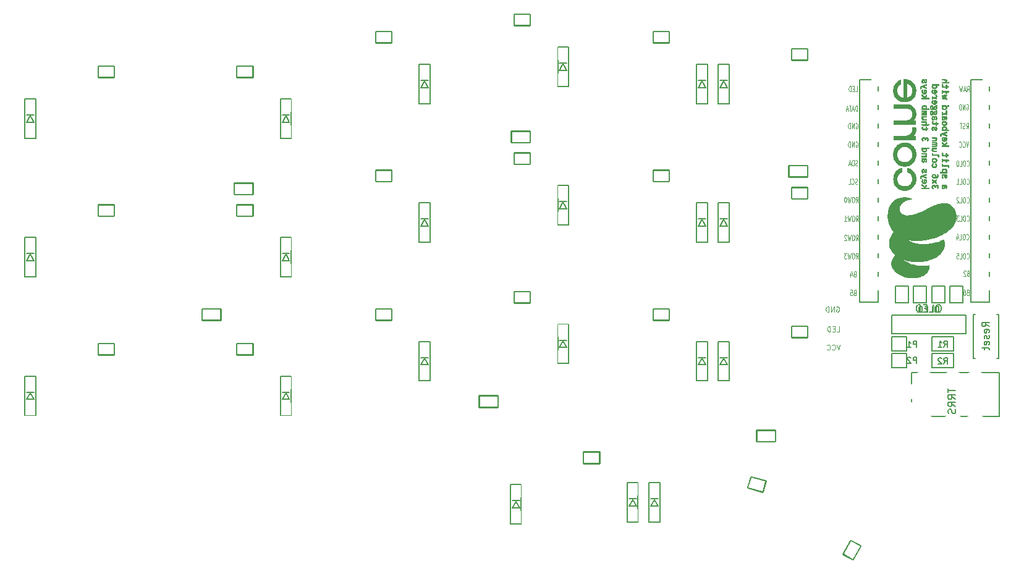
<source format=gbr>
G04 #@! TF.GenerationSoftware,KiCad,Pcbnew,(5.1.6)-1*
G04 #@! TF.CreationDate,2020-05-17T02:55:45+03:00*
G04 #@! TF.ProjectId,corne-classic,636f726e-652d-4636-9c61-737369632e6b,1.1*
G04 #@! TF.SameCoordinates,Original*
G04 #@! TF.FileFunction,Legend,Bot*
G04 #@! TF.FilePolarity,Positive*
%FSLAX46Y46*%
G04 Gerber Fmt 4.6, Leading zero omitted, Abs format (unit mm)*
G04 Created by KiCad (PCBNEW (5.1.6)-1) date 2020-05-17 02:55:45*
%MOMM*%
%LPD*%
G01*
G04 APERTURE LIST*
%ADD10C,0.150000*%
%ADD11C,0.125000*%
%ADD12C,0.300000*%
%ADD13C,0.010000*%
%ADD14C,1.797000*%
%ADD15O,2.900000X2.100000*%
%ADD16C,1.600000*%
%ADD17R,2.400000X1.400000*%
%ADD18C,4.400000*%
%ADD19C,2.300000*%
%ADD20C,2.600000*%
%ADD21C,2.800000*%
%ADD22C,2.100000*%
%ADD23C,1.400000*%
%ADD24C,1.924000*%
%ADD25R,2.000000X1.400000*%
%ADD26C,0.100000*%
%ADD27R,1.797000X1.797000*%
%ADD28R,1.350000X1.700000*%
%ADD29R,1.543000X1.035000*%
%ADD30R,1.924000X1.924000*%
%ADD31C,5.400000*%
%ADD32C,2.400000*%
G04 APERTURE END LIST*
D10*
X186280495Y-102854895D02*
X186125676Y-102854895D01*
X186048266Y-102893600D01*
X185970857Y-102971009D01*
X185932152Y-103125828D01*
X185932152Y-103396761D01*
X185970857Y-103551580D01*
X186048266Y-103628990D01*
X186125676Y-103667695D01*
X186280495Y-103667695D01*
X186357904Y-103628990D01*
X186435314Y-103551580D01*
X186474019Y-103396761D01*
X186474019Y-103125828D01*
X186435314Y-102971009D01*
X186357904Y-102893600D01*
X186280495Y-102854895D01*
X185196761Y-103667695D02*
X185583809Y-103667695D01*
X185583809Y-102854895D01*
X184925828Y-103241942D02*
X184654895Y-103241942D01*
X184538780Y-103667695D02*
X184925828Y-103667695D01*
X184925828Y-102854895D01*
X184538780Y-102854895D01*
X184190438Y-103667695D02*
X184190438Y-102854895D01*
X183996914Y-102854895D01*
X183880800Y-102893600D01*
X183803390Y-102971009D01*
X183764685Y-103048419D01*
X183725980Y-103203238D01*
X183725980Y-103319352D01*
X183764685Y-103474171D01*
X183803390Y-103551580D01*
X183880800Y-103628990D01*
X183996914Y-103667695D01*
X184190438Y-103667695D01*
D11*
X172450000Y-106316666D02*
X172783333Y-106316666D01*
X172783333Y-105616666D01*
X172216666Y-105950000D02*
X171983333Y-105950000D01*
X171883333Y-106316666D02*
X172216666Y-106316666D01*
X172216666Y-105616666D01*
X171883333Y-105616666D01*
X171583333Y-106316666D02*
X171583333Y-105616666D01*
X171416666Y-105616666D01*
X171316666Y-105650000D01*
X171250000Y-105716666D01*
X171216666Y-105783333D01*
X171183333Y-105916666D01*
X171183333Y-106016666D01*
X171216666Y-106150000D01*
X171250000Y-106216666D01*
X171316666Y-106283333D01*
X171416666Y-106316666D01*
X171583333Y-106316666D01*
X172933333Y-108116666D02*
X172700000Y-108816666D01*
X172466666Y-108116666D01*
X171833333Y-108750000D02*
X171866666Y-108783333D01*
X171966666Y-108816666D01*
X172033333Y-108816666D01*
X172133333Y-108783333D01*
X172200000Y-108716666D01*
X172233333Y-108650000D01*
X172266666Y-108516666D01*
X172266666Y-108416666D01*
X172233333Y-108283333D01*
X172200000Y-108216666D01*
X172133333Y-108150000D01*
X172033333Y-108116666D01*
X171966666Y-108116666D01*
X171866666Y-108150000D01*
X171833333Y-108183333D01*
X171133333Y-108750000D02*
X171166666Y-108783333D01*
X171266666Y-108816666D01*
X171333333Y-108816666D01*
X171433333Y-108783333D01*
X171500000Y-108716666D01*
X171533333Y-108650000D01*
X171566666Y-108516666D01*
X171566666Y-108416666D01*
X171533333Y-108283333D01*
X171500000Y-108216666D01*
X171433333Y-108150000D01*
X171333333Y-108116666D01*
X171266666Y-108116666D01*
X171166666Y-108150000D01*
X171133333Y-108183333D01*
X172433333Y-102950000D02*
X172500000Y-102916666D01*
X172600000Y-102916666D01*
X172700000Y-102950000D01*
X172766666Y-103016666D01*
X172800000Y-103083333D01*
X172833333Y-103216666D01*
X172833333Y-103316666D01*
X172800000Y-103450000D01*
X172766666Y-103516666D01*
X172700000Y-103583333D01*
X172600000Y-103616666D01*
X172533333Y-103616666D01*
X172433333Y-103583333D01*
X172400000Y-103550000D01*
X172400000Y-103316666D01*
X172533333Y-103316666D01*
X172100000Y-103616666D02*
X172100000Y-102916666D01*
X171700000Y-103616666D01*
X171700000Y-102916666D01*
X171366666Y-103616666D02*
X171366666Y-102916666D01*
X171200000Y-102916666D01*
X171100000Y-102950000D01*
X171033333Y-103016666D01*
X171000000Y-103083333D01*
X170966666Y-103216666D01*
X170966666Y-103316666D01*
X171000000Y-103450000D01*
X171033333Y-103516666D01*
X171100000Y-103583333D01*
X171200000Y-103616666D01*
X171366666Y-103616666D01*
D10*
X180030000Y-104030000D02*
X190190000Y-104030000D01*
X190190000Y-104030000D02*
X190190000Y-106570000D01*
X190190000Y-106570000D02*
X180030000Y-106570000D01*
X180030000Y-106570000D02*
X180030000Y-104030000D01*
X182700000Y-111950000D02*
X194700000Y-111950000D01*
X182700000Y-117950000D02*
X182700000Y-111950000D01*
X194700000Y-117950000D02*
X182700000Y-117950000D01*
X194700000Y-111950000D02*
X194700000Y-117950000D01*
D12*
X161570000Y-119900000D02*
X164020000Y-119900000D01*
X164020000Y-119900000D02*
X164020000Y-121350000D01*
X164020000Y-121350000D02*
X161600000Y-121350000D01*
X161570000Y-121350000D02*
X161570000Y-119900000D01*
X168430000Y-85100000D02*
X165980000Y-85100000D01*
X165980000Y-85100000D02*
X165980000Y-83650000D01*
X165980000Y-83650000D02*
X168400000Y-83650000D01*
X168430000Y-83650000D02*
X168430000Y-85100000D01*
X130430000Y-80400000D02*
X127980000Y-80400000D01*
X127980000Y-80400000D02*
X127980000Y-78950000D01*
X127980000Y-78950000D02*
X130400000Y-78950000D01*
X130430000Y-78950000D02*
X130430000Y-80400000D01*
X92430000Y-87500000D02*
X89980000Y-87500000D01*
X89980000Y-87500000D02*
X89980000Y-86050000D01*
X89980000Y-86050000D02*
X92400000Y-86050000D01*
X92430000Y-86050000D02*
X92430000Y-87500000D01*
X85570000Y-103300000D02*
X88020000Y-103300000D01*
X88020000Y-103300000D02*
X88020000Y-104750000D01*
X88020000Y-104750000D02*
X85600000Y-104750000D01*
X85570000Y-104750000D02*
X85570000Y-103300000D01*
X123570000Y-115200000D02*
X126020000Y-115200000D01*
X126020000Y-115200000D02*
X126020000Y-116650000D01*
X126020000Y-116650000D02*
X123600000Y-116650000D01*
X123570000Y-116650000D02*
X123570000Y-115200000D01*
D13*
G36*
X187787269Y-73420315D02*
G01*
X187777580Y-73394231D01*
X187760872Y-73372003D01*
X187738639Y-73355575D01*
X187712374Y-73346889D01*
X187683570Y-73347891D01*
X187653721Y-73360523D01*
X187651508Y-73361976D01*
X187627593Y-73383463D01*
X187614679Y-73409773D01*
X187611021Y-73441524D01*
X187612473Y-73461180D01*
X187618766Y-73476467D01*
X187632561Y-73493062D01*
X187637571Y-73498159D01*
X187654814Y-73513970D01*
X187669371Y-73521903D01*
X187687377Y-73524600D01*
X187699456Y-73524810D01*
X187723068Y-73523383D01*
X187740018Y-73517362D01*
X187757229Y-73504138D01*
X187759291Y-73502264D01*
X187779618Y-73476275D01*
X187788446Y-73448311D01*
X187787269Y-73420315D01*
G37*
X187787269Y-73420315D02*
X187777580Y-73394231D01*
X187760872Y-73372003D01*
X187738639Y-73355575D01*
X187712374Y-73346889D01*
X187683570Y-73347891D01*
X187653721Y-73360523D01*
X187651508Y-73361976D01*
X187627593Y-73383463D01*
X187614679Y-73409773D01*
X187611021Y-73441524D01*
X187612473Y-73461180D01*
X187618766Y-73476467D01*
X187632561Y-73493062D01*
X187637571Y-73498159D01*
X187654814Y-73513970D01*
X187669371Y-73521903D01*
X187687377Y-73524600D01*
X187699456Y-73524810D01*
X187723068Y-73523383D01*
X187740018Y-73517362D01*
X187757229Y-73504138D01*
X187759291Y-73502264D01*
X187779618Y-73476275D01*
X187788446Y-73448311D01*
X187787269Y-73420315D01*
G36*
X187787269Y-82825180D02*
G01*
X187777580Y-82799096D01*
X187760872Y-82776868D01*
X187738639Y-82760440D01*
X187712374Y-82751754D01*
X187683570Y-82752756D01*
X187653721Y-82765388D01*
X187651508Y-82766841D01*
X187627593Y-82788328D01*
X187614679Y-82814638D01*
X187611021Y-82846388D01*
X187612473Y-82866045D01*
X187618766Y-82881332D01*
X187632561Y-82897927D01*
X187637571Y-82903024D01*
X187654814Y-82918835D01*
X187669371Y-82926767D01*
X187687377Y-82929464D01*
X187699456Y-82929675D01*
X187723068Y-82928248D01*
X187740018Y-82922227D01*
X187757229Y-82909003D01*
X187759291Y-82907129D01*
X187779618Y-82881140D01*
X187788446Y-82853176D01*
X187787269Y-82825180D01*
G37*
X187787269Y-82825180D02*
X187777580Y-82799096D01*
X187760872Y-82776868D01*
X187738639Y-82760440D01*
X187712374Y-82751754D01*
X187683570Y-82752756D01*
X187653721Y-82765388D01*
X187651508Y-82766841D01*
X187627593Y-82788328D01*
X187614679Y-82814638D01*
X187611021Y-82846388D01*
X187612473Y-82866045D01*
X187618766Y-82881332D01*
X187632561Y-82897927D01*
X187637571Y-82903024D01*
X187654814Y-82918835D01*
X187669371Y-82926767D01*
X187687377Y-82929464D01*
X187699456Y-82929675D01*
X187723068Y-82928248D01*
X187740018Y-82922227D01*
X187757229Y-82909003D01*
X187759291Y-82907129D01*
X187779618Y-82881140D01*
X187788446Y-82853176D01*
X187787269Y-82825180D01*
G36*
X187802307Y-72142208D02*
G01*
X187798751Y-72120864D01*
X187790865Y-72109396D01*
X187777047Y-72105901D01*
X187755692Y-72108474D01*
X187748139Y-72110024D01*
X187730177Y-72112394D01*
X187701359Y-72114456D01*
X187664556Y-72116081D01*
X187622640Y-72117143D01*
X187579467Y-72117513D01*
X187445718Y-72117513D01*
X187472601Y-72081473D01*
X187495478Y-72049169D01*
X187510693Y-72022407D01*
X187519962Y-71996699D01*
X187524998Y-71967557D01*
X187527135Y-71938668D01*
X187528087Y-71906876D01*
X187526698Y-71883699D01*
X187522307Y-71864125D01*
X187514629Y-71844017D01*
X187491062Y-71805502D01*
X187456616Y-71771744D01*
X187413945Y-71745163D01*
X187399118Y-71738621D01*
X187388396Y-71734530D01*
X187377732Y-71731209D01*
X187365581Y-71728560D01*
X187350398Y-71726487D01*
X187330638Y-71724893D01*
X187304758Y-71723680D01*
X187271212Y-71722753D01*
X187228456Y-71722013D01*
X187174945Y-71721365D01*
X187114484Y-71720762D01*
X187044634Y-71720223D01*
X186987537Y-71720084D01*
X186942224Y-71720367D01*
X186907725Y-71721093D01*
X186883069Y-71722285D01*
X186867285Y-71723965D01*
X186859403Y-71726155D01*
X186858768Y-71726588D01*
X186853408Y-71737840D01*
X186850008Y-71758138D01*
X186848617Y-71783038D01*
X186849283Y-71808094D01*
X186852057Y-71828862D01*
X186856986Y-71840898D01*
X186857500Y-71841371D01*
X186866802Y-71843449D01*
X186888841Y-71845411D01*
X186922626Y-71847214D01*
X186967164Y-71848816D01*
X187021463Y-71850174D01*
X187084532Y-71851245D01*
X187089190Y-71851307D01*
X187156414Y-71852304D01*
X187211389Y-71853510D01*
X187255595Y-71855161D01*
X187290511Y-71857494D01*
X187317617Y-71860745D01*
X187338394Y-71865153D01*
X187354321Y-71870954D01*
X187366879Y-71878385D01*
X187377547Y-71887682D01*
X187387806Y-71899083D01*
X187387837Y-71899120D01*
X187402021Y-71925905D01*
X187405280Y-71957281D01*
X187398580Y-71990978D01*
X187382886Y-72024723D01*
X187359165Y-72056244D01*
X187328381Y-72083271D01*
X187303157Y-72098293D01*
X187293430Y-72102834D01*
X187283635Y-72106436D01*
X187272069Y-72109229D01*
X187257030Y-72111347D01*
X187236814Y-72112920D01*
X187209720Y-72114080D01*
X187174045Y-72114958D01*
X187128087Y-72115686D01*
X187070142Y-72116395D01*
X187068595Y-72116413D01*
X187006996Y-72117360D01*
X186954695Y-72118657D01*
X186912632Y-72120260D01*
X186881746Y-72122129D01*
X186862977Y-72124220D01*
X186857500Y-72125834D01*
X186852815Y-72136516D01*
X186849933Y-72156384D01*
X186848868Y-72181013D01*
X186849634Y-72205977D01*
X186852243Y-72226851D01*
X186856710Y-72239210D01*
X186857157Y-72239708D01*
X186862251Y-72241432D01*
X186874333Y-72242922D01*
X186894139Y-72244189D01*
X186922407Y-72245249D01*
X186959874Y-72246112D01*
X187007276Y-72246792D01*
X187065352Y-72247303D01*
X187134836Y-72247656D01*
X187216468Y-72247866D01*
X187310983Y-72247944D01*
X187326027Y-72247946D01*
X187422501Y-72247885D01*
X187505983Y-72247696D01*
X187577210Y-72247364D01*
X187636918Y-72246878D01*
X187685845Y-72246223D01*
X187724728Y-72245388D01*
X187754304Y-72244358D01*
X187775309Y-72243122D01*
X187788482Y-72241666D01*
X187794558Y-72239977D01*
X187794898Y-72239708D01*
X187799354Y-72228106D01*
X187802199Y-72205197D01*
X187803136Y-72175332D01*
X187802307Y-72142208D01*
G37*
X187802307Y-72142208D02*
X187798751Y-72120864D01*
X187790865Y-72109396D01*
X187777047Y-72105901D01*
X187755692Y-72108474D01*
X187748139Y-72110024D01*
X187730177Y-72112394D01*
X187701359Y-72114456D01*
X187664556Y-72116081D01*
X187622640Y-72117143D01*
X187579467Y-72117513D01*
X187445718Y-72117513D01*
X187472601Y-72081473D01*
X187495478Y-72049169D01*
X187510693Y-72022407D01*
X187519962Y-71996699D01*
X187524998Y-71967557D01*
X187527135Y-71938668D01*
X187528087Y-71906876D01*
X187526698Y-71883699D01*
X187522307Y-71864125D01*
X187514629Y-71844017D01*
X187491062Y-71805502D01*
X187456616Y-71771744D01*
X187413945Y-71745163D01*
X187399118Y-71738621D01*
X187388396Y-71734530D01*
X187377732Y-71731209D01*
X187365581Y-71728560D01*
X187350398Y-71726487D01*
X187330638Y-71724893D01*
X187304758Y-71723680D01*
X187271212Y-71722753D01*
X187228456Y-71722013D01*
X187174945Y-71721365D01*
X187114484Y-71720762D01*
X187044634Y-71720223D01*
X186987537Y-71720084D01*
X186942224Y-71720367D01*
X186907725Y-71721093D01*
X186883069Y-71722285D01*
X186867285Y-71723965D01*
X186859403Y-71726155D01*
X186858768Y-71726588D01*
X186853408Y-71737840D01*
X186850008Y-71758138D01*
X186848617Y-71783038D01*
X186849283Y-71808094D01*
X186852057Y-71828862D01*
X186856986Y-71840898D01*
X186857500Y-71841371D01*
X186866802Y-71843449D01*
X186888841Y-71845411D01*
X186922626Y-71847214D01*
X186967164Y-71848816D01*
X187021463Y-71850174D01*
X187084532Y-71851245D01*
X187089190Y-71851307D01*
X187156414Y-71852304D01*
X187211389Y-71853510D01*
X187255595Y-71855161D01*
X187290511Y-71857494D01*
X187317617Y-71860745D01*
X187338394Y-71865153D01*
X187354321Y-71870954D01*
X187366879Y-71878385D01*
X187377547Y-71887682D01*
X187387806Y-71899083D01*
X187387837Y-71899120D01*
X187402021Y-71925905D01*
X187405280Y-71957281D01*
X187398580Y-71990978D01*
X187382886Y-72024723D01*
X187359165Y-72056244D01*
X187328381Y-72083271D01*
X187303157Y-72098293D01*
X187293430Y-72102834D01*
X187283635Y-72106436D01*
X187272069Y-72109229D01*
X187257030Y-72111347D01*
X187236814Y-72112920D01*
X187209720Y-72114080D01*
X187174045Y-72114958D01*
X187128087Y-72115686D01*
X187070142Y-72116395D01*
X187068595Y-72116413D01*
X187006996Y-72117360D01*
X186954695Y-72118657D01*
X186912632Y-72120260D01*
X186881746Y-72122129D01*
X186862977Y-72124220D01*
X186857500Y-72125834D01*
X186852815Y-72136516D01*
X186849933Y-72156384D01*
X186848868Y-72181013D01*
X186849634Y-72205977D01*
X186852243Y-72226851D01*
X186856710Y-72239210D01*
X186857157Y-72239708D01*
X186862251Y-72241432D01*
X186874333Y-72242922D01*
X186894139Y-72244189D01*
X186922407Y-72245249D01*
X186959874Y-72246112D01*
X187007276Y-72246792D01*
X187065352Y-72247303D01*
X187134836Y-72247656D01*
X187216468Y-72247866D01*
X187310983Y-72247944D01*
X187326027Y-72247946D01*
X187422501Y-72247885D01*
X187505983Y-72247696D01*
X187577210Y-72247364D01*
X187636918Y-72246878D01*
X187685845Y-72246223D01*
X187724728Y-72245388D01*
X187754304Y-72244358D01*
X187775309Y-72243122D01*
X187788482Y-72241666D01*
X187794558Y-72239977D01*
X187794898Y-72239708D01*
X187799354Y-72228106D01*
X187802199Y-72205197D01*
X187803136Y-72175332D01*
X187802307Y-72142208D01*
G36*
X187514485Y-73456033D02*
G01*
X187513470Y-73417182D01*
X187511710Y-73390143D01*
X187509148Y-73373966D01*
X187506573Y-73368292D01*
X187500499Y-73366042D01*
X187486590Y-73364197D01*
X187463934Y-73362729D01*
X187431621Y-73361610D01*
X187388740Y-73360814D01*
X187334378Y-73360313D01*
X187267625Y-73360079D01*
X187231979Y-73360054D01*
X186965622Y-73360054D01*
X186965622Y-73296210D01*
X186964677Y-73261149D01*
X186961954Y-73236714D01*
X186957623Y-73224385D01*
X186957384Y-73224129D01*
X186946297Y-73219641D01*
X186926082Y-73216671D01*
X186907271Y-73215892D01*
X186883159Y-73217190D01*
X186864667Y-73220582D01*
X186857157Y-73224129D01*
X186854588Y-73230888D01*
X186852550Y-73246121D01*
X186851004Y-73270808D01*
X186849912Y-73305930D01*
X186849238Y-73352465D01*
X186848941Y-73411394D01*
X186848919Y-73435876D01*
X186848971Y-73494372D01*
X186849187Y-73540670D01*
X186849655Y-73576302D01*
X186850466Y-73602799D01*
X186851709Y-73621694D01*
X186853473Y-73634519D01*
X186855848Y-73642804D01*
X186858924Y-73648082D01*
X186861473Y-73650747D01*
X186875905Y-73657570D01*
X186897628Y-73661442D01*
X186921659Y-73662240D01*
X186943014Y-73659839D01*
X186956710Y-73654117D01*
X186957662Y-73653130D01*
X186960949Y-73642821D01*
X186963908Y-73622120D01*
X186966149Y-73594367D01*
X186967084Y-73572468D01*
X186969054Y-73500783D01*
X187183582Y-73498969D01*
X187398109Y-73497155D01*
X187398109Y-73564838D01*
X187398871Y-73601645D01*
X187402147Y-73626901D01*
X187409419Y-73642744D01*
X187422170Y-73651313D01*
X187441883Y-73654748D01*
X187460776Y-73655243D01*
X187483261Y-73653817D01*
X187500550Y-73650156D01*
X187506573Y-73647005D01*
X187509796Y-73638597D01*
X187512173Y-73620065D01*
X187513761Y-73590458D01*
X187514617Y-73548825D01*
X187514811Y-73507648D01*
X187514485Y-73456033D01*
G37*
X187514485Y-73456033D02*
X187513470Y-73417182D01*
X187511710Y-73390143D01*
X187509148Y-73373966D01*
X187506573Y-73368292D01*
X187500499Y-73366042D01*
X187486590Y-73364197D01*
X187463934Y-73362729D01*
X187431621Y-73361610D01*
X187388740Y-73360814D01*
X187334378Y-73360313D01*
X187267625Y-73360079D01*
X187231979Y-73360054D01*
X186965622Y-73360054D01*
X186965622Y-73296210D01*
X186964677Y-73261149D01*
X186961954Y-73236714D01*
X186957623Y-73224385D01*
X186957384Y-73224129D01*
X186946297Y-73219641D01*
X186926082Y-73216671D01*
X186907271Y-73215892D01*
X186883159Y-73217190D01*
X186864667Y-73220582D01*
X186857157Y-73224129D01*
X186854588Y-73230888D01*
X186852550Y-73246121D01*
X186851004Y-73270808D01*
X186849912Y-73305930D01*
X186849238Y-73352465D01*
X186848941Y-73411394D01*
X186848919Y-73435876D01*
X186848971Y-73494372D01*
X186849187Y-73540670D01*
X186849655Y-73576302D01*
X186850466Y-73602799D01*
X186851709Y-73621694D01*
X186853473Y-73634519D01*
X186855848Y-73642804D01*
X186858924Y-73648082D01*
X186861473Y-73650747D01*
X186875905Y-73657570D01*
X186897628Y-73661442D01*
X186921659Y-73662240D01*
X186943014Y-73659839D01*
X186956710Y-73654117D01*
X186957662Y-73653130D01*
X186960949Y-73642821D01*
X186963908Y-73622120D01*
X186966149Y-73594367D01*
X186967084Y-73572468D01*
X186969054Y-73500783D01*
X187183582Y-73498969D01*
X187398109Y-73497155D01*
X187398109Y-73564838D01*
X187398871Y-73601645D01*
X187402147Y-73626901D01*
X187409419Y-73642744D01*
X187422170Y-73651313D01*
X187441883Y-73654748D01*
X187460776Y-73655243D01*
X187483261Y-73653817D01*
X187500550Y-73650156D01*
X187506573Y-73647005D01*
X187509796Y-73638597D01*
X187512173Y-73620065D01*
X187513761Y-73590458D01*
X187514617Y-73548825D01*
X187514811Y-73507648D01*
X187514485Y-73456033D01*
G36*
X187513897Y-73860775D02*
G01*
X187510586Y-73839874D01*
X187505300Y-73827577D01*
X187504732Y-73827045D01*
X187498595Y-73824548D01*
X187486994Y-73823666D01*
X187468348Y-73824528D01*
X187441078Y-73827262D01*
X187403604Y-73831995D01*
X187354347Y-73838857D01*
X187347997Y-73839768D01*
X187306671Y-73845931D01*
X187259446Y-73853344D01*
X187208103Y-73861693D01*
X187154427Y-73870662D01*
X187100198Y-73879936D01*
X187047202Y-73889201D01*
X186997219Y-73898142D01*
X186952034Y-73906444D01*
X186913429Y-73913791D01*
X186883186Y-73919870D01*
X186863090Y-73924366D01*
X186855116Y-73926818D01*
X186852352Y-73934961D01*
X186850224Y-73953483D01*
X186849050Y-73979035D01*
X186848919Y-73991564D01*
X186849282Y-74021291D01*
X186850706Y-74040002D01*
X186853696Y-74050402D01*
X186858756Y-74055192D01*
X186860933Y-74055993D01*
X186870803Y-74058800D01*
X186891841Y-74064731D01*
X186921994Y-74073209D01*
X186959210Y-74083657D01*
X187001434Y-74095498D01*
X187023973Y-74101814D01*
X187067728Y-74114171D01*
X187107287Y-74125532D01*
X187140648Y-74135307D01*
X187165810Y-74142905D01*
X187180772Y-74147737D01*
X187183843Y-74148953D01*
X187180022Y-74151974D01*
X187164591Y-74157900D01*
X187139234Y-74166201D01*
X187105633Y-74176343D01*
X187065470Y-74187794D01*
X187032816Y-74196718D01*
X186987514Y-74208893D01*
X186946188Y-74220016D01*
X186910834Y-74229549D01*
X186883442Y-74236955D01*
X186866008Y-74241695D01*
X186860933Y-74243099D01*
X186855089Y-74246612D01*
X186851481Y-74254859D01*
X186849603Y-74270542D01*
X186848952Y-74296365D01*
X186848919Y-74307381D01*
X186848919Y-74368215D01*
X186884960Y-74375612D01*
X186998767Y-74398870D01*
X187099642Y-74419268D01*
X187188061Y-74436894D01*
X187264502Y-74451835D01*
X187329441Y-74464178D01*
X187383357Y-74474011D01*
X187426725Y-74481420D01*
X187460024Y-74486494D01*
X187483730Y-74489320D01*
X187498320Y-74489984D01*
X187503945Y-74488891D01*
X187509862Y-74481963D01*
X187513038Y-74469994D01*
X187513946Y-74449875D01*
X187513397Y-74426840D01*
X187511379Y-74373177D01*
X187302000Y-74330948D01*
X187251012Y-74320474D01*
X187205155Y-74310685D01*
X187165944Y-74301933D01*
X187134891Y-74294571D01*
X187113511Y-74288953D01*
X187103317Y-74285431D01*
X187102919Y-74284553D01*
X187112393Y-74281807D01*
X187133150Y-74276452D01*
X187163105Y-74269004D01*
X187200172Y-74259979D01*
X187242265Y-74249893D01*
X187260811Y-74245495D01*
X187305596Y-74234877D01*
X187347367Y-74224914D01*
X187383745Y-74216178D01*
X187412353Y-74209242D01*
X187430813Y-74204676D01*
X187434455Y-74203739D01*
X187460504Y-74196873D01*
X187456460Y-74106537D01*
X187271153Y-74050972D01*
X187085847Y-73995406D01*
X187216235Y-73976713D01*
X187263589Y-73970270D01*
X187312479Y-73964220D01*
X187358882Y-73959019D01*
X187398776Y-73955124D01*
X187422136Y-73953327D01*
X187453572Y-73950829D01*
X187480278Y-73947695D01*
X187499051Y-73944362D01*
X187506230Y-73941828D01*
X187511399Y-73930805D01*
X187514361Y-73910669D01*
X187515174Y-73885849D01*
X187513897Y-73860775D01*
G37*
X187513897Y-73860775D02*
X187510586Y-73839874D01*
X187505300Y-73827577D01*
X187504732Y-73827045D01*
X187498595Y-73824548D01*
X187486994Y-73823666D01*
X187468348Y-73824528D01*
X187441078Y-73827262D01*
X187403604Y-73831995D01*
X187354347Y-73838857D01*
X187347997Y-73839768D01*
X187306671Y-73845931D01*
X187259446Y-73853344D01*
X187208103Y-73861693D01*
X187154427Y-73870662D01*
X187100198Y-73879936D01*
X187047202Y-73889201D01*
X186997219Y-73898142D01*
X186952034Y-73906444D01*
X186913429Y-73913791D01*
X186883186Y-73919870D01*
X186863090Y-73924366D01*
X186855116Y-73926818D01*
X186852352Y-73934961D01*
X186850224Y-73953483D01*
X186849050Y-73979035D01*
X186848919Y-73991564D01*
X186849282Y-74021291D01*
X186850706Y-74040002D01*
X186853696Y-74050402D01*
X186858756Y-74055192D01*
X186860933Y-74055993D01*
X186870803Y-74058800D01*
X186891841Y-74064731D01*
X186921994Y-74073209D01*
X186959210Y-74083657D01*
X187001434Y-74095498D01*
X187023973Y-74101814D01*
X187067728Y-74114171D01*
X187107287Y-74125532D01*
X187140648Y-74135307D01*
X187165810Y-74142905D01*
X187180772Y-74147737D01*
X187183843Y-74148953D01*
X187180022Y-74151974D01*
X187164591Y-74157900D01*
X187139234Y-74166201D01*
X187105633Y-74176343D01*
X187065470Y-74187794D01*
X187032816Y-74196718D01*
X186987514Y-74208893D01*
X186946188Y-74220016D01*
X186910834Y-74229549D01*
X186883442Y-74236955D01*
X186866008Y-74241695D01*
X186860933Y-74243099D01*
X186855089Y-74246612D01*
X186851481Y-74254859D01*
X186849603Y-74270542D01*
X186848952Y-74296365D01*
X186848919Y-74307381D01*
X186848919Y-74368215D01*
X186884960Y-74375612D01*
X186998767Y-74398870D01*
X187099642Y-74419268D01*
X187188061Y-74436894D01*
X187264502Y-74451835D01*
X187329441Y-74464178D01*
X187383357Y-74474011D01*
X187426725Y-74481420D01*
X187460024Y-74486494D01*
X187483730Y-74489320D01*
X187498320Y-74489984D01*
X187503945Y-74488891D01*
X187509862Y-74481963D01*
X187513038Y-74469994D01*
X187513946Y-74449875D01*
X187513397Y-74426840D01*
X187511379Y-74373177D01*
X187302000Y-74330948D01*
X187251012Y-74320474D01*
X187205155Y-74310685D01*
X187165944Y-74301933D01*
X187134891Y-74294571D01*
X187113511Y-74288953D01*
X187103317Y-74285431D01*
X187102919Y-74284553D01*
X187112393Y-74281807D01*
X187133150Y-74276452D01*
X187163105Y-74269004D01*
X187200172Y-74259979D01*
X187242265Y-74249893D01*
X187260811Y-74245495D01*
X187305596Y-74234877D01*
X187347367Y-74224914D01*
X187383745Y-74216178D01*
X187412353Y-74209242D01*
X187430813Y-74204676D01*
X187434455Y-74203739D01*
X187460504Y-74196873D01*
X187456460Y-74106537D01*
X187271153Y-74050972D01*
X187085847Y-73995406D01*
X187216235Y-73976713D01*
X187263589Y-73970270D01*
X187312479Y-73964220D01*
X187358882Y-73959019D01*
X187398776Y-73955124D01*
X187422136Y-73953327D01*
X187453572Y-73950829D01*
X187480278Y-73947695D01*
X187499051Y-73944362D01*
X187506230Y-73941828D01*
X187511399Y-73930805D01*
X187514361Y-73910669D01*
X187515174Y-73885849D01*
X187513897Y-73860775D01*
G36*
X187523057Y-76139512D02*
G01*
X187516425Y-76103221D01*
X187503624Y-76071890D01*
X187483225Y-76041336D01*
X187470674Y-76026133D01*
X187448089Y-76000006D01*
X187393923Y-76027260D01*
X187363045Y-76044065D01*
X187344415Y-76058390D01*
X187337327Y-76072306D01*
X187341075Y-76087887D01*
X187354952Y-76107202D01*
X187363447Y-76116727D01*
X187379987Y-76136368D01*
X187393055Y-76154925D01*
X187398298Y-76164851D01*
X187404605Y-76199688D01*
X187398896Y-76235800D01*
X187382511Y-76271278D01*
X187356790Y-76304213D01*
X187323074Y-76332696D01*
X187282702Y-76354820D01*
X187258926Y-76363356D01*
X187240157Y-76367532D01*
X187214916Y-76370534D01*
X187181288Y-76372484D01*
X187137356Y-76373503D01*
X187094809Y-76373729D01*
X186965622Y-76373729D01*
X186965622Y-76319874D01*
X186964383Y-76286359D01*
X186959437Y-76264195D01*
X186948942Y-76251131D01*
X186931056Y-76244916D01*
X186903937Y-76243298D01*
X186902954Y-76243297D01*
X186880470Y-76244723D01*
X186863180Y-76248384D01*
X186857157Y-76251535D01*
X186854383Y-76261036D01*
X186852134Y-76281883D01*
X186850411Y-76311701D01*
X186849213Y-76348115D01*
X186848541Y-76388752D01*
X186848395Y-76431238D01*
X186848774Y-76473196D01*
X186849679Y-76512255D01*
X186851110Y-76546038D01*
X186853066Y-76572172D01*
X186855548Y-76588283D01*
X186857157Y-76592032D01*
X186868244Y-76596520D01*
X186888460Y-76599490D01*
X186907271Y-76600270D01*
X186931383Y-76598972D01*
X186949875Y-76595579D01*
X186957384Y-76592032D01*
X186962069Y-76580846D01*
X186965053Y-76561229D01*
X186965622Y-76547410D01*
X186965622Y-76511027D01*
X187398109Y-76511027D01*
X187398109Y-76547410D01*
X187399580Y-76569575D01*
X187403347Y-76586521D01*
X187406346Y-76592032D01*
X187417433Y-76596520D01*
X187437649Y-76599490D01*
X187456460Y-76600270D01*
X187480572Y-76598972D01*
X187499064Y-76595579D01*
X187506573Y-76592032D01*
X187510401Y-76581731D01*
X187513016Y-76559342D01*
X187514464Y-76524295D01*
X187514811Y-76487000D01*
X187514260Y-76441475D01*
X187512577Y-76409064D01*
X187509718Y-76389196D01*
X187506573Y-76381967D01*
X187494708Y-76376592D01*
X187475924Y-76373828D01*
X187471714Y-76373729D01*
X187445093Y-76373729D01*
X187469266Y-76345488D01*
X187494186Y-76313290D01*
X187510690Y-76283042D01*
X187520273Y-76250432D01*
X187524433Y-76211148D01*
X187524950Y-76184946D01*
X187523057Y-76139512D01*
G37*
X187523057Y-76139512D02*
X187516425Y-76103221D01*
X187503624Y-76071890D01*
X187483225Y-76041336D01*
X187470674Y-76026133D01*
X187448089Y-76000006D01*
X187393923Y-76027260D01*
X187363045Y-76044065D01*
X187344415Y-76058390D01*
X187337327Y-76072306D01*
X187341075Y-76087887D01*
X187354952Y-76107202D01*
X187363447Y-76116727D01*
X187379987Y-76136368D01*
X187393055Y-76154925D01*
X187398298Y-76164851D01*
X187404605Y-76199688D01*
X187398896Y-76235800D01*
X187382511Y-76271278D01*
X187356790Y-76304213D01*
X187323074Y-76332696D01*
X187282702Y-76354820D01*
X187258926Y-76363356D01*
X187240157Y-76367532D01*
X187214916Y-76370534D01*
X187181288Y-76372484D01*
X187137356Y-76373503D01*
X187094809Y-76373729D01*
X186965622Y-76373729D01*
X186965622Y-76319874D01*
X186964383Y-76286359D01*
X186959437Y-76264195D01*
X186948942Y-76251131D01*
X186931056Y-76244916D01*
X186903937Y-76243298D01*
X186902954Y-76243297D01*
X186880470Y-76244723D01*
X186863180Y-76248384D01*
X186857157Y-76251535D01*
X186854383Y-76261036D01*
X186852134Y-76281883D01*
X186850411Y-76311701D01*
X186849213Y-76348115D01*
X186848541Y-76388752D01*
X186848395Y-76431238D01*
X186848774Y-76473196D01*
X186849679Y-76512255D01*
X186851110Y-76546038D01*
X186853066Y-76572172D01*
X186855548Y-76588283D01*
X186857157Y-76592032D01*
X186868244Y-76596520D01*
X186888460Y-76599490D01*
X186907271Y-76600270D01*
X186931383Y-76598972D01*
X186949875Y-76595579D01*
X186957384Y-76592032D01*
X186962069Y-76580846D01*
X186965053Y-76561229D01*
X186965622Y-76547410D01*
X186965622Y-76511027D01*
X187398109Y-76511027D01*
X187398109Y-76547410D01*
X187399580Y-76569575D01*
X187403347Y-76586521D01*
X187406346Y-76592032D01*
X187417433Y-76596520D01*
X187437649Y-76599490D01*
X187456460Y-76600270D01*
X187480572Y-76598972D01*
X187499064Y-76595579D01*
X187506573Y-76592032D01*
X187510401Y-76581731D01*
X187513016Y-76559342D01*
X187514464Y-76524295D01*
X187514811Y-76487000D01*
X187514260Y-76441475D01*
X187512577Y-76409064D01*
X187509718Y-76389196D01*
X187506573Y-76381967D01*
X187494708Y-76376592D01*
X187475924Y-76373828D01*
X187471714Y-76373729D01*
X187445093Y-76373729D01*
X187469266Y-76345488D01*
X187494186Y-76313290D01*
X187510690Y-76283042D01*
X187520273Y-76250432D01*
X187524433Y-76211148D01*
X187524950Y-76184946D01*
X187523057Y-76139512D01*
G36*
X187514485Y-82860898D02*
G01*
X187513470Y-82822047D01*
X187511710Y-82795008D01*
X187509148Y-82778831D01*
X187506573Y-82773156D01*
X187500499Y-82770907D01*
X187486590Y-82769062D01*
X187463934Y-82767594D01*
X187431621Y-82766475D01*
X187388740Y-82765679D01*
X187334378Y-82765178D01*
X187267625Y-82764944D01*
X187231979Y-82764919D01*
X186965622Y-82764919D01*
X186965622Y-82701075D01*
X186964677Y-82666014D01*
X186961954Y-82641579D01*
X186957623Y-82629250D01*
X186957384Y-82628994D01*
X186946297Y-82624506D01*
X186926082Y-82621536D01*
X186907271Y-82620756D01*
X186883159Y-82622055D01*
X186864667Y-82625447D01*
X186857157Y-82628994D01*
X186854588Y-82635752D01*
X186852550Y-82650986D01*
X186851004Y-82675673D01*
X186849912Y-82710795D01*
X186849238Y-82757330D01*
X186848941Y-82816259D01*
X186848919Y-82840741D01*
X186848971Y-82899237D01*
X186849187Y-82945535D01*
X186849655Y-82981166D01*
X186850466Y-83007664D01*
X186851709Y-83026559D01*
X186853473Y-83039384D01*
X186855848Y-83047669D01*
X186858924Y-83052947D01*
X186861473Y-83055611D01*
X186875905Y-83062435D01*
X186897628Y-83066307D01*
X186921659Y-83067105D01*
X186943014Y-83064704D01*
X186956710Y-83058982D01*
X186957662Y-83057995D01*
X186960949Y-83047685D01*
X186963908Y-83026985D01*
X186966149Y-82999232D01*
X186967084Y-82977333D01*
X186969054Y-82905648D01*
X187183582Y-82903834D01*
X187398109Y-82902020D01*
X187398109Y-82969703D01*
X187398871Y-83006510D01*
X187402147Y-83031766D01*
X187409419Y-83047609D01*
X187422170Y-83056178D01*
X187441883Y-83059613D01*
X187460776Y-83060108D01*
X187483261Y-83058682D01*
X187500550Y-83055021D01*
X187506573Y-83051870D01*
X187509796Y-83043462D01*
X187512173Y-83024930D01*
X187513761Y-82995323D01*
X187514617Y-82953690D01*
X187514811Y-82912513D01*
X187514485Y-82860898D01*
G37*
X187514485Y-82860898D02*
X187513470Y-82822047D01*
X187511710Y-82795008D01*
X187509148Y-82778831D01*
X187506573Y-82773156D01*
X187500499Y-82770907D01*
X187486590Y-82769062D01*
X187463934Y-82767594D01*
X187431621Y-82766475D01*
X187388740Y-82765679D01*
X187334378Y-82765178D01*
X187267625Y-82764944D01*
X187231979Y-82764919D01*
X186965622Y-82764919D01*
X186965622Y-82701075D01*
X186964677Y-82666014D01*
X186961954Y-82641579D01*
X186957623Y-82629250D01*
X186957384Y-82628994D01*
X186946297Y-82624506D01*
X186926082Y-82621536D01*
X186907271Y-82620756D01*
X186883159Y-82622055D01*
X186864667Y-82625447D01*
X186857157Y-82628994D01*
X186854588Y-82635752D01*
X186852550Y-82650986D01*
X186851004Y-82675673D01*
X186849912Y-82710795D01*
X186849238Y-82757330D01*
X186848941Y-82816259D01*
X186848919Y-82840741D01*
X186848971Y-82899237D01*
X186849187Y-82945535D01*
X186849655Y-82981166D01*
X186850466Y-83007664D01*
X186851709Y-83026559D01*
X186853473Y-83039384D01*
X186855848Y-83047669D01*
X186858924Y-83052947D01*
X186861473Y-83055611D01*
X186875905Y-83062435D01*
X186897628Y-83066307D01*
X186921659Y-83067105D01*
X186943014Y-83064704D01*
X186956710Y-83058982D01*
X186957662Y-83057995D01*
X186960949Y-83047685D01*
X186963908Y-83026985D01*
X186966149Y-82999232D01*
X186967084Y-82977333D01*
X186969054Y-82905648D01*
X187183582Y-82903834D01*
X187398109Y-82902020D01*
X187398109Y-82969703D01*
X187398871Y-83006510D01*
X187402147Y-83031766D01*
X187409419Y-83047609D01*
X187422170Y-83056178D01*
X187441883Y-83059613D01*
X187460776Y-83060108D01*
X187483261Y-83058682D01*
X187500550Y-83055021D01*
X187506573Y-83051870D01*
X187509796Y-83043462D01*
X187512173Y-83024930D01*
X187513761Y-82995323D01*
X187514617Y-82953690D01*
X187514811Y-82912513D01*
X187514485Y-82860898D01*
G36*
X187802928Y-83596009D02*
G01*
X187802242Y-83558559D01*
X187800977Y-83531741D01*
X187799037Y-83514011D01*
X187796323Y-83503822D01*
X187793917Y-83500355D01*
X187786654Y-83498552D01*
X187769155Y-83496958D01*
X187740952Y-83495560D01*
X187701577Y-83494348D01*
X187650563Y-83493312D01*
X187587442Y-83492442D01*
X187511746Y-83491726D01*
X187423007Y-83491154D01*
X187376877Y-83490933D01*
X186969054Y-83489162D01*
X186967101Y-83410634D01*
X186965688Y-83378260D01*
X186963349Y-83350746D01*
X186960420Y-83331194D01*
X186957680Y-83323107D01*
X186946535Y-83317950D01*
X186926638Y-83314949D01*
X186902803Y-83314142D01*
X186879843Y-83315565D01*
X186862573Y-83319254D01*
X186857157Y-83322346D01*
X186854209Y-83332030D01*
X186851865Y-83352879D01*
X186850125Y-83382342D01*
X186848991Y-83417869D01*
X186848460Y-83456908D01*
X186848535Y-83496907D01*
X186849214Y-83535317D01*
X186850498Y-83569585D01*
X186852387Y-83597161D01*
X186854880Y-83615494D01*
X186857157Y-83621654D01*
X186862423Y-83623477D01*
X186874819Y-83625037D01*
X186895118Y-83626349D01*
X186924094Y-83627429D01*
X186962520Y-83628291D01*
X187011172Y-83628951D01*
X187070822Y-83629425D01*
X187142245Y-83629727D01*
X187226214Y-83629873D01*
X187275914Y-83629892D01*
X187686433Y-83629892D01*
X187686433Y-83710897D01*
X187687202Y-83753483D01*
X187689506Y-83782619D01*
X187693336Y-83798219D01*
X187694671Y-83800140D01*
X187705729Y-83804694D01*
X187725466Y-83807686D01*
X187741661Y-83808378D01*
X187761039Y-83808107D01*
X187775846Y-83806210D01*
X187786696Y-83801057D01*
X187794205Y-83791022D01*
X187798988Y-83774476D01*
X187801659Y-83749791D01*
X187802834Y-83715338D01*
X187803127Y-83669491D01*
X187803136Y-83645638D01*
X187802928Y-83596009D01*
G37*
X187802928Y-83596009D02*
X187802242Y-83558559D01*
X187800977Y-83531741D01*
X187799037Y-83514011D01*
X187796323Y-83503822D01*
X187793917Y-83500355D01*
X187786654Y-83498552D01*
X187769155Y-83496958D01*
X187740952Y-83495560D01*
X187701577Y-83494348D01*
X187650563Y-83493312D01*
X187587442Y-83492442D01*
X187511746Y-83491726D01*
X187423007Y-83491154D01*
X187376877Y-83490933D01*
X186969054Y-83489162D01*
X186967101Y-83410634D01*
X186965688Y-83378260D01*
X186963349Y-83350746D01*
X186960420Y-83331194D01*
X186957680Y-83323107D01*
X186946535Y-83317950D01*
X186926638Y-83314949D01*
X186902803Y-83314142D01*
X186879843Y-83315565D01*
X186862573Y-83319254D01*
X186857157Y-83322346D01*
X186854209Y-83332030D01*
X186851865Y-83352879D01*
X186850125Y-83382342D01*
X186848991Y-83417869D01*
X186848460Y-83456908D01*
X186848535Y-83496907D01*
X186849214Y-83535317D01*
X186850498Y-83569585D01*
X186852387Y-83597161D01*
X186854880Y-83615494D01*
X186857157Y-83621654D01*
X186862423Y-83623477D01*
X186874819Y-83625037D01*
X186895118Y-83626349D01*
X186924094Y-83627429D01*
X186962520Y-83628291D01*
X187011172Y-83628951D01*
X187070822Y-83629425D01*
X187142245Y-83629727D01*
X187226214Y-83629873D01*
X187275914Y-83629892D01*
X187686433Y-83629892D01*
X187686433Y-83710897D01*
X187687202Y-83753483D01*
X187689506Y-83782619D01*
X187693336Y-83798219D01*
X187694671Y-83800140D01*
X187705729Y-83804694D01*
X187725466Y-83807686D01*
X187741661Y-83808378D01*
X187761039Y-83808107D01*
X187775846Y-83806210D01*
X187786696Y-83801057D01*
X187794205Y-83791022D01*
X187798988Y-83774476D01*
X187801659Y-83749791D01*
X187802834Y-83715338D01*
X187803127Y-83669491D01*
X187803136Y-83645638D01*
X187802928Y-83596009D01*
G36*
X187696113Y-72659592D02*
G01*
X187690352Y-72658250D01*
X187672071Y-72658958D01*
X187660450Y-72663695D01*
X187647822Y-72668829D01*
X187625918Y-72674366D01*
X187599111Y-72679228D01*
X187594605Y-72679880D01*
X187563124Y-72684515D01*
X187541161Y-72686945D01*
X187527022Y-72685315D01*
X187519011Y-72677770D01*
X187515433Y-72662455D01*
X187514593Y-72637514D01*
X187514795Y-72601093D01*
X187514811Y-72592562D01*
X187514237Y-72547392D01*
X187512488Y-72515386D01*
X187509523Y-72496026D01*
X187506573Y-72489589D01*
X187495487Y-72485101D01*
X187475271Y-72482130D01*
X187456460Y-72481351D01*
X187432348Y-72482649D01*
X187413856Y-72486042D01*
X187406346Y-72489589D01*
X187402612Y-72499573D01*
X187400028Y-72521314D01*
X187398545Y-72555474D01*
X187398109Y-72598704D01*
X187398109Y-72699581D01*
X187289987Y-72705250D01*
X187218265Y-72708624D01*
X187158841Y-72710452D01*
X187110358Y-72710612D01*
X187071458Y-72708980D01*
X187040783Y-72705434D01*
X187016977Y-72699852D01*
X186998681Y-72692111D01*
X186984539Y-72682088D01*
X186979563Y-72677224D01*
X186971272Y-72666689D01*
X186966963Y-72654759D01*
X186965789Y-72637209D01*
X186966712Y-72613127D01*
X186969427Y-72584538D01*
X186975147Y-72562123D01*
X186985975Y-72539351D01*
X186995783Y-72522826D01*
X187011349Y-72494800D01*
X187017010Y-72474548D01*
X187011870Y-72459519D01*
X186995035Y-72447166D01*
X186965610Y-72434938D01*
X186964828Y-72434656D01*
X186921000Y-72418885D01*
X186908266Y-72434607D01*
X186890734Y-72461128D01*
X186873161Y-72496073D01*
X186857987Y-72534359D01*
X186853117Y-72549529D01*
X186846563Y-72581847D01*
X186843257Y-72620412D01*
X186843207Y-72660324D01*
X186846421Y-72696677D01*
X186852855Y-72724431D01*
X186872106Y-72762530D01*
X186899870Y-72792322D01*
X186938536Y-72816346D01*
X186939913Y-72817016D01*
X186966910Y-72828549D01*
X186995815Y-72837548D01*
X187028186Y-72844106D01*
X187065584Y-72848315D01*
X187109567Y-72850267D01*
X187161695Y-72850056D01*
X187223527Y-72847774D01*
X187296624Y-72843513D01*
X187338041Y-72840658D01*
X187398109Y-72836354D01*
X187398109Y-72897750D01*
X187399085Y-72931673D01*
X187401875Y-72955440D01*
X187406275Y-72967311D01*
X187406346Y-72967383D01*
X187417433Y-72971871D01*
X187437649Y-72974842D01*
X187456460Y-72975621D01*
X187480572Y-72974323D01*
X187499064Y-72970931D01*
X187506573Y-72967383D01*
X187510982Y-72955667D01*
X187513788Y-72931864D01*
X187514810Y-72897541D01*
X187514811Y-72896160D01*
X187514811Y-72833175D01*
X187536264Y-72828885D01*
X187553754Y-72826769D01*
X187579596Y-72825236D01*
X187608417Y-72824597D01*
X187610465Y-72824594D01*
X187640940Y-72823417D01*
X187663392Y-72820158D01*
X187673959Y-72816013D01*
X187680841Y-72804196D01*
X187687490Y-72781232D01*
X187692742Y-72752513D01*
X187697013Y-72724039D01*
X187700984Y-72698776D01*
X187703902Y-72681485D01*
X187704259Y-72679584D01*
X187704619Y-72665821D01*
X187696113Y-72659592D01*
G37*
X187696113Y-72659592D02*
X187690352Y-72658250D01*
X187672071Y-72658958D01*
X187660450Y-72663695D01*
X187647822Y-72668829D01*
X187625918Y-72674366D01*
X187599111Y-72679228D01*
X187594605Y-72679880D01*
X187563124Y-72684515D01*
X187541161Y-72686945D01*
X187527022Y-72685315D01*
X187519011Y-72677770D01*
X187515433Y-72662455D01*
X187514593Y-72637514D01*
X187514795Y-72601093D01*
X187514811Y-72592562D01*
X187514237Y-72547392D01*
X187512488Y-72515386D01*
X187509523Y-72496026D01*
X187506573Y-72489589D01*
X187495487Y-72485101D01*
X187475271Y-72482130D01*
X187456460Y-72481351D01*
X187432348Y-72482649D01*
X187413856Y-72486042D01*
X187406346Y-72489589D01*
X187402612Y-72499573D01*
X187400028Y-72521314D01*
X187398545Y-72555474D01*
X187398109Y-72598704D01*
X187398109Y-72699581D01*
X187289987Y-72705250D01*
X187218265Y-72708624D01*
X187158841Y-72710452D01*
X187110358Y-72710612D01*
X187071458Y-72708980D01*
X187040783Y-72705434D01*
X187016977Y-72699852D01*
X186998681Y-72692111D01*
X186984539Y-72682088D01*
X186979563Y-72677224D01*
X186971272Y-72666689D01*
X186966963Y-72654759D01*
X186965789Y-72637209D01*
X186966712Y-72613127D01*
X186969427Y-72584538D01*
X186975147Y-72562123D01*
X186985975Y-72539351D01*
X186995783Y-72522826D01*
X187011349Y-72494800D01*
X187017010Y-72474548D01*
X187011870Y-72459519D01*
X186995035Y-72447166D01*
X186965610Y-72434938D01*
X186964828Y-72434656D01*
X186921000Y-72418885D01*
X186908266Y-72434607D01*
X186890734Y-72461128D01*
X186873161Y-72496073D01*
X186857987Y-72534359D01*
X186853117Y-72549529D01*
X186846563Y-72581847D01*
X186843257Y-72620412D01*
X186843207Y-72660324D01*
X186846421Y-72696677D01*
X186852855Y-72724431D01*
X186872106Y-72762530D01*
X186899870Y-72792322D01*
X186938536Y-72816346D01*
X186939913Y-72817016D01*
X186966910Y-72828549D01*
X186995815Y-72837548D01*
X187028186Y-72844106D01*
X187065584Y-72848315D01*
X187109567Y-72850267D01*
X187161695Y-72850056D01*
X187223527Y-72847774D01*
X187296624Y-72843513D01*
X187338041Y-72840658D01*
X187398109Y-72836354D01*
X187398109Y-72897750D01*
X187399085Y-72931673D01*
X187401875Y-72955440D01*
X187406275Y-72967311D01*
X187406346Y-72967383D01*
X187417433Y-72971871D01*
X187437649Y-72974842D01*
X187456460Y-72975621D01*
X187480572Y-72974323D01*
X187499064Y-72970931D01*
X187506573Y-72967383D01*
X187510982Y-72955667D01*
X187513788Y-72931864D01*
X187514810Y-72897541D01*
X187514811Y-72896160D01*
X187514811Y-72833175D01*
X187536264Y-72828885D01*
X187553754Y-72826769D01*
X187579596Y-72825236D01*
X187608417Y-72824597D01*
X187610465Y-72824594D01*
X187640940Y-72823417D01*
X187663392Y-72820158D01*
X187673959Y-72816013D01*
X187680841Y-72804196D01*
X187687490Y-72781232D01*
X187692742Y-72752513D01*
X187697013Y-72724039D01*
X187700984Y-72698776D01*
X187703902Y-72681485D01*
X187704259Y-72679584D01*
X187704619Y-72665821D01*
X187696113Y-72659592D01*
G36*
X187524872Y-77739236D02*
G01*
X187523706Y-77714134D01*
X187520924Y-77694952D01*
X187515841Y-77677788D01*
X187507772Y-77658737D01*
X187503082Y-77648714D01*
X187469952Y-77594157D01*
X187427009Y-77548578D01*
X187375267Y-77512517D01*
X187315741Y-77486512D01*
X187249445Y-77471101D01*
X187177394Y-77466823D01*
X187161271Y-77467407D01*
X187093193Y-77475265D01*
X187034368Y-77491707D01*
X186982657Y-77517650D01*
X186935923Y-77554013D01*
X186918050Y-77571781D01*
X186888150Y-77607178D01*
X186867188Y-77642146D01*
X186853746Y-77680364D01*
X186846410Y-77725513D01*
X186844128Y-77763865D01*
X186843505Y-77801047D01*
X186844542Y-77828483D01*
X186847628Y-77850094D01*
X186853154Y-77869805D01*
X186855221Y-77875600D01*
X186872104Y-77914941D01*
X186892124Y-77947050D01*
X186919203Y-77977867D01*
X186929177Y-77987641D01*
X186973983Y-78024661D01*
X187021369Y-78051473D01*
X187074171Y-78069214D01*
X187135225Y-78079025D01*
X187161271Y-78080916D01*
X187167074Y-78080772D01*
X187167074Y-77938884D01*
X187115475Y-77931876D01*
X187066878Y-77916043D01*
X187040895Y-77902582D01*
X187018926Y-77887705D01*
X187000262Y-77872316D01*
X186991569Y-77863008D01*
X186970306Y-77823291D01*
X186962076Y-77780743D01*
X186967031Y-77737283D01*
X186979160Y-77705889D01*
X187000250Y-77676299D01*
X187032045Y-77650384D01*
X187072405Y-77628537D01*
X187089613Y-77621510D01*
X187107025Y-77616927D01*
X187128227Y-77614292D01*
X187156806Y-77613113D01*
X187185990Y-77612885D01*
X187220615Y-77613044D01*
X187245313Y-77614050D01*
X187263886Y-77616622D01*
X187280135Y-77621480D01*
X187297863Y-77629343D01*
X187312990Y-77636920D01*
X187342830Y-77653898D01*
X187364044Y-77671072D01*
X187381253Y-77692249D01*
X187382663Y-77694331D01*
X187395105Y-77714676D01*
X187401847Y-77732352D01*
X187404567Y-77753355D01*
X187404973Y-77774162D01*
X187404130Y-77801355D01*
X187400481Y-77820859D01*
X187392354Y-77838668D01*
X187382663Y-77853992D01*
X187353527Y-77885778D01*
X187314902Y-77910516D01*
X187269286Y-77927849D01*
X187219177Y-77937424D01*
X187167074Y-77938884D01*
X187167074Y-78080772D01*
X187234425Y-78079098D01*
X187302042Y-78066032D01*
X187363107Y-78042256D01*
X187416606Y-78008309D01*
X187461524Y-77964729D01*
X187496847Y-77912054D01*
X187503082Y-77899609D01*
X187512687Y-77878483D01*
X187519004Y-77860967D01*
X187522717Y-77843158D01*
X187524512Y-77821151D01*
X187525075Y-77791044D01*
X187525109Y-77774162D01*
X187524872Y-77739236D01*
G37*
X187524872Y-77739236D02*
X187523706Y-77714134D01*
X187520924Y-77694952D01*
X187515841Y-77677788D01*
X187507772Y-77658737D01*
X187503082Y-77648714D01*
X187469952Y-77594157D01*
X187427009Y-77548578D01*
X187375267Y-77512517D01*
X187315741Y-77486512D01*
X187249445Y-77471101D01*
X187177394Y-77466823D01*
X187161271Y-77467407D01*
X187093193Y-77475265D01*
X187034368Y-77491707D01*
X186982657Y-77517650D01*
X186935923Y-77554013D01*
X186918050Y-77571781D01*
X186888150Y-77607178D01*
X186867188Y-77642146D01*
X186853746Y-77680364D01*
X186846410Y-77725513D01*
X186844128Y-77763865D01*
X186843505Y-77801047D01*
X186844542Y-77828483D01*
X186847628Y-77850094D01*
X186853154Y-77869805D01*
X186855221Y-77875600D01*
X186872104Y-77914941D01*
X186892124Y-77947050D01*
X186919203Y-77977867D01*
X186929177Y-77987641D01*
X186973983Y-78024661D01*
X187021369Y-78051473D01*
X187074171Y-78069214D01*
X187135225Y-78079025D01*
X187161271Y-78080916D01*
X187167074Y-78080772D01*
X187167074Y-77938884D01*
X187115475Y-77931876D01*
X187066878Y-77916043D01*
X187040895Y-77902582D01*
X187018926Y-77887705D01*
X187000262Y-77872316D01*
X186991569Y-77863008D01*
X186970306Y-77823291D01*
X186962076Y-77780743D01*
X186967031Y-77737283D01*
X186979160Y-77705889D01*
X187000250Y-77676299D01*
X187032045Y-77650384D01*
X187072405Y-77628537D01*
X187089613Y-77621510D01*
X187107025Y-77616927D01*
X187128227Y-77614292D01*
X187156806Y-77613113D01*
X187185990Y-77612885D01*
X187220615Y-77613044D01*
X187245313Y-77614050D01*
X187263886Y-77616622D01*
X187280135Y-77621480D01*
X187297863Y-77629343D01*
X187312990Y-77636920D01*
X187342830Y-77653898D01*
X187364044Y-77671072D01*
X187381253Y-77692249D01*
X187382663Y-77694331D01*
X187395105Y-77714676D01*
X187401847Y-77732352D01*
X187404567Y-77753355D01*
X187404973Y-77774162D01*
X187404130Y-77801355D01*
X187400481Y-77820859D01*
X187392354Y-77838668D01*
X187382663Y-77853992D01*
X187353527Y-77885778D01*
X187314902Y-77910516D01*
X187269286Y-77927849D01*
X187219177Y-77937424D01*
X187167074Y-77938884D01*
X187167074Y-78080772D01*
X187234425Y-78079098D01*
X187302042Y-78066032D01*
X187363107Y-78042256D01*
X187416606Y-78008309D01*
X187461524Y-77964729D01*
X187496847Y-77912054D01*
X187503082Y-77899609D01*
X187512687Y-77878483D01*
X187519004Y-77860967D01*
X187522717Y-77843158D01*
X187524512Y-77821151D01*
X187525075Y-77791044D01*
X187525109Y-77774162D01*
X187524872Y-77739236D01*
G36*
X187804271Y-80893087D02*
G01*
X187803522Y-80879315D01*
X187803136Y-80864932D01*
X187802202Y-80835328D01*
X187799607Y-80814413D01*
X187795662Y-80804636D01*
X187795471Y-80804505D01*
X187787105Y-80803484D01*
X187766547Y-80802607D01*
X187735333Y-80801891D01*
X187695001Y-80801358D01*
X187647087Y-80801025D01*
X187593128Y-80800913D01*
X187534662Y-80801040D01*
X187522859Y-80801095D01*
X187257911Y-80802421D01*
X187271375Y-80786731D01*
X187279671Y-80777445D01*
X187295850Y-80759666D01*
X187318462Y-80734973D01*
X187346060Y-80704944D01*
X187377196Y-80671159D01*
X187401541Y-80644800D01*
X187433523Y-80609814D01*
X187462113Y-80577789D01*
X187486055Y-80550196D01*
X187504092Y-80528502D01*
X187514969Y-80514176D01*
X187517672Y-80509035D01*
X187517229Y-80497694D01*
X187516615Y-80477068D01*
X187515962Y-80451598D01*
X187515955Y-80451312D01*
X187514950Y-80425760D01*
X187512651Y-80410401D01*
X187507867Y-80401701D01*
X187499406Y-80396124D01*
X187496973Y-80394983D01*
X187492148Y-80392507D01*
X187488063Y-80390755D01*
X187483678Y-80390666D01*
X187477952Y-80393179D01*
X187469845Y-80399233D01*
X187458315Y-80409769D01*
X187442322Y-80425724D01*
X187420826Y-80448037D01*
X187392786Y-80477649D01*
X187357160Y-80515498D01*
X187321894Y-80552982D01*
X187242472Y-80637342D01*
X187062371Y-80489482D01*
X187019634Y-80454513D01*
X186980225Y-80422495D01*
X186945405Y-80394433D01*
X186916433Y-80371334D01*
X186894572Y-80354205D01*
X186881080Y-80344052D01*
X186877204Y-80341621D01*
X186865643Y-80345103D01*
X186857251Y-80356661D01*
X186851418Y-80377962D01*
X186847535Y-80410674D01*
X186846489Y-80425708D01*
X186842423Y-80492633D01*
X186996698Y-80616364D01*
X187036175Y-80648202D01*
X187071919Y-80677371D01*
X187102587Y-80702747D01*
X187126836Y-80723206D01*
X187143323Y-80737626D01*
X187150705Y-80744881D01*
X187150973Y-80745411D01*
X187146442Y-80752824D01*
X187134817Y-80766104D01*
X187124941Y-80776147D01*
X187098908Y-80801567D01*
X186985275Y-80801567D01*
X186938850Y-80801706D01*
X186904377Y-80802760D01*
X186880076Y-80805684D01*
X186864169Y-80811435D01*
X186854878Y-80820968D01*
X186850424Y-80835239D01*
X186849029Y-80855203D01*
X186848919Y-80874841D01*
X186849761Y-80902730D01*
X186852778Y-80920462D01*
X186858707Y-80931538D01*
X186861473Y-80934368D01*
X186864905Y-80936637D01*
X186870472Y-80938585D01*
X186879164Y-80940237D01*
X186891971Y-80941615D01*
X186909883Y-80942745D01*
X186933890Y-80943650D01*
X186964982Y-80944355D01*
X187004149Y-80944883D01*
X187052380Y-80945260D01*
X187110666Y-80945508D01*
X187179997Y-80945653D01*
X187261362Y-80945718D01*
X187327220Y-80945729D01*
X187419984Y-80945807D01*
X187499960Y-80945932D01*
X187568087Y-80945945D01*
X187625306Y-80945687D01*
X187672556Y-80944998D01*
X187710776Y-80943719D01*
X187740908Y-80941690D01*
X187763889Y-80938752D01*
X187780662Y-80934744D01*
X187792164Y-80929508D01*
X187799336Y-80922884D01*
X187803118Y-80914712D01*
X187804450Y-80904833D01*
X187804271Y-80893087D01*
G37*
X187804271Y-80893087D02*
X187803522Y-80879315D01*
X187803136Y-80864932D01*
X187802202Y-80835328D01*
X187799607Y-80814413D01*
X187795662Y-80804636D01*
X187795471Y-80804505D01*
X187787105Y-80803484D01*
X187766547Y-80802607D01*
X187735333Y-80801891D01*
X187695001Y-80801358D01*
X187647087Y-80801025D01*
X187593128Y-80800913D01*
X187534662Y-80801040D01*
X187522859Y-80801095D01*
X187257911Y-80802421D01*
X187271375Y-80786731D01*
X187279671Y-80777445D01*
X187295850Y-80759666D01*
X187318462Y-80734973D01*
X187346060Y-80704944D01*
X187377196Y-80671159D01*
X187401541Y-80644800D01*
X187433523Y-80609814D01*
X187462113Y-80577789D01*
X187486055Y-80550196D01*
X187504092Y-80528502D01*
X187514969Y-80514176D01*
X187517672Y-80509035D01*
X187517229Y-80497694D01*
X187516615Y-80477068D01*
X187515962Y-80451598D01*
X187515955Y-80451312D01*
X187514950Y-80425760D01*
X187512651Y-80410401D01*
X187507867Y-80401701D01*
X187499406Y-80396124D01*
X187496973Y-80394983D01*
X187492148Y-80392507D01*
X187488063Y-80390755D01*
X187483678Y-80390666D01*
X187477952Y-80393179D01*
X187469845Y-80399233D01*
X187458315Y-80409769D01*
X187442322Y-80425724D01*
X187420826Y-80448037D01*
X187392786Y-80477649D01*
X187357160Y-80515498D01*
X187321894Y-80552982D01*
X187242472Y-80637342D01*
X187062371Y-80489482D01*
X187019634Y-80454513D01*
X186980225Y-80422495D01*
X186945405Y-80394433D01*
X186916433Y-80371334D01*
X186894572Y-80354205D01*
X186881080Y-80344052D01*
X186877204Y-80341621D01*
X186865643Y-80345103D01*
X186857251Y-80356661D01*
X186851418Y-80377962D01*
X186847535Y-80410674D01*
X186846489Y-80425708D01*
X186842423Y-80492633D01*
X186996698Y-80616364D01*
X187036175Y-80648202D01*
X187071919Y-80677371D01*
X187102587Y-80702747D01*
X187126836Y-80723206D01*
X187143323Y-80737626D01*
X187150705Y-80744881D01*
X187150973Y-80745411D01*
X187146442Y-80752824D01*
X187134817Y-80766104D01*
X187124941Y-80776147D01*
X187098908Y-80801567D01*
X186985275Y-80801567D01*
X186938850Y-80801706D01*
X186904377Y-80802760D01*
X186880076Y-80805684D01*
X186864169Y-80811435D01*
X186854878Y-80820968D01*
X186850424Y-80835239D01*
X186849029Y-80855203D01*
X186848919Y-80874841D01*
X186849761Y-80902730D01*
X186852778Y-80920462D01*
X186858707Y-80931538D01*
X186861473Y-80934368D01*
X186864905Y-80936637D01*
X186870472Y-80938585D01*
X186879164Y-80940237D01*
X186891971Y-80941615D01*
X186909883Y-80942745D01*
X186933890Y-80943650D01*
X186964982Y-80944355D01*
X187004149Y-80944883D01*
X187052380Y-80945260D01*
X187110666Y-80945508D01*
X187179997Y-80945653D01*
X187261362Y-80945718D01*
X187327220Y-80945729D01*
X187419984Y-80945807D01*
X187499960Y-80945932D01*
X187568087Y-80945945D01*
X187625306Y-80945687D01*
X187672556Y-80944998D01*
X187710776Y-80943719D01*
X187740908Y-80941690D01*
X187763889Y-80938752D01*
X187780662Y-80934744D01*
X187792164Y-80929508D01*
X187799336Y-80922884D01*
X187803118Y-80914712D01*
X187804450Y-80904833D01*
X187804271Y-80893087D01*
G36*
X187696113Y-82064457D02*
G01*
X187690352Y-82063115D01*
X187672071Y-82063823D01*
X187660450Y-82068560D01*
X187647822Y-82073694D01*
X187625918Y-82079230D01*
X187599111Y-82084093D01*
X187594605Y-82084745D01*
X187563124Y-82089380D01*
X187541161Y-82091810D01*
X187527022Y-82090180D01*
X187519011Y-82082635D01*
X187515433Y-82067320D01*
X187514593Y-82042379D01*
X187514795Y-82005958D01*
X187514811Y-81997427D01*
X187514237Y-81952256D01*
X187512488Y-81920251D01*
X187509523Y-81900891D01*
X187506573Y-81894454D01*
X187495487Y-81889966D01*
X187475271Y-81886995D01*
X187456460Y-81886216D01*
X187432348Y-81887514D01*
X187413856Y-81890907D01*
X187406346Y-81894454D01*
X187402612Y-81904438D01*
X187400028Y-81926179D01*
X187398545Y-81960338D01*
X187398109Y-82003569D01*
X187398109Y-82104446D01*
X187289987Y-82110115D01*
X187218265Y-82113489D01*
X187158841Y-82115317D01*
X187110358Y-82115476D01*
X187071458Y-82113845D01*
X187040783Y-82110299D01*
X187016977Y-82104717D01*
X186998681Y-82096976D01*
X186984539Y-82086953D01*
X186979563Y-82082089D01*
X186971272Y-82071554D01*
X186966963Y-82059624D01*
X186965789Y-82042074D01*
X186966712Y-82017992D01*
X186969427Y-81989403D01*
X186975147Y-81966988D01*
X186985975Y-81944216D01*
X186995783Y-81927690D01*
X187011349Y-81899665D01*
X187017010Y-81879413D01*
X187011870Y-81864384D01*
X186995035Y-81852030D01*
X186965610Y-81839803D01*
X186964828Y-81839521D01*
X186921000Y-81823750D01*
X186908266Y-81839471D01*
X186890734Y-81865993D01*
X186873161Y-81900938D01*
X186857987Y-81939224D01*
X186853117Y-81954394D01*
X186846563Y-81986711D01*
X186843257Y-82025277D01*
X186843207Y-82065188D01*
X186846421Y-82101542D01*
X186852855Y-82129296D01*
X186872106Y-82167395D01*
X186899870Y-82197187D01*
X186938536Y-82221211D01*
X186939913Y-82221881D01*
X186966910Y-82233414D01*
X186995815Y-82242413D01*
X187028186Y-82248971D01*
X187065584Y-82253179D01*
X187109567Y-82255132D01*
X187161695Y-82254921D01*
X187223527Y-82252638D01*
X187296624Y-82248378D01*
X187338041Y-82245523D01*
X187398109Y-82241219D01*
X187398109Y-82302615D01*
X187399085Y-82336538D01*
X187401875Y-82360305D01*
X187406275Y-82372176D01*
X187406346Y-82372248D01*
X187417433Y-82376736D01*
X187437649Y-82379707D01*
X187456460Y-82380486D01*
X187480572Y-82379188D01*
X187499064Y-82375796D01*
X187506573Y-82372248D01*
X187510982Y-82360532D01*
X187513788Y-82336729D01*
X187514810Y-82302406D01*
X187514811Y-82301025D01*
X187514811Y-82238040D01*
X187536264Y-82233750D01*
X187553754Y-82231633D01*
X187579596Y-82230101D01*
X187608417Y-82229462D01*
X187610465Y-82229459D01*
X187640940Y-82228282D01*
X187663392Y-82225023D01*
X187673959Y-82220878D01*
X187680841Y-82209061D01*
X187687490Y-82186096D01*
X187692742Y-82157378D01*
X187697013Y-82128904D01*
X187700984Y-82103641D01*
X187703902Y-82086350D01*
X187704259Y-82084449D01*
X187704619Y-82070686D01*
X187696113Y-82064457D01*
G37*
X187696113Y-82064457D02*
X187690352Y-82063115D01*
X187672071Y-82063823D01*
X187660450Y-82068560D01*
X187647822Y-82073694D01*
X187625918Y-82079230D01*
X187599111Y-82084093D01*
X187594605Y-82084745D01*
X187563124Y-82089380D01*
X187541161Y-82091810D01*
X187527022Y-82090180D01*
X187519011Y-82082635D01*
X187515433Y-82067320D01*
X187514593Y-82042379D01*
X187514795Y-82005958D01*
X187514811Y-81997427D01*
X187514237Y-81952256D01*
X187512488Y-81920251D01*
X187509523Y-81900891D01*
X187506573Y-81894454D01*
X187495487Y-81889966D01*
X187475271Y-81886995D01*
X187456460Y-81886216D01*
X187432348Y-81887514D01*
X187413856Y-81890907D01*
X187406346Y-81894454D01*
X187402612Y-81904438D01*
X187400028Y-81926179D01*
X187398545Y-81960338D01*
X187398109Y-82003569D01*
X187398109Y-82104446D01*
X187289987Y-82110115D01*
X187218265Y-82113489D01*
X187158841Y-82115317D01*
X187110358Y-82115476D01*
X187071458Y-82113845D01*
X187040783Y-82110299D01*
X187016977Y-82104717D01*
X186998681Y-82096976D01*
X186984539Y-82086953D01*
X186979563Y-82082089D01*
X186971272Y-82071554D01*
X186966963Y-82059624D01*
X186965789Y-82042074D01*
X186966712Y-82017992D01*
X186969427Y-81989403D01*
X186975147Y-81966988D01*
X186985975Y-81944216D01*
X186995783Y-81927690D01*
X187011349Y-81899665D01*
X187017010Y-81879413D01*
X187011870Y-81864384D01*
X186995035Y-81852030D01*
X186965610Y-81839803D01*
X186964828Y-81839521D01*
X186921000Y-81823750D01*
X186908266Y-81839471D01*
X186890734Y-81865993D01*
X186873161Y-81900938D01*
X186857987Y-81939224D01*
X186853117Y-81954394D01*
X186846563Y-81986711D01*
X186843257Y-82025277D01*
X186843207Y-82065188D01*
X186846421Y-82101542D01*
X186852855Y-82129296D01*
X186872106Y-82167395D01*
X186899870Y-82197187D01*
X186938536Y-82221211D01*
X186939913Y-82221881D01*
X186966910Y-82233414D01*
X186995815Y-82242413D01*
X187028186Y-82248971D01*
X187065584Y-82253179D01*
X187109567Y-82255132D01*
X187161695Y-82254921D01*
X187223527Y-82252638D01*
X187296624Y-82248378D01*
X187338041Y-82245523D01*
X187398109Y-82241219D01*
X187398109Y-82302615D01*
X187399085Y-82336538D01*
X187401875Y-82360305D01*
X187406275Y-82372176D01*
X187406346Y-82372248D01*
X187417433Y-82376736D01*
X187437649Y-82379707D01*
X187456460Y-82380486D01*
X187480572Y-82379188D01*
X187499064Y-82375796D01*
X187506573Y-82372248D01*
X187510982Y-82360532D01*
X187513788Y-82336729D01*
X187514810Y-82302406D01*
X187514811Y-82301025D01*
X187514811Y-82238040D01*
X187536264Y-82233750D01*
X187553754Y-82231633D01*
X187579596Y-82230101D01*
X187608417Y-82229462D01*
X187610465Y-82229459D01*
X187640940Y-82228282D01*
X187663392Y-82225023D01*
X187673959Y-82220878D01*
X187680841Y-82209061D01*
X187687490Y-82186096D01*
X187692742Y-82157378D01*
X187697013Y-82128904D01*
X187700984Y-82103641D01*
X187703902Y-82086350D01*
X187704259Y-82084449D01*
X187704619Y-82070686D01*
X187696113Y-82064457D01*
G36*
X187803136Y-75383773D02*
G01*
X187802194Y-75352109D01*
X187798140Y-75332069D01*
X187789127Y-75321608D01*
X187773309Y-75318677D01*
X187748839Y-75321232D01*
X187746986Y-75321526D01*
X187733635Y-75322518D01*
X187707872Y-75323335D01*
X187671016Y-75323973D01*
X187624383Y-75324425D01*
X187569290Y-75324684D01*
X187507056Y-75324744D01*
X187438998Y-75324600D01*
X187366432Y-75324244D01*
X187291703Y-75323680D01*
X187216862Y-75323106D01*
X187145918Y-75322731D01*
X187080091Y-75322553D01*
X187020605Y-75322564D01*
X186968681Y-75322762D01*
X186925541Y-75323141D01*
X186892408Y-75323697D01*
X186870503Y-75324424D01*
X186861048Y-75325318D01*
X186860933Y-75325363D01*
X186854767Y-75330360D01*
X186851099Y-75340474D01*
X186849345Y-75358627D01*
X186848919Y-75385578D01*
X186849145Y-75413571D01*
X186851181Y-75431198D01*
X186857070Y-75441818D01*
X186868852Y-75448794D01*
X186888568Y-75455484D01*
X186892032Y-75456576D01*
X186897895Y-75459920D01*
X186897911Y-75466431D01*
X186891233Y-75478875D01*
X186880084Y-75495566D01*
X186852481Y-75546600D01*
X186838346Y-75599645D01*
X186837774Y-75654230D01*
X186842643Y-75682122D01*
X186862000Y-75735627D01*
X186892645Y-75783003D01*
X186933284Y-75823622D01*
X186982625Y-75856855D01*
X187039376Y-75882075D01*
X187102243Y-75898652D01*
X187169934Y-75905958D01*
X187223637Y-75904003D01*
X187223637Y-75769242D01*
X187172995Y-75768931D01*
X187123215Y-75762642D01*
X187076701Y-75750688D01*
X187035859Y-75733377D01*
X187003091Y-75711022D01*
X186980803Y-75683934D01*
X186980013Y-75682473D01*
X186970784Y-75655685D01*
X186966244Y-75622646D01*
X186966566Y-75588855D01*
X186971918Y-75559816D01*
X186975912Y-75549960D01*
X186996079Y-75524237D01*
X187027544Y-75501315D01*
X187065163Y-75483947D01*
X187084332Y-75478262D01*
X187106729Y-75474542D01*
X187135504Y-75472477D01*
X187173809Y-75471755D01*
X187188730Y-75471758D01*
X187237197Y-75472860D01*
X187275024Y-75476275D01*
X187305208Y-75482718D01*
X187330746Y-75492906D01*
X187354634Y-75507554D01*
X187362344Y-75513243D01*
X187388367Y-75541020D01*
X187404649Y-75575217D01*
X187411269Y-75612879D01*
X187408301Y-75651051D01*
X187395824Y-75686778D01*
X187373912Y-75717104D01*
X187356693Y-75731199D01*
X187317891Y-75750687D01*
X187272737Y-75763264D01*
X187223637Y-75769242D01*
X187223637Y-75904003D01*
X187241157Y-75903365D01*
X187284445Y-75896912D01*
X187344931Y-75879608D01*
X187398363Y-75853032D01*
X187443986Y-75818587D01*
X187481048Y-75777677D01*
X187508794Y-75731706D01*
X187526473Y-75682077D01*
X187533331Y-75630195D01*
X187528615Y-75577463D01*
X187511571Y-75525285D01*
X187497823Y-75499228D01*
X187474624Y-75460702D01*
X187627518Y-75460702D01*
X187681096Y-75460701D01*
X187722510Y-75460240D01*
X187753322Y-75458635D01*
X187775098Y-75455200D01*
X187789399Y-75449251D01*
X187797790Y-75440103D01*
X187801835Y-75427071D01*
X187803097Y-75409470D01*
X187803138Y-75386616D01*
X187803136Y-75383773D01*
G37*
X187803136Y-75383773D02*
X187802194Y-75352109D01*
X187798140Y-75332069D01*
X187789127Y-75321608D01*
X187773309Y-75318677D01*
X187748839Y-75321232D01*
X187746986Y-75321526D01*
X187733635Y-75322518D01*
X187707872Y-75323335D01*
X187671016Y-75323973D01*
X187624383Y-75324425D01*
X187569290Y-75324684D01*
X187507056Y-75324744D01*
X187438998Y-75324600D01*
X187366432Y-75324244D01*
X187291703Y-75323680D01*
X187216862Y-75323106D01*
X187145918Y-75322731D01*
X187080091Y-75322553D01*
X187020605Y-75322564D01*
X186968681Y-75322762D01*
X186925541Y-75323141D01*
X186892408Y-75323697D01*
X186870503Y-75324424D01*
X186861048Y-75325318D01*
X186860933Y-75325363D01*
X186854767Y-75330360D01*
X186851099Y-75340474D01*
X186849345Y-75358627D01*
X186848919Y-75385578D01*
X186849145Y-75413571D01*
X186851181Y-75431198D01*
X186857070Y-75441818D01*
X186868852Y-75448794D01*
X186888568Y-75455484D01*
X186892032Y-75456576D01*
X186897895Y-75459920D01*
X186897911Y-75466431D01*
X186891233Y-75478875D01*
X186880084Y-75495566D01*
X186852481Y-75546600D01*
X186838346Y-75599645D01*
X186837774Y-75654230D01*
X186842643Y-75682122D01*
X186862000Y-75735627D01*
X186892645Y-75783003D01*
X186933284Y-75823622D01*
X186982625Y-75856855D01*
X187039376Y-75882075D01*
X187102243Y-75898652D01*
X187169934Y-75905958D01*
X187223637Y-75904003D01*
X187223637Y-75769242D01*
X187172995Y-75768931D01*
X187123215Y-75762642D01*
X187076701Y-75750688D01*
X187035859Y-75733377D01*
X187003091Y-75711022D01*
X186980803Y-75683934D01*
X186980013Y-75682473D01*
X186970784Y-75655685D01*
X186966244Y-75622646D01*
X186966566Y-75588855D01*
X186971918Y-75559816D01*
X186975912Y-75549960D01*
X186996079Y-75524237D01*
X187027544Y-75501315D01*
X187065163Y-75483947D01*
X187084332Y-75478262D01*
X187106729Y-75474542D01*
X187135504Y-75472477D01*
X187173809Y-75471755D01*
X187188730Y-75471758D01*
X187237197Y-75472860D01*
X187275024Y-75476275D01*
X187305208Y-75482718D01*
X187330746Y-75492906D01*
X187354634Y-75507554D01*
X187362344Y-75513243D01*
X187388367Y-75541020D01*
X187404649Y-75575217D01*
X187411269Y-75612879D01*
X187408301Y-75651051D01*
X187395824Y-75686778D01*
X187373912Y-75717104D01*
X187356693Y-75731199D01*
X187317891Y-75750687D01*
X187272737Y-75763264D01*
X187223637Y-75769242D01*
X187223637Y-75904003D01*
X187241157Y-75903365D01*
X187284445Y-75896912D01*
X187344931Y-75879608D01*
X187398363Y-75853032D01*
X187443986Y-75818587D01*
X187481048Y-75777677D01*
X187508794Y-75731706D01*
X187526473Y-75682077D01*
X187533331Y-75630195D01*
X187528615Y-75577463D01*
X187511571Y-75525285D01*
X187497823Y-75499228D01*
X187474624Y-75460702D01*
X187627518Y-75460702D01*
X187681096Y-75460701D01*
X187722510Y-75460240D01*
X187753322Y-75458635D01*
X187775098Y-75455200D01*
X187789399Y-75449251D01*
X187797790Y-75440103D01*
X187801835Y-75427071D01*
X187803097Y-75409470D01*
X187803138Y-75386616D01*
X187803136Y-75383773D01*
G36*
X187523817Y-76990909D02*
G01*
X187509532Y-76931533D01*
X187485379Y-76881478D01*
X187451130Y-76840407D01*
X187406558Y-76807983D01*
X187351437Y-76783871D01*
X187339757Y-76780203D01*
X187325501Y-76777025D01*
X187305186Y-76774375D01*
X187277457Y-76772180D01*
X187240961Y-76770369D01*
X187194346Y-76768868D01*
X187136258Y-76767606D01*
X187090460Y-76766860D01*
X187026455Y-76765872D01*
X186974849Y-76765250D01*
X186934313Y-76765398D01*
X186903516Y-76766719D01*
X186881129Y-76769619D01*
X186865821Y-76774501D01*
X186856262Y-76781769D01*
X186851122Y-76791827D01*
X186849071Y-76805080D01*
X186848778Y-76821931D01*
X186848919Y-76840231D01*
X186850033Y-76872323D01*
X186854057Y-76893004D01*
X186862016Y-76904464D01*
X186874933Y-76908894D01*
X186881184Y-76909189D01*
X186893430Y-76910292D01*
X186896973Y-76912165D01*
X186893641Y-76919132D01*
X186885020Y-76934082D01*
X186876056Y-76948791D01*
X186853832Y-76996065D01*
X186840080Y-77050756D01*
X186835247Y-77109139D01*
X186839782Y-77167488D01*
X186846179Y-77197287D01*
X186865811Y-77248444D01*
X186894070Y-77289749D01*
X186930024Y-77320499D01*
X186972743Y-77339990D01*
X187021299Y-77347519D01*
X187043375Y-77346899D01*
X187043375Y-77209067D01*
X187011464Y-77207522D01*
X186984048Y-77195099D01*
X186964361Y-77173424D01*
X186961531Y-77167893D01*
X186954853Y-77142403D01*
X186952592Y-77108619D01*
X186954448Y-77071138D01*
X186960125Y-77034563D01*
X186969322Y-77003491D01*
X186972687Y-76996002D01*
X186999722Y-76956857D01*
X187036647Y-76926541D01*
X187082131Y-76905969D01*
X187114236Y-76898481D01*
X187132286Y-76896457D01*
X187141364Y-76899126D01*
X187145874Y-76908090D01*
X187146458Y-76910186D01*
X187148326Y-76923845D01*
X187149809Y-76947352D01*
X187150707Y-76976829D01*
X187150880Y-76995274D01*
X187147762Y-77060121D01*
X187138138Y-77113045D01*
X187121894Y-77154275D01*
X187098914Y-77184039D01*
X187069084Y-77202567D01*
X187043375Y-77209067D01*
X187043375Y-77346899D01*
X187044047Y-77346880D01*
X187086467Y-77339404D01*
X187123224Y-77323188D01*
X187157975Y-77296359D01*
X187173933Y-77280322D01*
X187207424Y-77237815D01*
X187232593Y-77190037D01*
X187249966Y-77135283D01*
X187260067Y-77071847D01*
X187263423Y-76998023D01*
X187263407Y-76989851D01*
X187263460Y-76950494D01*
X187264263Y-76923120D01*
X187265971Y-76905994D01*
X187268739Y-76897383D01*
X187271872Y-76895459D01*
X187288880Y-76898756D01*
X187312368Y-76907139D01*
X187337220Y-76918342D01*
X187358319Y-76930101D01*
X187369191Y-76938528D01*
X187388934Y-76968215D01*
X187402502Y-77006661D01*
X187409086Y-77049984D01*
X187407874Y-77094306D01*
X187405163Y-77110788D01*
X187395911Y-77140053D01*
X187380712Y-77172604D01*
X187369997Y-77190825D01*
X187355733Y-77215290D01*
X187347638Y-77234379D01*
X187346617Y-77244486D01*
X187353876Y-77254325D01*
X187368500Y-77268380D01*
X187386758Y-77283640D01*
X187404923Y-77297095D01*
X187419263Y-77305733D01*
X187424473Y-77307351D01*
X187433426Y-77301946D01*
X187447037Y-77287728D01*
X187462959Y-77267692D01*
X187478842Y-77244831D01*
X187492340Y-77222142D01*
X187494436Y-77218108D01*
X187513961Y-77170046D01*
X187525000Y-77118352D01*
X187528460Y-77059942D01*
X187523817Y-76990909D01*
G37*
X187523817Y-76990909D02*
X187509532Y-76931533D01*
X187485379Y-76881478D01*
X187451130Y-76840407D01*
X187406558Y-76807983D01*
X187351437Y-76783871D01*
X187339757Y-76780203D01*
X187325501Y-76777025D01*
X187305186Y-76774375D01*
X187277457Y-76772180D01*
X187240961Y-76770369D01*
X187194346Y-76768868D01*
X187136258Y-76767606D01*
X187090460Y-76766860D01*
X187026455Y-76765872D01*
X186974849Y-76765250D01*
X186934313Y-76765398D01*
X186903516Y-76766719D01*
X186881129Y-76769619D01*
X186865821Y-76774501D01*
X186856262Y-76781769D01*
X186851122Y-76791827D01*
X186849071Y-76805080D01*
X186848778Y-76821931D01*
X186848919Y-76840231D01*
X186850033Y-76872323D01*
X186854057Y-76893004D01*
X186862016Y-76904464D01*
X186874933Y-76908894D01*
X186881184Y-76909189D01*
X186893430Y-76910292D01*
X186896973Y-76912165D01*
X186893641Y-76919132D01*
X186885020Y-76934082D01*
X186876056Y-76948791D01*
X186853832Y-76996065D01*
X186840080Y-77050756D01*
X186835247Y-77109139D01*
X186839782Y-77167488D01*
X186846179Y-77197287D01*
X186865811Y-77248444D01*
X186894070Y-77289749D01*
X186930024Y-77320499D01*
X186972743Y-77339990D01*
X187021299Y-77347519D01*
X187043375Y-77346899D01*
X187043375Y-77209067D01*
X187011464Y-77207522D01*
X186984048Y-77195099D01*
X186964361Y-77173424D01*
X186961531Y-77167893D01*
X186954853Y-77142403D01*
X186952592Y-77108619D01*
X186954448Y-77071138D01*
X186960125Y-77034563D01*
X186969322Y-77003491D01*
X186972687Y-76996002D01*
X186999722Y-76956857D01*
X187036647Y-76926541D01*
X187082131Y-76905969D01*
X187114236Y-76898481D01*
X187132286Y-76896457D01*
X187141364Y-76899126D01*
X187145874Y-76908090D01*
X187146458Y-76910186D01*
X187148326Y-76923845D01*
X187149809Y-76947352D01*
X187150707Y-76976829D01*
X187150880Y-76995274D01*
X187147762Y-77060121D01*
X187138138Y-77113045D01*
X187121894Y-77154275D01*
X187098914Y-77184039D01*
X187069084Y-77202567D01*
X187043375Y-77209067D01*
X187043375Y-77346899D01*
X187044047Y-77346880D01*
X187086467Y-77339404D01*
X187123224Y-77323188D01*
X187157975Y-77296359D01*
X187173933Y-77280322D01*
X187207424Y-77237815D01*
X187232593Y-77190037D01*
X187249966Y-77135283D01*
X187260067Y-77071847D01*
X187263423Y-76998023D01*
X187263407Y-76989851D01*
X187263460Y-76950494D01*
X187264263Y-76923120D01*
X187265971Y-76905994D01*
X187268739Y-76897383D01*
X187271872Y-76895459D01*
X187288880Y-76898756D01*
X187312368Y-76907139D01*
X187337220Y-76918342D01*
X187358319Y-76930101D01*
X187369191Y-76938528D01*
X187388934Y-76968215D01*
X187402502Y-77006661D01*
X187409086Y-77049984D01*
X187407874Y-77094306D01*
X187405163Y-77110788D01*
X187395911Y-77140053D01*
X187380712Y-77172604D01*
X187369997Y-77190825D01*
X187355733Y-77215290D01*
X187347638Y-77234379D01*
X187346617Y-77244486D01*
X187353876Y-77254325D01*
X187368500Y-77268380D01*
X187386758Y-77283640D01*
X187404923Y-77297095D01*
X187419263Y-77305733D01*
X187424473Y-77307351D01*
X187433426Y-77301946D01*
X187447037Y-77287728D01*
X187462959Y-77267692D01*
X187478842Y-77244831D01*
X187492340Y-77222142D01*
X187494436Y-77218108D01*
X187513961Y-77170046D01*
X187525000Y-77118352D01*
X187528460Y-77059942D01*
X187523817Y-76990909D01*
G36*
X187804262Y-78724013D02*
G01*
X187803517Y-78710306D01*
X187803136Y-78696070D01*
X187802280Y-78663180D01*
X187798628Y-78642064D01*
X187790554Y-78630816D01*
X187776430Y-78627532D01*
X187754630Y-78630304D01*
X187748139Y-78631645D01*
X187729849Y-78634084D01*
X187700836Y-78636190D01*
X187664103Y-78637825D01*
X187622657Y-78638849D01*
X187586768Y-78639135D01*
X187460319Y-78639135D01*
X187486610Y-78601604D01*
X187508212Y-78565973D01*
X187521418Y-78530871D01*
X187527381Y-78491848D01*
X187527256Y-78444553D01*
X187518128Y-78385108D01*
X187497650Y-78333033D01*
X187466261Y-78288656D01*
X187424399Y-78252308D01*
X187372501Y-78224317D01*
X187311005Y-78205014D01*
X187240351Y-78194727D01*
X187192781Y-78193020D01*
X187128027Y-78195956D01*
X187072237Y-78205072D01*
X187021760Y-78221124D01*
X186992143Y-78234582D01*
X186938613Y-78268254D01*
X186895684Y-78309449D01*
X186864033Y-78357176D01*
X186844342Y-78410449D01*
X186837514Y-78459376D01*
X186837679Y-78494268D01*
X186840843Y-78524591D01*
X186844386Y-78539594D01*
X186866111Y-78590664D01*
X186893891Y-78631434D01*
X186911902Y-78652839D01*
X186880411Y-78666337D01*
X186848919Y-78679836D01*
X186848919Y-78716773D01*
X186848593Y-78728351D01*
X186848244Y-78738334D01*
X186848813Y-78746840D01*
X186851242Y-78753986D01*
X186856475Y-78759890D01*
X186865452Y-78764669D01*
X186879117Y-78768440D01*
X186898411Y-78771321D01*
X186924277Y-78773431D01*
X186957657Y-78774885D01*
X186999492Y-78775803D01*
X187050726Y-78776300D01*
X187112301Y-78776495D01*
X187185157Y-78776506D01*
X187205989Y-78776493D01*
X187205989Y-78632324D01*
X187140843Y-78632245D01*
X187128062Y-78631338D01*
X187088246Y-78625991D01*
X187055320Y-78616195D01*
X187035518Y-78607152D01*
X187002811Y-78586077D01*
X186981289Y-78560808D01*
X186969435Y-78528736D01*
X186965735Y-78487255D01*
X186965735Y-78487167D01*
X186966549Y-78460228D01*
X186970301Y-78440858D01*
X186978718Y-78422951D01*
X186987933Y-78408572D01*
X187012656Y-78380175D01*
X187044361Y-78359233D01*
X187085183Y-78344642D01*
X187127453Y-78336576D01*
X187185026Y-78332409D01*
X187240370Y-78335643D01*
X187290744Y-78345775D01*
X187333408Y-78362301D01*
X187359488Y-78379237D01*
X187384928Y-78406285D01*
X187399590Y-78437729D01*
X187404896Y-78476815D01*
X187404973Y-78483111D01*
X187398761Y-78523601D01*
X187380673Y-78558429D01*
X187351530Y-78587155D01*
X187312154Y-78609339D01*
X187263367Y-78624542D01*
X187205989Y-78632324D01*
X187205989Y-78776493D01*
X187270239Y-78776449D01*
X187327220Y-78776432D01*
X187419982Y-78776509D01*
X187499955Y-78776632D01*
X187568079Y-78776644D01*
X187625296Y-78776385D01*
X187672543Y-78775698D01*
X187710762Y-78774422D01*
X187740892Y-78772400D01*
X187763872Y-78769473D01*
X187780644Y-78765482D01*
X187792147Y-78760268D01*
X187799320Y-78753673D01*
X187803104Y-78745538D01*
X187804438Y-78735705D01*
X187804262Y-78724013D01*
G37*
X187804262Y-78724013D02*
X187803517Y-78710306D01*
X187803136Y-78696070D01*
X187802280Y-78663180D01*
X187798628Y-78642064D01*
X187790554Y-78630816D01*
X187776430Y-78627532D01*
X187754630Y-78630304D01*
X187748139Y-78631645D01*
X187729849Y-78634084D01*
X187700836Y-78636190D01*
X187664103Y-78637825D01*
X187622657Y-78638849D01*
X187586768Y-78639135D01*
X187460319Y-78639135D01*
X187486610Y-78601604D01*
X187508212Y-78565973D01*
X187521418Y-78530871D01*
X187527381Y-78491848D01*
X187527256Y-78444553D01*
X187518128Y-78385108D01*
X187497650Y-78333033D01*
X187466261Y-78288656D01*
X187424399Y-78252308D01*
X187372501Y-78224317D01*
X187311005Y-78205014D01*
X187240351Y-78194727D01*
X187192781Y-78193020D01*
X187128027Y-78195956D01*
X187072237Y-78205072D01*
X187021760Y-78221124D01*
X186992143Y-78234582D01*
X186938613Y-78268254D01*
X186895684Y-78309449D01*
X186864033Y-78357176D01*
X186844342Y-78410449D01*
X186837514Y-78459376D01*
X186837679Y-78494268D01*
X186840843Y-78524591D01*
X186844386Y-78539594D01*
X186866111Y-78590664D01*
X186893891Y-78631434D01*
X186911902Y-78652839D01*
X186880411Y-78666337D01*
X186848919Y-78679836D01*
X186848919Y-78716773D01*
X186848593Y-78728351D01*
X186848244Y-78738334D01*
X186848813Y-78746840D01*
X186851242Y-78753986D01*
X186856475Y-78759890D01*
X186865452Y-78764669D01*
X186879117Y-78768440D01*
X186898411Y-78771321D01*
X186924277Y-78773431D01*
X186957657Y-78774885D01*
X186999492Y-78775803D01*
X187050726Y-78776300D01*
X187112301Y-78776495D01*
X187185157Y-78776506D01*
X187205989Y-78776493D01*
X187205989Y-78632324D01*
X187140843Y-78632245D01*
X187128062Y-78631338D01*
X187088246Y-78625991D01*
X187055320Y-78616195D01*
X187035518Y-78607152D01*
X187002811Y-78586077D01*
X186981289Y-78560808D01*
X186969435Y-78528736D01*
X186965735Y-78487255D01*
X186965735Y-78487167D01*
X186966549Y-78460228D01*
X186970301Y-78440858D01*
X186978718Y-78422951D01*
X186987933Y-78408572D01*
X187012656Y-78380175D01*
X187044361Y-78359233D01*
X187085183Y-78344642D01*
X187127453Y-78336576D01*
X187185026Y-78332409D01*
X187240370Y-78335643D01*
X187290744Y-78345775D01*
X187333408Y-78362301D01*
X187359488Y-78379237D01*
X187384928Y-78406285D01*
X187399590Y-78437729D01*
X187404896Y-78476815D01*
X187404973Y-78483111D01*
X187398761Y-78523601D01*
X187380673Y-78558429D01*
X187351530Y-78587155D01*
X187312154Y-78609339D01*
X187263367Y-78624542D01*
X187205989Y-78632324D01*
X187205989Y-78776493D01*
X187270239Y-78776449D01*
X187327220Y-78776432D01*
X187419982Y-78776509D01*
X187499955Y-78776632D01*
X187568079Y-78776644D01*
X187625296Y-78776385D01*
X187672543Y-78775698D01*
X187710762Y-78774422D01*
X187740892Y-78772400D01*
X187763872Y-78769473D01*
X187780644Y-78765482D01*
X187792147Y-78760268D01*
X187799320Y-78753673D01*
X187803104Y-78745538D01*
X187804438Y-78735705D01*
X187804262Y-78724013D01*
G36*
X187524920Y-79897558D02*
G01*
X187523927Y-79872126D01*
X187521488Y-79853090D01*
X187516962Y-79836781D01*
X187509709Y-79819533D01*
X187502731Y-79805073D01*
X187473782Y-79758699D01*
X187436497Y-79721780D01*
X187388841Y-79692362D01*
X187381793Y-79688994D01*
X187344146Y-79674962D01*
X187300632Y-79664193D01*
X187255452Y-79657264D01*
X187212808Y-79654752D01*
X187176902Y-79657232D01*
X187166419Y-79659462D01*
X187150973Y-79663601D01*
X187150973Y-80103106D01*
X187122089Y-80098487D01*
X187070364Y-80084306D01*
X187027306Y-80059915D01*
X186993529Y-80025746D01*
X186975118Y-79994946D01*
X186962699Y-79956399D01*
X186958422Y-79913585D01*
X186961792Y-79870039D01*
X186972314Y-79829299D01*
X186989490Y-79794901D01*
X187005838Y-79775922D01*
X187017629Y-79760870D01*
X187018854Y-79744612D01*
X187009050Y-79725348D01*
X186987754Y-79701278D01*
X186986231Y-79699771D01*
X186951922Y-79665977D01*
X186920647Y-79696596D01*
X186885488Y-79740210D01*
X186859124Y-79792327D01*
X186842249Y-79850368D01*
X186835556Y-79911751D01*
X186839739Y-79973897D01*
X186842323Y-79988081D01*
X186861782Y-80051507D01*
X186892097Y-80106892D01*
X186932507Y-80153508D01*
X186982249Y-80190630D01*
X187040562Y-80217531D01*
X187098412Y-80232181D01*
X187142262Y-80236759D01*
X187191249Y-80237300D01*
X187240577Y-80234090D01*
X187273318Y-80229223D01*
X187273318Y-80094486D01*
X187271661Y-80087952D01*
X187270197Y-80069670D01*
X187269000Y-80041624D01*
X187268148Y-80005794D01*
X187267715Y-79964163D01*
X187267676Y-79946892D01*
X187267676Y-79799297D01*
X187286923Y-79799297D01*
X187314826Y-79804630D01*
X187345060Y-79818664D01*
X187372691Y-79838447D01*
X187392784Y-79861032D01*
X187394264Y-79863461D01*
X187411176Y-79900859D01*
X187416296Y-79936836D01*
X187410205Y-79975926D01*
X187409122Y-79979769D01*
X187391197Y-80018683D01*
X187363081Y-80051991D01*
X187327816Y-80076479D01*
X187310829Y-80083627D01*
X187291141Y-80089971D01*
X187276941Y-80093882D01*
X187273318Y-80094486D01*
X187273318Y-80229223D01*
X187285453Y-80227419D01*
X187317114Y-80219034D01*
X187379721Y-80190799D01*
X187432547Y-80153702D01*
X187474954Y-80108286D01*
X187503952Y-80060181D01*
X187513005Y-80040237D01*
X187519027Y-80023405D01*
X187522634Y-80005995D01*
X187524438Y-79984320D01*
X187525054Y-79954689D01*
X187525109Y-79933051D01*
X187524920Y-79897558D01*
G37*
X187524920Y-79897558D02*
X187523927Y-79872126D01*
X187521488Y-79853090D01*
X187516962Y-79836781D01*
X187509709Y-79819533D01*
X187502731Y-79805073D01*
X187473782Y-79758699D01*
X187436497Y-79721780D01*
X187388841Y-79692362D01*
X187381793Y-79688994D01*
X187344146Y-79674962D01*
X187300632Y-79664193D01*
X187255452Y-79657264D01*
X187212808Y-79654752D01*
X187176902Y-79657232D01*
X187166419Y-79659462D01*
X187150973Y-79663601D01*
X187150973Y-80103106D01*
X187122089Y-80098487D01*
X187070364Y-80084306D01*
X187027306Y-80059915D01*
X186993529Y-80025746D01*
X186975118Y-79994946D01*
X186962699Y-79956399D01*
X186958422Y-79913585D01*
X186961792Y-79870039D01*
X186972314Y-79829299D01*
X186989490Y-79794901D01*
X187005838Y-79775922D01*
X187017629Y-79760870D01*
X187018854Y-79744612D01*
X187009050Y-79725348D01*
X186987754Y-79701278D01*
X186986231Y-79699771D01*
X186951922Y-79665977D01*
X186920647Y-79696596D01*
X186885488Y-79740210D01*
X186859124Y-79792327D01*
X186842249Y-79850368D01*
X186835556Y-79911751D01*
X186839739Y-79973897D01*
X186842323Y-79988081D01*
X186861782Y-80051507D01*
X186892097Y-80106892D01*
X186932507Y-80153508D01*
X186982249Y-80190630D01*
X187040562Y-80217531D01*
X187098412Y-80232181D01*
X187142262Y-80236759D01*
X187191249Y-80237300D01*
X187240577Y-80234090D01*
X187273318Y-80229223D01*
X187273318Y-80094486D01*
X187271661Y-80087952D01*
X187270197Y-80069670D01*
X187269000Y-80041624D01*
X187268148Y-80005794D01*
X187267715Y-79964163D01*
X187267676Y-79946892D01*
X187267676Y-79799297D01*
X187286923Y-79799297D01*
X187314826Y-79804630D01*
X187345060Y-79818664D01*
X187372691Y-79838447D01*
X187392784Y-79861032D01*
X187394264Y-79863461D01*
X187411176Y-79900859D01*
X187416296Y-79936836D01*
X187410205Y-79975926D01*
X187409122Y-79979769D01*
X187391197Y-80018683D01*
X187363081Y-80051991D01*
X187327816Y-80076479D01*
X187310829Y-80083627D01*
X187291141Y-80089971D01*
X187276941Y-80093882D01*
X187273318Y-80094486D01*
X187273318Y-80229223D01*
X187285453Y-80227419D01*
X187317114Y-80219034D01*
X187379721Y-80190799D01*
X187432547Y-80153702D01*
X187474954Y-80108286D01*
X187503952Y-80060181D01*
X187513005Y-80040237D01*
X187519027Y-80023405D01*
X187522634Y-80005995D01*
X187524438Y-79984320D01*
X187525054Y-79954689D01*
X187525109Y-79933051D01*
X187524920Y-79897558D01*
G36*
X187527393Y-84989443D02*
G01*
X187526122Y-84952957D01*
X187524440Y-84926506D01*
X187521557Y-84906401D01*
X187516680Y-84888950D01*
X187509015Y-84870465D01*
X187497771Y-84847255D01*
X187496150Y-84843991D01*
X187479946Y-84814593D01*
X187461783Y-84786601D01*
X187444866Y-84764833D01*
X187440216Y-84759945D01*
X187412780Y-84733268D01*
X187376269Y-84764004D01*
X187356084Y-84780188D01*
X187338573Y-84792815D01*
X187327744Y-84799046D01*
X187318380Y-84808265D01*
X187316933Y-84822872D01*
X187322091Y-84838090D01*
X187332543Y-84849140D01*
X187342235Y-84851837D01*
X187358474Y-84858235D01*
X187375824Y-84876144D01*
X187392574Y-84903637D01*
X187397575Y-84914249D01*
X187410274Y-84951900D01*
X187416434Y-84990499D01*
X187416490Y-85027799D01*
X187410877Y-85061550D01*
X187400031Y-85089504D01*
X187384387Y-85109412D01*
X187364379Y-85119026D01*
X187357849Y-85119567D01*
X187337082Y-85113108D01*
X187316679Y-85093613D01*
X187296530Y-85060907D01*
X187276525Y-85014813D01*
X187257540Y-84958413D01*
X187246020Y-84924020D01*
X187232249Y-84888072D01*
X187218801Y-84857198D01*
X187215943Y-84851348D01*
X187190290Y-84806086D01*
X187164184Y-84773015D01*
X187135584Y-84750687D01*
X187102449Y-84737655D01*
X187062740Y-84732473D01*
X187048000Y-84732238D01*
X186996179Y-84738118D01*
X186951420Y-84755447D01*
X186912482Y-84784741D01*
X186906154Y-84791157D01*
X186877133Y-84831090D01*
X186855471Y-84880704D01*
X186841633Y-84937806D01*
X186836087Y-85000203D01*
X186839297Y-85065700D01*
X186842705Y-85089728D01*
X186859415Y-85152850D01*
X186887457Y-85214579D01*
X186904309Y-85242207D01*
X186922581Y-85269100D01*
X186936183Y-85285650D01*
X186948192Y-85292848D01*
X186961683Y-85291687D01*
X186979735Y-85283159D01*
X186998189Y-85272482D01*
X187021972Y-85258885D01*
X187042380Y-85247831D01*
X187055533Y-85241409D01*
X187056737Y-85240939D01*
X187070794Y-85229567D01*
X187074455Y-85209801D01*
X187072457Y-85197779D01*
X187066393Y-85184851D01*
X187055862Y-85183106D01*
X187054601Y-85183409D01*
X187043499Y-85181955D01*
X187028821Y-85171483D01*
X187010255Y-85152454D01*
X186983341Y-85115560D01*
X186966827Y-85075096D01*
X186959859Y-85028284D01*
X186960236Y-84989718D01*
X186966467Y-84944420D01*
X186978694Y-84908695D01*
X186996152Y-84883361D01*
X187018072Y-84869240D01*
X187043689Y-84867153D01*
X187067294Y-84875192D01*
X187081585Y-84885784D01*
X187095199Y-84903226D01*
X187109012Y-84929163D01*
X187123901Y-84965241D01*
X187140743Y-85013106D01*
X187140761Y-85013162D01*
X187166795Y-85083640D01*
X187193796Y-85141075D01*
X187222364Y-85186149D01*
X187253098Y-85219542D01*
X187286597Y-85241937D01*
X187323460Y-85254016D01*
X187354930Y-85256714D01*
X187401724Y-85250396D01*
X187442120Y-85232085D01*
X187475635Y-85202176D01*
X187501790Y-85161062D01*
X187515885Y-85124447D01*
X187522071Y-85101779D01*
X187525972Y-85080197D01*
X187527914Y-85055894D01*
X187528220Y-85025063D01*
X187527393Y-84989443D01*
G37*
X187527393Y-84989443D02*
X187526122Y-84952957D01*
X187524440Y-84926506D01*
X187521557Y-84906401D01*
X187516680Y-84888950D01*
X187509015Y-84870465D01*
X187497771Y-84847255D01*
X187496150Y-84843991D01*
X187479946Y-84814593D01*
X187461783Y-84786601D01*
X187444866Y-84764833D01*
X187440216Y-84759945D01*
X187412780Y-84733268D01*
X187376269Y-84764004D01*
X187356084Y-84780188D01*
X187338573Y-84792815D01*
X187327744Y-84799046D01*
X187318380Y-84808265D01*
X187316933Y-84822872D01*
X187322091Y-84838090D01*
X187332543Y-84849140D01*
X187342235Y-84851837D01*
X187358474Y-84858235D01*
X187375824Y-84876144D01*
X187392574Y-84903637D01*
X187397575Y-84914249D01*
X187410274Y-84951900D01*
X187416434Y-84990499D01*
X187416490Y-85027799D01*
X187410877Y-85061550D01*
X187400031Y-85089504D01*
X187384387Y-85109412D01*
X187364379Y-85119026D01*
X187357849Y-85119567D01*
X187337082Y-85113108D01*
X187316679Y-85093613D01*
X187296530Y-85060907D01*
X187276525Y-85014813D01*
X187257540Y-84958413D01*
X187246020Y-84924020D01*
X187232249Y-84888072D01*
X187218801Y-84857198D01*
X187215943Y-84851348D01*
X187190290Y-84806086D01*
X187164184Y-84773015D01*
X187135584Y-84750687D01*
X187102449Y-84737655D01*
X187062740Y-84732473D01*
X187048000Y-84732238D01*
X186996179Y-84738118D01*
X186951420Y-84755447D01*
X186912482Y-84784741D01*
X186906154Y-84791157D01*
X186877133Y-84831090D01*
X186855471Y-84880704D01*
X186841633Y-84937806D01*
X186836087Y-85000203D01*
X186839297Y-85065700D01*
X186842705Y-85089728D01*
X186859415Y-85152850D01*
X186887457Y-85214579D01*
X186904309Y-85242207D01*
X186922581Y-85269100D01*
X186936183Y-85285650D01*
X186948192Y-85292848D01*
X186961683Y-85291687D01*
X186979735Y-85283159D01*
X186998189Y-85272482D01*
X187021972Y-85258885D01*
X187042380Y-85247831D01*
X187055533Y-85241409D01*
X187056737Y-85240939D01*
X187070794Y-85229567D01*
X187074455Y-85209801D01*
X187072457Y-85197779D01*
X187066393Y-85184851D01*
X187055862Y-85183106D01*
X187054601Y-85183409D01*
X187043499Y-85181955D01*
X187028821Y-85171483D01*
X187010255Y-85152454D01*
X186983341Y-85115560D01*
X186966827Y-85075096D01*
X186959859Y-85028284D01*
X186960236Y-84989718D01*
X186966467Y-84944420D01*
X186978694Y-84908695D01*
X186996152Y-84883361D01*
X187018072Y-84869240D01*
X187043689Y-84867153D01*
X187067294Y-84875192D01*
X187081585Y-84885784D01*
X187095199Y-84903226D01*
X187109012Y-84929163D01*
X187123901Y-84965241D01*
X187140743Y-85013106D01*
X187140761Y-85013162D01*
X187166795Y-85083640D01*
X187193796Y-85141075D01*
X187222364Y-85186149D01*
X187253098Y-85219542D01*
X187286597Y-85241937D01*
X187323460Y-85254016D01*
X187354930Y-85256714D01*
X187401724Y-85250396D01*
X187442120Y-85232085D01*
X187475635Y-85202176D01*
X187501790Y-85161062D01*
X187515885Y-85124447D01*
X187522071Y-85101779D01*
X187525972Y-85080197D01*
X187527914Y-85055894D01*
X187528220Y-85025063D01*
X187527393Y-84989443D01*
G36*
X187523817Y-86395774D02*
G01*
X187509532Y-86336398D01*
X187485379Y-86286343D01*
X187451130Y-86245271D01*
X187406558Y-86212848D01*
X187351437Y-86188736D01*
X187339757Y-86185068D01*
X187325501Y-86181890D01*
X187305186Y-86179240D01*
X187277457Y-86177045D01*
X187240961Y-86175234D01*
X187194346Y-86173733D01*
X187136258Y-86172471D01*
X187090460Y-86171725D01*
X187026455Y-86170737D01*
X186974849Y-86170115D01*
X186934313Y-86170263D01*
X186903516Y-86171584D01*
X186881129Y-86174484D01*
X186865821Y-86179366D01*
X186856262Y-86186634D01*
X186851122Y-86196692D01*
X186849071Y-86209945D01*
X186848778Y-86226795D01*
X186848919Y-86245096D01*
X186850033Y-86277187D01*
X186854057Y-86297869D01*
X186862016Y-86309329D01*
X186874933Y-86313758D01*
X186881184Y-86314054D01*
X186893430Y-86315156D01*
X186896973Y-86317030D01*
X186893641Y-86323997D01*
X186885020Y-86338947D01*
X186876056Y-86353656D01*
X186853832Y-86400930D01*
X186840080Y-86455621D01*
X186835247Y-86514004D01*
X186839782Y-86572353D01*
X186846179Y-86602152D01*
X186865811Y-86653309D01*
X186894070Y-86694614D01*
X186930024Y-86725363D01*
X186972743Y-86744855D01*
X187021299Y-86752384D01*
X187043375Y-86751764D01*
X187043375Y-86613932D01*
X187011464Y-86612387D01*
X186984048Y-86599964D01*
X186964361Y-86578289D01*
X186961531Y-86572758D01*
X186954853Y-86547268D01*
X186952592Y-86513483D01*
X186954448Y-86476003D01*
X186960125Y-86439428D01*
X186969322Y-86408356D01*
X186972687Y-86400867D01*
X186999722Y-86361722D01*
X187036647Y-86331406D01*
X187082131Y-86310834D01*
X187114236Y-86303346D01*
X187132286Y-86301321D01*
X187141364Y-86303991D01*
X187145874Y-86312954D01*
X187146458Y-86315051D01*
X187148326Y-86328709D01*
X187149809Y-86352217D01*
X187150707Y-86381693D01*
X187150880Y-86400138D01*
X187147762Y-86464986D01*
X187138138Y-86517910D01*
X187121894Y-86559139D01*
X187098914Y-86588904D01*
X187069084Y-86607432D01*
X187043375Y-86613932D01*
X187043375Y-86751764D01*
X187044047Y-86751745D01*
X187086467Y-86744269D01*
X187123224Y-86728053D01*
X187157975Y-86701224D01*
X187173933Y-86685187D01*
X187207424Y-86642680D01*
X187232593Y-86594902D01*
X187249966Y-86540148D01*
X187260067Y-86476712D01*
X187263423Y-86402888D01*
X187263407Y-86394716D01*
X187263460Y-86355359D01*
X187264263Y-86327984D01*
X187265971Y-86310859D01*
X187268739Y-86302248D01*
X187271872Y-86300324D01*
X187288880Y-86303621D01*
X187312368Y-86312004D01*
X187337220Y-86323207D01*
X187358319Y-86334966D01*
X187369191Y-86343393D01*
X187388934Y-86373080D01*
X187402502Y-86411526D01*
X187409086Y-86454849D01*
X187407874Y-86499171D01*
X187405163Y-86515652D01*
X187395911Y-86544918D01*
X187380712Y-86577468D01*
X187369997Y-86595690D01*
X187355733Y-86620154D01*
X187347638Y-86639244D01*
X187346617Y-86649351D01*
X187353876Y-86659190D01*
X187368500Y-86673245D01*
X187386758Y-86688505D01*
X187404923Y-86701960D01*
X187419263Y-86710598D01*
X187424473Y-86712216D01*
X187433426Y-86706811D01*
X187447037Y-86692593D01*
X187462959Y-86672556D01*
X187478842Y-86649696D01*
X187492340Y-86627007D01*
X187494436Y-86622973D01*
X187513961Y-86574911D01*
X187525000Y-86523217D01*
X187528460Y-86464807D01*
X187523817Y-86395774D01*
G37*
X187523817Y-86395774D02*
X187509532Y-86336398D01*
X187485379Y-86286343D01*
X187451130Y-86245271D01*
X187406558Y-86212848D01*
X187351437Y-86188736D01*
X187339757Y-86185068D01*
X187325501Y-86181890D01*
X187305186Y-86179240D01*
X187277457Y-86177045D01*
X187240961Y-86175234D01*
X187194346Y-86173733D01*
X187136258Y-86172471D01*
X187090460Y-86171725D01*
X187026455Y-86170737D01*
X186974849Y-86170115D01*
X186934313Y-86170263D01*
X186903516Y-86171584D01*
X186881129Y-86174484D01*
X186865821Y-86179366D01*
X186856262Y-86186634D01*
X186851122Y-86196692D01*
X186849071Y-86209945D01*
X186848778Y-86226795D01*
X186848919Y-86245096D01*
X186850033Y-86277187D01*
X186854057Y-86297869D01*
X186862016Y-86309329D01*
X186874933Y-86313758D01*
X186881184Y-86314054D01*
X186893430Y-86315156D01*
X186896973Y-86317030D01*
X186893641Y-86323997D01*
X186885020Y-86338947D01*
X186876056Y-86353656D01*
X186853832Y-86400930D01*
X186840080Y-86455621D01*
X186835247Y-86514004D01*
X186839782Y-86572353D01*
X186846179Y-86602152D01*
X186865811Y-86653309D01*
X186894070Y-86694614D01*
X186930024Y-86725363D01*
X186972743Y-86744855D01*
X187021299Y-86752384D01*
X187043375Y-86751764D01*
X187043375Y-86613932D01*
X187011464Y-86612387D01*
X186984048Y-86599964D01*
X186964361Y-86578289D01*
X186961531Y-86572758D01*
X186954853Y-86547268D01*
X186952592Y-86513483D01*
X186954448Y-86476003D01*
X186960125Y-86439428D01*
X186969322Y-86408356D01*
X186972687Y-86400867D01*
X186999722Y-86361722D01*
X187036647Y-86331406D01*
X187082131Y-86310834D01*
X187114236Y-86303346D01*
X187132286Y-86301321D01*
X187141364Y-86303991D01*
X187145874Y-86312954D01*
X187146458Y-86315051D01*
X187148326Y-86328709D01*
X187149809Y-86352217D01*
X187150707Y-86381693D01*
X187150880Y-86400138D01*
X187147762Y-86464986D01*
X187138138Y-86517910D01*
X187121894Y-86559139D01*
X187098914Y-86588904D01*
X187069084Y-86607432D01*
X187043375Y-86613932D01*
X187043375Y-86751764D01*
X187044047Y-86751745D01*
X187086467Y-86744269D01*
X187123224Y-86728053D01*
X187157975Y-86701224D01*
X187173933Y-86685187D01*
X187207424Y-86642680D01*
X187232593Y-86594902D01*
X187249966Y-86540148D01*
X187260067Y-86476712D01*
X187263423Y-86402888D01*
X187263407Y-86394716D01*
X187263460Y-86355359D01*
X187264263Y-86327984D01*
X187265971Y-86310859D01*
X187268739Y-86302248D01*
X187271872Y-86300324D01*
X187288880Y-86303621D01*
X187312368Y-86312004D01*
X187337220Y-86323207D01*
X187358319Y-86334966D01*
X187369191Y-86343393D01*
X187388934Y-86373080D01*
X187402502Y-86411526D01*
X187409086Y-86454849D01*
X187407874Y-86499171D01*
X187405163Y-86515652D01*
X187395911Y-86544918D01*
X187380712Y-86577468D01*
X187369997Y-86595690D01*
X187355733Y-86620154D01*
X187347638Y-86639244D01*
X187346617Y-86649351D01*
X187353876Y-86659190D01*
X187368500Y-86673245D01*
X187386758Y-86688505D01*
X187404923Y-86701960D01*
X187419263Y-86710598D01*
X187424473Y-86712216D01*
X187433426Y-86706811D01*
X187447037Y-86692593D01*
X187462959Y-86672556D01*
X187478842Y-86649696D01*
X187492340Y-86627007D01*
X187494436Y-86622973D01*
X187513961Y-86574911D01*
X187525000Y-86523217D01*
X187528460Y-86464807D01*
X187523817Y-86395774D01*
G36*
X187527104Y-84238395D02*
G01*
X187516863Y-84180287D01*
X187494483Y-84127530D01*
X187460838Y-84081096D01*
X187416802Y-84041957D01*
X187363249Y-84011087D01*
X187304106Y-83990240D01*
X187271081Y-83984425D01*
X187229186Y-83981068D01*
X187183058Y-83980164D01*
X187137333Y-83981709D01*
X187096650Y-83985701D01*
X187071754Y-83990420D01*
X187009409Y-84012315D01*
X186954104Y-84043892D01*
X186907445Y-84083907D01*
X186871039Y-84131112D01*
X186857308Y-84156752D01*
X186840840Y-84206954D01*
X186835291Y-84260467D01*
X186840432Y-84313883D01*
X186856033Y-84363796D01*
X186873404Y-84395345D01*
X186883612Y-84411044D01*
X186889521Y-84421401D01*
X186890109Y-84423088D01*
X186883602Y-84424080D01*
X186865514Y-84424942D01*
X186837994Y-84425621D01*
X186803189Y-84426063D01*
X186764482Y-84426216D01*
X186713840Y-84426565D01*
X186675984Y-84427651D01*
X186649987Y-84429530D01*
X186634922Y-84432260D01*
X186630617Y-84434454D01*
X186626265Y-84445718D01*
X186623511Y-84466388D01*
X186622354Y-84492235D01*
X186622796Y-84519028D01*
X186624835Y-84542538D01*
X186628472Y-84558533D01*
X186630617Y-84562140D01*
X186635813Y-84563923D01*
X186648080Y-84565455D01*
X186668177Y-84566750D01*
X186696864Y-84567822D01*
X186734900Y-84568685D01*
X186783043Y-84569354D01*
X186842054Y-84569844D01*
X186912690Y-84570167D01*
X186995711Y-84570340D01*
X187068595Y-84570378D01*
X187161676Y-84570313D01*
X187175656Y-84570278D01*
X187175656Y-84426644D01*
X187113092Y-84423132D01*
X187061769Y-84412150D01*
X187021262Y-84393469D01*
X186991149Y-84366861D01*
X186971004Y-84332097D01*
X186964877Y-84312946D01*
X186961868Y-84277708D01*
X186968260Y-84239333D01*
X186983023Y-84203610D01*
X186984921Y-84200404D01*
X187011126Y-84170232D01*
X187047836Y-84146508D01*
X187093145Y-84129807D01*
X187145144Y-84120707D01*
X187201929Y-84119784D01*
X187238848Y-84123593D01*
X187294299Y-84135567D01*
X187337752Y-84153490D01*
X187369813Y-84177871D01*
X187391090Y-84209218D01*
X187402190Y-84248040D01*
X187403662Y-84261698D01*
X187401110Y-84306327D01*
X187386746Y-84344304D01*
X187360896Y-84375393D01*
X187323886Y-84399359D01*
X187276042Y-84415964D01*
X187217691Y-84424974D01*
X187175656Y-84426644D01*
X187175656Y-84570278D01*
X187241786Y-84570107D01*
X187309686Y-84569746D01*
X187366134Y-84569217D01*
X187411890Y-84568504D01*
X187447712Y-84567594D01*
X187474359Y-84566473D01*
X187492592Y-84565125D01*
X187503168Y-84563537D01*
X187506573Y-84562140D01*
X187511029Y-84550749D01*
X187513777Y-84530117D01*
X187514818Y-84504624D01*
X187514151Y-84478652D01*
X187511776Y-84456582D01*
X187507693Y-84442797D01*
X187506573Y-84441319D01*
X187493896Y-84435132D01*
X187479327Y-84433081D01*
X187460319Y-84433081D01*
X187486939Y-84395080D01*
X187511083Y-84352170D01*
X187524421Y-84306385D01*
X187527811Y-84254380D01*
X187527104Y-84238395D01*
G37*
X187527104Y-84238395D02*
X187516863Y-84180287D01*
X187494483Y-84127530D01*
X187460838Y-84081096D01*
X187416802Y-84041957D01*
X187363249Y-84011087D01*
X187304106Y-83990240D01*
X187271081Y-83984425D01*
X187229186Y-83981068D01*
X187183058Y-83980164D01*
X187137333Y-83981709D01*
X187096650Y-83985701D01*
X187071754Y-83990420D01*
X187009409Y-84012315D01*
X186954104Y-84043892D01*
X186907445Y-84083907D01*
X186871039Y-84131112D01*
X186857308Y-84156752D01*
X186840840Y-84206954D01*
X186835291Y-84260467D01*
X186840432Y-84313883D01*
X186856033Y-84363796D01*
X186873404Y-84395345D01*
X186883612Y-84411044D01*
X186889521Y-84421401D01*
X186890109Y-84423088D01*
X186883602Y-84424080D01*
X186865514Y-84424942D01*
X186837994Y-84425621D01*
X186803189Y-84426063D01*
X186764482Y-84426216D01*
X186713840Y-84426565D01*
X186675984Y-84427651D01*
X186649987Y-84429530D01*
X186634922Y-84432260D01*
X186630617Y-84434454D01*
X186626265Y-84445718D01*
X186623511Y-84466388D01*
X186622354Y-84492235D01*
X186622796Y-84519028D01*
X186624835Y-84542538D01*
X186628472Y-84558533D01*
X186630617Y-84562140D01*
X186635813Y-84563923D01*
X186648080Y-84565455D01*
X186668177Y-84566750D01*
X186696864Y-84567822D01*
X186734900Y-84568685D01*
X186783043Y-84569354D01*
X186842054Y-84569844D01*
X186912690Y-84570167D01*
X186995711Y-84570340D01*
X187068595Y-84570378D01*
X187161676Y-84570313D01*
X187175656Y-84570278D01*
X187175656Y-84426644D01*
X187113092Y-84423132D01*
X187061769Y-84412150D01*
X187021262Y-84393469D01*
X186991149Y-84366861D01*
X186971004Y-84332097D01*
X186964877Y-84312946D01*
X186961868Y-84277708D01*
X186968260Y-84239333D01*
X186983023Y-84203610D01*
X186984921Y-84200404D01*
X187011126Y-84170232D01*
X187047836Y-84146508D01*
X187093145Y-84129807D01*
X187145144Y-84120707D01*
X187201929Y-84119784D01*
X187238848Y-84123593D01*
X187294299Y-84135567D01*
X187337752Y-84153490D01*
X187369813Y-84177871D01*
X187391090Y-84209218D01*
X187402190Y-84248040D01*
X187403662Y-84261698D01*
X187401110Y-84306327D01*
X187386746Y-84344304D01*
X187360896Y-84375393D01*
X187323886Y-84399359D01*
X187276042Y-84415964D01*
X187217691Y-84424974D01*
X187175656Y-84426644D01*
X187175656Y-84570278D01*
X187241786Y-84570107D01*
X187309686Y-84569746D01*
X187366134Y-84569217D01*
X187411890Y-84568504D01*
X187447712Y-84567594D01*
X187474359Y-84566473D01*
X187492592Y-84565125D01*
X187503168Y-84563537D01*
X187506573Y-84562140D01*
X187511029Y-84550749D01*
X187513777Y-84530117D01*
X187514818Y-84504624D01*
X187514151Y-84478652D01*
X187511776Y-84456582D01*
X187507693Y-84442797D01*
X187506573Y-84441319D01*
X187493896Y-84435132D01*
X187479327Y-84433081D01*
X187460319Y-84433081D01*
X187486939Y-84395080D01*
X187511083Y-84352170D01*
X187524421Y-84306385D01*
X187527811Y-84254380D01*
X187527104Y-84238395D01*
G36*
X187511166Y-78960919D02*
G01*
X187504281Y-78948132D01*
X187491789Y-78942933D01*
X187472377Y-78943308D01*
X187465569Y-78944131D01*
X187445731Y-78948273D01*
X187414734Y-78956682D01*
X187374201Y-78968792D01*
X187325754Y-78984037D01*
X187271016Y-79001849D01*
X187211609Y-79021664D01*
X187149157Y-79042914D01*
X187085282Y-79065033D01*
X187021606Y-79087455D01*
X186959752Y-79109614D01*
X186901344Y-79130942D01*
X186848003Y-79150875D01*
X186801352Y-79168845D01*
X186763015Y-79184286D01*
X186734613Y-79196633D01*
X186718487Y-79204871D01*
X186675611Y-79238588D01*
X186642937Y-79280226D01*
X186621254Y-79327790D01*
X186611353Y-79379286D01*
X186614025Y-79432717D01*
X186619154Y-79455495D01*
X186635286Y-79499078D01*
X186656275Y-79533623D01*
X186669198Y-79547612D01*
X186676410Y-79553047D01*
X186684095Y-79554296D01*
X186695378Y-79550544D01*
X186713385Y-79540974D01*
X186728815Y-79532044D01*
X186751903Y-79518196D01*
X186770655Y-79506295D01*
X186781613Y-79498550D01*
X186782549Y-79497711D01*
X186785190Y-79486809D01*
X186780031Y-79472708D01*
X186770058Y-79460701D01*
X186759048Y-79456054D01*
X186746953Y-79449996D01*
X186738670Y-79434047D01*
X186734337Y-79411545D01*
X186734092Y-79385830D01*
X186738075Y-79360240D01*
X186746422Y-79338113D01*
X186753732Y-79327724D01*
X186768171Y-79315880D01*
X186789968Y-79302135D01*
X186814924Y-79288684D01*
X186838838Y-79277717D01*
X186857510Y-79271428D01*
X186862957Y-79270708D01*
X186871280Y-79273225D01*
X186891021Y-79280443D01*
X186920891Y-79291855D01*
X186959604Y-79306955D01*
X187005872Y-79325238D01*
X187058408Y-79346199D01*
X187115924Y-79369330D01*
X187177133Y-79394128D01*
X187177483Y-79394270D01*
X187238646Y-79419063D01*
X187296067Y-79442196D01*
X187348467Y-79463162D01*
X187394566Y-79481459D01*
X187433086Y-79496579D01*
X187462748Y-79508019D01*
X187482274Y-79515274D01*
X187490384Y-79517837D01*
X187490402Y-79517837D01*
X187502106Y-79514159D01*
X187509539Y-79502049D01*
X187513186Y-79479896D01*
X187513533Y-79446090D01*
X187513383Y-79441402D01*
X187511379Y-79384231D01*
X187295136Y-79300171D01*
X187243315Y-79280010D01*
X187195233Y-79261271D01*
X187152477Y-79244574D01*
X187116633Y-79230541D01*
X187089286Y-79219793D01*
X187072024Y-79212949D01*
X187066754Y-79210799D01*
X187069413Y-79207386D01*
X187083430Y-79200718D01*
X187106987Y-79191387D01*
X187138261Y-79179985D01*
X187175433Y-79167103D01*
X187216682Y-79153334D01*
X187260187Y-79139270D01*
X187304128Y-79125502D01*
X187346684Y-79112623D01*
X187386035Y-79101224D01*
X187420360Y-79091897D01*
X187447839Y-79085235D01*
X187460817Y-79082672D01*
X187511379Y-79074171D01*
X187513383Y-79017312D01*
X187513762Y-78983308D01*
X187511166Y-78960919D01*
G37*
X187511166Y-78960919D02*
X187504281Y-78948132D01*
X187491789Y-78942933D01*
X187472377Y-78943308D01*
X187465569Y-78944131D01*
X187445731Y-78948273D01*
X187414734Y-78956682D01*
X187374201Y-78968792D01*
X187325754Y-78984037D01*
X187271016Y-79001849D01*
X187211609Y-79021664D01*
X187149157Y-79042914D01*
X187085282Y-79065033D01*
X187021606Y-79087455D01*
X186959752Y-79109614D01*
X186901344Y-79130942D01*
X186848003Y-79150875D01*
X186801352Y-79168845D01*
X186763015Y-79184286D01*
X186734613Y-79196633D01*
X186718487Y-79204871D01*
X186675611Y-79238588D01*
X186642937Y-79280226D01*
X186621254Y-79327790D01*
X186611353Y-79379286D01*
X186614025Y-79432717D01*
X186619154Y-79455495D01*
X186635286Y-79499078D01*
X186656275Y-79533623D01*
X186669198Y-79547612D01*
X186676410Y-79553047D01*
X186684095Y-79554296D01*
X186695378Y-79550544D01*
X186713385Y-79540974D01*
X186728815Y-79532044D01*
X186751903Y-79518196D01*
X186770655Y-79506295D01*
X186781613Y-79498550D01*
X186782549Y-79497711D01*
X186785190Y-79486809D01*
X186780031Y-79472708D01*
X186770058Y-79460701D01*
X186759048Y-79456054D01*
X186746953Y-79449996D01*
X186738670Y-79434047D01*
X186734337Y-79411545D01*
X186734092Y-79385830D01*
X186738075Y-79360240D01*
X186746422Y-79338113D01*
X186753732Y-79327724D01*
X186768171Y-79315880D01*
X186789968Y-79302135D01*
X186814924Y-79288684D01*
X186838838Y-79277717D01*
X186857510Y-79271428D01*
X186862957Y-79270708D01*
X186871280Y-79273225D01*
X186891021Y-79280443D01*
X186920891Y-79291855D01*
X186959604Y-79306955D01*
X187005872Y-79325238D01*
X187058408Y-79346199D01*
X187115924Y-79369330D01*
X187177133Y-79394128D01*
X187177483Y-79394270D01*
X187238646Y-79419063D01*
X187296067Y-79442196D01*
X187348467Y-79463162D01*
X187394566Y-79481459D01*
X187433086Y-79496579D01*
X187462748Y-79508019D01*
X187482274Y-79515274D01*
X187490384Y-79517837D01*
X187490402Y-79517837D01*
X187502106Y-79514159D01*
X187509539Y-79502049D01*
X187513186Y-79479896D01*
X187513533Y-79446090D01*
X187513383Y-79441402D01*
X187511379Y-79384231D01*
X187295136Y-79300171D01*
X187243315Y-79280010D01*
X187195233Y-79261271D01*
X187152477Y-79244574D01*
X187116633Y-79230541D01*
X187089286Y-79219793D01*
X187072024Y-79212949D01*
X187066754Y-79210799D01*
X187069413Y-79207386D01*
X187083430Y-79200718D01*
X187106987Y-79191387D01*
X187138261Y-79179985D01*
X187175433Y-79167103D01*
X187216682Y-79153334D01*
X187260187Y-79139270D01*
X187304128Y-79125502D01*
X187346684Y-79112623D01*
X187386035Y-79101224D01*
X187420360Y-79091897D01*
X187447839Y-79085235D01*
X187460817Y-79082672D01*
X187511379Y-79074171D01*
X187513383Y-79017312D01*
X187513762Y-78983308D01*
X187511166Y-78960919D01*
G36*
X186150084Y-73970215D02*
G01*
X186143452Y-73933924D01*
X186130651Y-73902592D01*
X186110252Y-73872039D01*
X186097701Y-73856836D01*
X186075116Y-73830709D01*
X186020950Y-73857962D01*
X185990072Y-73874767D01*
X185971442Y-73889092D01*
X185964354Y-73903009D01*
X185968102Y-73918589D01*
X185981979Y-73937905D01*
X185990474Y-73947429D01*
X186007014Y-73967070D01*
X186020082Y-73985628D01*
X186025326Y-73995553D01*
X186031632Y-74030391D01*
X186025923Y-74066503D01*
X186009538Y-74101980D01*
X185983817Y-74134915D01*
X185950101Y-74163399D01*
X185909729Y-74185523D01*
X185885953Y-74194059D01*
X185867184Y-74198234D01*
X185841943Y-74201237D01*
X185808315Y-74203187D01*
X185764383Y-74204206D01*
X185721836Y-74204432D01*
X185592649Y-74204432D01*
X185592649Y-74150577D01*
X185591410Y-74117062D01*
X185586464Y-74094898D01*
X185575969Y-74081834D01*
X185558083Y-74075619D01*
X185530964Y-74074001D01*
X185529982Y-74074000D01*
X185507497Y-74075426D01*
X185490207Y-74079087D01*
X185484184Y-74082237D01*
X185481410Y-74091739D01*
X185479161Y-74112586D01*
X185477438Y-74142404D01*
X185476240Y-74178818D01*
X185475568Y-74219455D01*
X185475422Y-74261940D01*
X185475801Y-74303899D01*
X185476706Y-74342957D01*
X185478137Y-74376741D01*
X185480093Y-74402875D01*
X185482575Y-74418986D01*
X185484184Y-74422735D01*
X185495271Y-74427223D01*
X185515487Y-74430193D01*
X185534298Y-74430973D01*
X185558410Y-74429675D01*
X185576902Y-74426282D01*
X185584411Y-74422735D01*
X185589096Y-74411549D01*
X185592080Y-74391931D01*
X185592649Y-74378113D01*
X185592649Y-74341729D01*
X186025136Y-74341729D01*
X186025136Y-74378113D01*
X186026608Y-74400278D01*
X186030374Y-74417223D01*
X186033373Y-74422735D01*
X186044460Y-74427223D01*
X186064676Y-74430193D01*
X186083487Y-74430973D01*
X186107599Y-74429675D01*
X186126091Y-74426282D01*
X186133600Y-74422735D01*
X186137428Y-74412433D01*
X186140043Y-74390045D01*
X186141491Y-74354997D01*
X186141838Y-74317702D01*
X186141287Y-74272177D01*
X186139604Y-74239767D01*
X186136745Y-74219898D01*
X186133600Y-74212670D01*
X186121735Y-74207295D01*
X186102951Y-74204531D01*
X186098741Y-74204432D01*
X186072120Y-74204432D01*
X186096293Y-74176191D01*
X186121213Y-74143992D01*
X186137717Y-74113744D01*
X186147300Y-74081135D01*
X186151460Y-74041850D01*
X186151977Y-74015648D01*
X186150084Y-73970215D01*
G37*
X186150084Y-73970215D02*
X186143452Y-73933924D01*
X186130651Y-73902592D01*
X186110252Y-73872039D01*
X186097701Y-73856836D01*
X186075116Y-73830709D01*
X186020950Y-73857962D01*
X185990072Y-73874767D01*
X185971442Y-73889092D01*
X185964354Y-73903009D01*
X185968102Y-73918589D01*
X185981979Y-73937905D01*
X185990474Y-73947429D01*
X186007014Y-73967070D01*
X186020082Y-73985628D01*
X186025326Y-73995553D01*
X186031632Y-74030391D01*
X186025923Y-74066503D01*
X186009538Y-74101980D01*
X185983817Y-74134915D01*
X185950101Y-74163399D01*
X185909729Y-74185523D01*
X185885953Y-74194059D01*
X185867184Y-74198234D01*
X185841943Y-74201237D01*
X185808315Y-74203187D01*
X185764383Y-74204206D01*
X185721836Y-74204432D01*
X185592649Y-74204432D01*
X185592649Y-74150577D01*
X185591410Y-74117062D01*
X185586464Y-74094898D01*
X185575969Y-74081834D01*
X185558083Y-74075619D01*
X185530964Y-74074001D01*
X185529982Y-74074000D01*
X185507497Y-74075426D01*
X185490207Y-74079087D01*
X185484184Y-74082237D01*
X185481410Y-74091739D01*
X185479161Y-74112586D01*
X185477438Y-74142404D01*
X185476240Y-74178818D01*
X185475568Y-74219455D01*
X185475422Y-74261940D01*
X185475801Y-74303899D01*
X185476706Y-74342957D01*
X185478137Y-74376741D01*
X185480093Y-74402875D01*
X185482575Y-74418986D01*
X185484184Y-74422735D01*
X185495271Y-74427223D01*
X185515487Y-74430193D01*
X185534298Y-74430973D01*
X185558410Y-74429675D01*
X185576902Y-74426282D01*
X185584411Y-74422735D01*
X185589096Y-74411549D01*
X185592080Y-74391931D01*
X185592649Y-74378113D01*
X185592649Y-74341729D01*
X186025136Y-74341729D01*
X186025136Y-74378113D01*
X186026608Y-74400278D01*
X186030374Y-74417223D01*
X186033373Y-74422735D01*
X186044460Y-74427223D01*
X186064676Y-74430193D01*
X186083487Y-74430973D01*
X186107599Y-74429675D01*
X186126091Y-74426282D01*
X186133600Y-74422735D01*
X186137428Y-74412433D01*
X186140043Y-74390045D01*
X186141491Y-74354997D01*
X186141838Y-74317702D01*
X186141287Y-74272177D01*
X186139604Y-74239767D01*
X186136745Y-74219898D01*
X186133600Y-74212670D01*
X186121735Y-74207295D01*
X186102951Y-74204531D01*
X186098741Y-74204432D01*
X186072120Y-74204432D01*
X186096293Y-74176191D01*
X186121213Y-74143992D01*
X186137717Y-74113744D01*
X186147300Y-74081135D01*
X186151460Y-74041850D01*
X186151977Y-74015648D01*
X186150084Y-73970215D01*
G36*
X186150331Y-79828515D02*
G01*
X186134967Y-79785207D01*
X186108667Y-79749082D01*
X186070767Y-79719258D01*
X186020608Y-79694856D01*
X186014838Y-79692660D01*
X186004396Y-79689211D01*
X185992423Y-79686396D01*
X185977392Y-79684130D01*
X185957778Y-79682328D01*
X185932053Y-79680906D01*
X185898693Y-79679779D01*
X185856169Y-79678863D01*
X185802957Y-79678073D01*
X185738085Y-79677330D01*
X185668817Y-79676731D01*
X185612289Y-79676548D01*
X185567515Y-79676800D01*
X185533513Y-79677511D01*
X185509297Y-79678703D01*
X185493884Y-79680397D01*
X185486288Y-79682615D01*
X185485801Y-79682961D01*
X185479834Y-79693936D01*
X185476661Y-79715566D01*
X185475946Y-79740722D01*
X185475804Y-79759887D01*
X185476263Y-79775337D01*
X185478656Y-79787472D01*
X185484312Y-79796689D01*
X185494563Y-79803388D01*
X185510739Y-79807967D01*
X185534172Y-79810826D01*
X185566193Y-79812362D01*
X185608132Y-79812976D01*
X185661320Y-79813065D01*
X185717251Y-79813027D01*
X185784655Y-79813179D01*
X185839803Y-79813761D01*
X185884166Y-79814957D01*
X185919213Y-79816955D01*
X185946417Y-79819940D01*
X185967248Y-79824098D01*
X185983177Y-79829615D01*
X185995676Y-79836677D01*
X186006214Y-79845470D01*
X186010809Y-79850148D01*
X186025992Y-79875657D01*
X186030678Y-79906487D01*
X186025755Y-79940288D01*
X186012111Y-79974709D01*
X185990633Y-80007396D01*
X185962211Y-80036000D01*
X185933340Y-80055300D01*
X185924687Y-80059631D01*
X185915627Y-80063074D01*
X185904504Y-80065751D01*
X185889658Y-80067786D01*
X185869434Y-80069301D01*
X185842172Y-80070419D01*
X185806215Y-80071263D01*
X185759905Y-80071956D01*
X185701584Y-80072620D01*
X185699192Y-80072645D01*
X185634538Y-80073575D01*
X185580553Y-80074860D01*
X185537898Y-80076474D01*
X185507233Y-80078386D01*
X185489219Y-80080568D01*
X185484665Y-80082067D01*
X185479913Y-80092826D01*
X185476978Y-80112764D01*
X185475879Y-80137448D01*
X185476633Y-80162444D01*
X185479261Y-80183320D01*
X185483781Y-80195642D01*
X185484184Y-80196086D01*
X185489901Y-80198154D01*
X185503134Y-80199882D01*
X185524740Y-80201291D01*
X185555577Y-80202403D01*
X185596503Y-80203240D01*
X185648376Y-80203824D01*
X185712053Y-80204176D01*
X185788394Y-80204319D01*
X185808892Y-80204324D01*
X185888430Y-80204229D01*
X185955097Y-80203930D01*
X186009752Y-80203404D01*
X186053251Y-80202630D01*
X186086454Y-80201587D01*
X186110217Y-80200251D01*
X186125400Y-80198603D01*
X186132859Y-80196620D01*
X186133600Y-80196086D01*
X186138090Y-80184691D01*
X186140990Y-80163015D01*
X186141838Y-80139108D01*
X186140731Y-80108539D01*
X186136349Y-80089175D01*
X186127104Y-80078595D01*
X186111409Y-80074377D01*
X186099054Y-80073892D01*
X186072745Y-80073892D01*
X186100919Y-80036575D01*
X186130142Y-79991047D01*
X186147716Y-79945872D01*
X186155022Y-79897081D01*
X186155417Y-79879885D01*
X186150331Y-79828515D01*
G37*
X186150331Y-79828515D02*
X186134967Y-79785207D01*
X186108667Y-79749082D01*
X186070767Y-79719258D01*
X186020608Y-79694856D01*
X186014838Y-79692660D01*
X186004396Y-79689211D01*
X185992423Y-79686396D01*
X185977392Y-79684130D01*
X185957778Y-79682328D01*
X185932053Y-79680906D01*
X185898693Y-79679779D01*
X185856169Y-79678863D01*
X185802957Y-79678073D01*
X185738085Y-79677330D01*
X185668817Y-79676731D01*
X185612289Y-79676548D01*
X185567515Y-79676800D01*
X185533513Y-79677511D01*
X185509297Y-79678703D01*
X185493884Y-79680397D01*
X185486288Y-79682615D01*
X185485801Y-79682961D01*
X185479834Y-79693936D01*
X185476661Y-79715566D01*
X185475946Y-79740722D01*
X185475804Y-79759887D01*
X185476263Y-79775337D01*
X185478656Y-79787472D01*
X185484312Y-79796689D01*
X185494563Y-79803388D01*
X185510739Y-79807967D01*
X185534172Y-79810826D01*
X185566193Y-79812362D01*
X185608132Y-79812976D01*
X185661320Y-79813065D01*
X185717251Y-79813027D01*
X185784655Y-79813179D01*
X185839803Y-79813761D01*
X185884166Y-79814957D01*
X185919213Y-79816955D01*
X185946417Y-79819940D01*
X185967248Y-79824098D01*
X185983177Y-79829615D01*
X185995676Y-79836677D01*
X186006214Y-79845470D01*
X186010809Y-79850148D01*
X186025992Y-79875657D01*
X186030678Y-79906487D01*
X186025755Y-79940288D01*
X186012111Y-79974709D01*
X185990633Y-80007396D01*
X185962211Y-80036000D01*
X185933340Y-80055300D01*
X185924687Y-80059631D01*
X185915627Y-80063074D01*
X185904504Y-80065751D01*
X185889658Y-80067786D01*
X185869434Y-80069301D01*
X185842172Y-80070419D01*
X185806215Y-80071263D01*
X185759905Y-80071956D01*
X185701584Y-80072620D01*
X185699192Y-80072645D01*
X185634538Y-80073575D01*
X185580553Y-80074860D01*
X185537898Y-80076474D01*
X185507233Y-80078386D01*
X185489219Y-80080568D01*
X185484665Y-80082067D01*
X185479913Y-80092826D01*
X185476978Y-80112764D01*
X185475879Y-80137448D01*
X185476633Y-80162444D01*
X185479261Y-80183320D01*
X185483781Y-80195642D01*
X185484184Y-80196086D01*
X185489901Y-80198154D01*
X185503134Y-80199882D01*
X185524740Y-80201291D01*
X185555577Y-80202403D01*
X185596503Y-80203240D01*
X185648376Y-80203824D01*
X185712053Y-80204176D01*
X185788394Y-80204319D01*
X185808892Y-80204324D01*
X185888430Y-80204229D01*
X185955097Y-80203930D01*
X186009752Y-80203404D01*
X186053251Y-80202630D01*
X186086454Y-80201587D01*
X186110217Y-80200251D01*
X186125400Y-80198603D01*
X186132859Y-80196620D01*
X186133600Y-80196086D01*
X186138090Y-80184691D01*
X186140990Y-80163015D01*
X186141838Y-80139108D01*
X186140731Y-80108539D01*
X186136349Y-80089175D01*
X186127104Y-80078595D01*
X186111409Y-80074377D01*
X186099054Y-80073892D01*
X186072745Y-80073892D01*
X186100919Y-80036575D01*
X186130142Y-79991047D01*
X186147716Y-79945872D01*
X186155022Y-79897081D01*
X186155417Y-79879885D01*
X186150331Y-79828515D01*
G36*
X186152207Y-80706996D02*
G01*
X186140661Y-80678075D01*
X186118734Y-80651172D01*
X186114939Y-80647489D01*
X186093679Y-80627276D01*
X186113978Y-80606300D01*
X186138199Y-80573068D01*
X186151758Y-80533587D01*
X186155455Y-80491153D01*
X186151523Y-80450187D01*
X186138900Y-80418327D01*
X186115984Y-80392919D01*
X186083860Y-80372668D01*
X186043307Y-80351919D01*
X185772662Y-80349767D01*
X185700996Y-80349147D01*
X185641860Y-80348715D01*
X185594056Y-80348743D01*
X185556385Y-80349505D01*
X185527649Y-80351274D01*
X185506647Y-80354322D01*
X185492181Y-80358924D01*
X185483054Y-80365352D01*
X185478064Y-80373879D01*
X185476014Y-80384778D01*
X185475706Y-80398323D01*
X185475939Y-80414786D01*
X185475946Y-80417358D01*
X185477305Y-80446079D01*
X185481131Y-80464940D01*
X185484605Y-80470693D01*
X185494054Y-80472809D01*
X185516782Y-80474730D01*
X185552342Y-80476440D01*
X185600285Y-80477923D01*
X185660161Y-80479164D01*
X185731522Y-80480146D01*
X185754051Y-80480377D01*
X185812964Y-80481083D01*
X185867852Y-80482013D01*
X185917130Y-80483118D01*
X185959215Y-80484353D01*
X185992520Y-80485669D01*
X186015463Y-80487019D01*
X186026457Y-80488356D01*
X186026911Y-80488519D01*
X186039669Y-80501191D01*
X186043561Y-80520249D01*
X186037866Y-80541024D01*
X186035608Y-80544831D01*
X186023121Y-80557330D01*
X186002850Y-80571300D01*
X185985081Y-80580821D01*
X185946190Y-80599054D01*
X185719925Y-80601125D01*
X185648974Y-80602001D01*
X185590301Y-80603212D01*
X185544210Y-80604746D01*
X185511006Y-80606591D01*
X185490993Y-80608734D01*
X185484803Y-80610546D01*
X185479363Y-80622486D01*
X185476406Y-80646180D01*
X185475946Y-80664047D01*
X185475777Y-80681451D01*
X185476112Y-80695656D01*
X185478212Y-80706985D01*
X185483339Y-80715761D01*
X185492754Y-80722310D01*
X185507720Y-80726955D01*
X185529499Y-80730020D01*
X185559352Y-80731830D01*
X185598541Y-80732709D01*
X185648328Y-80732980D01*
X185709974Y-80732968D01*
X185744217Y-80732957D01*
X185807946Y-80733166D01*
X185865621Y-80733748D01*
X185915836Y-80734667D01*
X185957191Y-80735885D01*
X185988283Y-80737367D01*
X186007707Y-80739076D01*
X186012409Y-80739948D01*
X186033593Y-80750569D01*
X186043292Y-80766155D01*
X186041935Y-80784848D01*
X186029952Y-80804788D01*
X186007771Y-80824115D01*
X185990671Y-80834175D01*
X185982115Y-80838351D01*
X185973500Y-80841697D01*
X185963274Y-80844306D01*
X185949886Y-80846269D01*
X185931785Y-80847677D01*
X185907418Y-80848624D01*
X185875235Y-80849199D01*
X185833683Y-80849496D01*
X185781212Y-80849606D01*
X185729556Y-80849621D01*
X185663816Y-80849578D01*
X185610507Y-80849684D01*
X185568330Y-80850297D01*
X185535988Y-80851771D01*
X185512183Y-80854463D01*
X185495616Y-80858729D01*
X185484990Y-80864924D01*
X185479007Y-80873404D01*
X185476370Y-80884525D01*
X185475779Y-80898642D01*
X185475938Y-80916113D01*
X185475946Y-80919154D01*
X185477193Y-80944632D01*
X185480505Y-80963806D01*
X185484184Y-80971816D01*
X185489901Y-80973884D01*
X185503134Y-80975611D01*
X185524740Y-80977020D01*
X185555577Y-80978133D01*
X185596503Y-80978970D01*
X185648376Y-80979553D01*
X185712053Y-80979906D01*
X185788394Y-80980048D01*
X185808892Y-80980054D01*
X185888430Y-80979959D01*
X185955097Y-80979659D01*
X186009752Y-80979134D01*
X186053251Y-80978360D01*
X186086454Y-80977316D01*
X186110217Y-80975981D01*
X186125400Y-80974333D01*
X186132859Y-80972349D01*
X186133600Y-80971816D01*
X186138635Y-80959738D01*
X186141438Y-80938840D01*
X186142082Y-80913604D01*
X186140639Y-80888511D01*
X186137180Y-80868043D01*
X186131777Y-80856682D01*
X186131759Y-80856667D01*
X186126687Y-80850182D01*
X186127082Y-80840892D01*
X186133549Y-80825112D01*
X186138624Y-80814866D01*
X186152182Y-80777688D01*
X186155568Y-80743103D01*
X186152207Y-80706996D01*
G37*
X186152207Y-80706996D02*
X186140661Y-80678075D01*
X186118734Y-80651172D01*
X186114939Y-80647489D01*
X186093679Y-80627276D01*
X186113978Y-80606300D01*
X186138199Y-80573068D01*
X186151758Y-80533587D01*
X186155455Y-80491153D01*
X186151523Y-80450187D01*
X186138900Y-80418327D01*
X186115984Y-80392919D01*
X186083860Y-80372668D01*
X186043307Y-80351919D01*
X185772662Y-80349767D01*
X185700996Y-80349147D01*
X185641860Y-80348715D01*
X185594056Y-80348743D01*
X185556385Y-80349505D01*
X185527649Y-80351274D01*
X185506647Y-80354322D01*
X185492181Y-80358924D01*
X185483054Y-80365352D01*
X185478064Y-80373879D01*
X185476014Y-80384778D01*
X185475706Y-80398323D01*
X185475939Y-80414786D01*
X185475946Y-80417358D01*
X185477305Y-80446079D01*
X185481131Y-80464940D01*
X185484605Y-80470693D01*
X185494054Y-80472809D01*
X185516782Y-80474730D01*
X185552342Y-80476440D01*
X185600285Y-80477923D01*
X185660161Y-80479164D01*
X185731522Y-80480146D01*
X185754051Y-80480377D01*
X185812964Y-80481083D01*
X185867852Y-80482013D01*
X185917130Y-80483118D01*
X185959215Y-80484353D01*
X185992520Y-80485669D01*
X186015463Y-80487019D01*
X186026457Y-80488356D01*
X186026911Y-80488519D01*
X186039669Y-80501191D01*
X186043561Y-80520249D01*
X186037866Y-80541024D01*
X186035608Y-80544831D01*
X186023121Y-80557330D01*
X186002850Y-80571300D01*
X185985081Y-80580821D01*
X185946190Y-80599054D01*
X185719925Y-80601125D01*
X185648974Y-80602001D01*
X185590301Y-80603212D01*
X185544210Y-80604746D01*
X185511006Y-80606591D01*
X185490993Y-80608734D01*
X185484803Y-80610546D01*
X185479363Y-80622486D01*
X185476406Y-80646180D01*
X185475946Y-80664047D01*
X185475777Y-80681451D01*
X185476112Y-80695656D01*
X185478212Y-80706985D01*
X185483339Y-80715761D01*
X185492754Y-80722310D01*
X185507720Y-80726955D01*
X185529499Y-80730020D01*
X185559352Y-80731830D01*
X185598541Y-80732709D01*
X185648328Y-80732980D01*
X185709974Y-80732968D01*
X185744217Y-80732957D01*
X185807946Y-80733166D01*
X185865621Y-80733748D01*
X185915836Y-80734667D01*
X185957191Y-80735885D01*
X185988283Y-80737367D01*
X186007707Y-80739076D01*
X186012409Y-80739948D01*
X186033593Y-80750569D01*
X186043292Y-80766155D01*
X186041935Y-80784848D01*
X186029952Y-80804788D01*
X186007771Y-80824115D01*
X185990671Y-80834175D01*
X185982115Y-80838351D01*
X185973500Y-80841697D01*
X185963274Y-80844306D01*
X185949886Y-80846269D01*
X185931785Y-80847677D01*
X185907418Y-80848624D01*
X185875235Y-80849199D01*
X185833683Y-80849496D01*
X185781212Y-80849606D01*
X185729556Y-80849621D01*
X185663816Y-80849578D01*
X185610507Y-80849684D01*
X185568330Y-80850297D01*
X185535988Y-80851771D01*
X185512183Y-80854463D01*
X185495616Y-80858729D01*
X185484990Y-80864924D01*
X185479007Y-80873404D01*
X185476370Y-80884525D01*
X185475779Y-80898642D01*
X185475938Y-80916113D01*
X185475946Y-80919154D01*
X185477193Y-80944632D01*
X185480505Y-80963806D01*
X185484184Y-80971816D01*
X185489901Y-80973884D01*
X185503134Y-80975611D01*
X185524740Y-80977020D01*
X185555577Y-80978133D01*
X185596503Y-80978970D01*
X185648376Y-80979553D01*
X185712053Y-80979906D01*
X185788394Y-80980048D01*
X185808892Y-80980054D01*
X185888430Y-80979959D01*
X185955097Y-80979659D01*
X186009752Y-80979134D01*
X186053251Y-80978360D01*
X186086454Y-80977316D01*
X186110217Y-80975981D01*
X186125400Y-80974333D01*
X186132859Y-80972349D01*
X186133600Y-80971816D01*
X186138635Y-80959738D01*
X186141438Y-80938840D01*
X186142082Y-80913604D01*
X186140639Y-80888511D01*
X186137180Y-80868043D01*
X186131777Y-80856682D01*
X186131759Y-80856667D01*
X186126687Y-80850182D01*
X186127082Y-80840892D01*
X186133549Y-80825112D01*
X186138624Y-80814866D01*
X186152182Y-80777688D01*
X186155568Y-80743103D01*
X186152207Y-80706996D01*
G36*
X186429955Y-82147522D02*
G01*
X186429269Y-82110072D01*
X186428004Y-82083255D01*
X186426064Y-82065524D01*
X186423350Y-82055335D01*
X186420944Y-82051868D01*
X186413681Y-82050066D01*
X186396182Y-82048471D01*
X186367979Y-82047073D01*
X186328604Y-82045862D01*
X186277590Y-82044826D01*
X186214469Y-82043955D01*
X186138773Y-82043239D01*
X186050034Y-82042668D01*
X186003904Y-82042446D01*
X185596082Y-82040675D01*
X185594128Y-81962147D01*
X185592715Y-81929773D01*
X185590376Y-81902260D01*
X185587447Y-81882707D01*
X185584707Y-81874620D01*
X185573562Y-81869463D01*
X185553665Y-81866463D01*
X185529830Y-81865656D01*
X185506870Y-81867079D01*
X185489600Y-81870767D01*
X185484184Y-81873859D01*
X185481089Y-81881916D01*
X185478772Y-81899738D01*
X185477178Y-81928304D01*
X185476255Y-81968596D01*
X185475947Y-82021594D01*
X185475946Y-82023513D01*
X185476235Y-82076935D01*
X185477139Y-82117618D01*
X185478710Y-82146545D01*
X185481003Y-82164696D01*
X185484072Y-82173051D01*
X185484184Y-82173167D01*
X185489450Y-82174990D01*
X185501846Y-82176550D01*
X185522145Y-82177862D01*
X185551121Y-82178942D01*
X185589547Y-82179805D01*
X185638199Y-82180465D01*
X185697849Y-82180939D01*
X185769272Y-82181241D01*
X185853241Y-82181386D01*
X185902941Y-82181405D01*
X186313460Y-82181405D01*
X186313460Y-82262410D01*
X186314230Y-82304997D01*
X186316533Y-82334133D01*
X186320363Y-82349733D01*
X186321698Y-82351654D01*
X186332756Y-82356208D01*
X186352493Y-82359200D01*
X186368688Y-82359892D01*
X186388066Y-82359621D01*
X186402873Y-82357723D01*
X186413723Y-82352571D01*
X186421232Y-82342536D01*
X186426015Y-82325989D01*
X186428686Y-82301304D01*
X186429861Y-82266852D01*
X186430154Y-82221004D01*
X186430163Y-82197151D01*
X186429955Y-82147522D01*
G37*
X186429955Y-82147522D02*
X186429269Y-82110072D01*
X186428004Y-82083255D01*
X186426064Y-82065524D01*
X186423350Y-82055335D01*
X186420944Y-82051868D01*
X186413681Y-82050066D01*
X186396182Y-82048471D01*
X186367979Y-82047073D01*
X186328604Y-82045862D01*
X186277590Y-82044826D01*
X186214469Y-82043955D01*
X186138773Y-82043239D01*
X186050034Y-82042668D01*
X186003904Y-82042446D01*
X185596082Y-82040675D01*
X185594128Y-81962147D01*
X185592715Y-81929773D01*
X185590376Y-81902260D01*
X185587447Y-81882707D01*
X185584707Y-81874620D01*
X185573562Y-81869463D01*
X185553665Y-81866463D01*
X185529830Y-81865656D01*
X185506870Y-81867079D01*
X185489600Y-81870767D01*
X185484184Y-81873859D01*
X185481089Y-81881916D01*
X185478772Y-81899738D01*
X185477178Y-81928304D01*
X185476255Y-81968596D01*
X185475947Y-82021594D01*
X185475946Y-82023513D01*
X185476235Y-82076935D01*
X185477139Y-82117618D01*
X185478710Y-82146545D01*
X185481003Y-82164696D01*
X185484072Y-82173051D01*
X185484184Y-82173167D01*
X185489450Y-82174990D01*
X185501846Y-82176550D01*
X185522145Y-82177862D01*
X185551121Y-82178942D01*
X185589547Y-82179805D01*
X185638199Y-82180465D01*
X185697849Y-82180939D01*
X185769272Y-82181241D01*
X185853241Y-82181386D01*
X185902941Y-82181405D01*
X186313460Y-82181405D01*
X186313460Y-82262410D01*
X186314230Y-82304997D01*
X186316533Y-82334133D01*
X186320363Y-82349733D01*
X186321698Y-82351654D01*
X186332756Y-82356208D01*
X186352493Y-82359200D01*
X186368688Y-82359892D01*
X186388066Y-82359621D01*
X186402873Y-82357723D01*
X186413723Y-82352571D01*
X186421232Y-82342536D01*
X186426015Y-82325989D01*
X186428686Y-82301304D01*
X186429861Y-82266852D01*
X186430154Y-82221004D01*
X186430163Y-82197151D01*
X186429955Y-82147522D01*
G36*
X186035433Y-85810037D02*
G01*
X186002220Y-85786670D01*
X185973241Y-85766141D01*
X185950230Y-85749691D01*
X185934919Y-85738560D01*
X185929043Y-85733985D01*
X185929027Y-85733949D01*
X185934438Y-85729853D01*
X185949487Y-85719336D01*
X185972405Y-85703613D01*
X186001420Y-85683899D01*
X186034761Y-85661409D01*
X186035147Y-85661150D01*
X186141267Y-85589810D01*
X186141552Y-85529874D01*
X186141461Y-85504795D01*
X186140132Y-85485725D01*
X186136389Y-85472853D01*
X186129052Y-85466367D01*
X186116945Y-85466456D01*
X186098888Y-85473307D01*
X186073703Y-85487109D01*
X186040213Y-85508050D01*
X185997239Y-85536318D01*
X185964469Y-85558173D01*
X185819977Y-85654660D01*
X185667053Y-85545006D01*
X185626468Y-85516179D01*
X185589141Y-85490188D01*
X185556623Y-85468071D01*
X185530466Y-85450869D01*
X185512222Y-85439619D01*
X185503443Y-85435362D01*
X185503276Y-85435351D01*
X185490921Y-85438073D01*
X185482756Y-85447569D01*
X185478060Y-85465835D01*
X185476116Y-85494866D01*
X185475946Y-85511196D01*
X185475946Y-85570565D01*
X185585742Y-85647707D01*
X185619794Y-85671781D01*
X185649891Y-85693343D01*
X185674255Y-85711095D01*
X185691107Y-85723741D01*
X185698670Y-85729982D01*
X185698860Y-85730226D01*
X185694437Y-85735469D01*
X185680160Y-85746941D01*
X185657704Y-85763418D01*
X185628745Y-85783678D01*
X185594959Y-85806495D01*
X185589216Y-85810302D01*
X185476248Y-85885000D01*
X185476097Y-85947398D01*
X185476244Y-85977045D01*
X185477320Y-85995926D01*
X185480015Y-86007000D01*
X185485020Y-86013230D01*
X185492399Y-86017292D01*
X185498168Y-86018960D01*
X185505346Y-86018397D01*
X185515308Y-86014804D01*
X185529430Y-86007380D01*
X185549086Y-85995327D01*
X185575650Y-85977843D01*
X185610498Y-85954128D01*
X185655003Y-85923384D01*
X185661398Y-85918949D01*
X185703132Y-85890356D01*
X185740781Y-85865262D01*
X185772910Y-85844573D01*
X185798083Y-85829193D01*
X185814866Y-85820026D01*
X185821715Y-85817887D01*
X185829413Y-85823088D01*
X185846605Y-85834968D01*
X185871551Y-85852315D01*
X185902509Y-85873919D01*
X185937740Y-85898567D01*
X185953054Y-85909299D01*
X185999374Y-85941768D01*
X186035777Y-85967190D01*
X186063604Y-85986380D01*
X186084196Y-86000152D01*
X186098891Y-86009321D01*
X186109030Y-86014703D01*
X186115952Y-86017111D01*
X186120999Y-86017362D01*
X186125509Y-86016268D01*
X186127772Y-86015539D01*
X186134425Y-86012261D01*
X186138579Y-86005713D01*
X186140812Y-85993110D01*
X186141703Y-85971670D01*
X186141838Y-85947870D01*
X186141838Y-85884665D01*
X186035433Y-85810037D01*
G37*
X186035433Y-85810037D02*
X186002220Y-85786670D01*
X185973241Y-85766141D01*
X185950230Y-85749691D01*
X185934919Y-85738560D01*
X185929043Y-85733985D01*
X185929027Y-85733949D01*
X185934438Y-85729853D01*
X185949487Y-85719336D01*
X185972405Y-85703613D01*
X186001420Y-85683899D01*
X186034761Y-85661409D01*
X186035147Y-85661150D01*
X186141267Y-85589810D01*
X186141552Y-85529874D01*
X186141461Y-85504795D01*
X186140132Y-85485725D01*
X186136389Y-85472853D01*
X186129052Y-85466367D01*
X186116945Y-85466456D01*
X186098888Y-85473307D01*
X186073703Y-85487109D01*
X186040213Y-85508050D01*
X185997239Y-85536318D01*
X185964469Y-85558173D01*
X185819977Y-85654660D01*
X185667053Y-85545006D01*
X185626468Y-85516179D01*
X185589141Y-85490188D01*
X185556623Y-85468071D01*
X185530466Y-85450869D01*
X185512222Y-85439619D01*
X185503443Y-85435362D01*
X185503276Y-85435351D01*
X185490921Y-85438073D01*
X185482756Y-85447569D01*
X185478060Y-85465835D01*
X185476116Y-85494866D01*
X185475946Y-85511196D01*
X185475946Y-85570565D01*
X185585742Y-85647707D01*
X185619794Y-85671781D01*
X185649891Y-85693343D01*
X185674255Y-85711095D01*
X185691107Y-85723741D01*
X185698670Y-85729982D01*
X185698860Y-85730226D01*
X185694437Y-85735469D01*
X185680160Y-85746941D01*
X185657704Y-85763418D01*
X185628745Y-85783678D01*
X185594959Y-85806495D01*
X185589216Y-85810302D01*
X185476248Y-85885000D01*
X185476097Y-85947398D01*
X185476244Y-85977045D01*
X185477320Y-85995926D01*
X185480015Y-86007000D01*
X185485020Y-86013230D01*
X185492399Y-86017292D01*
X185498168Y-86018960D01*
X185505346Y-86018397D01*
X185515308Y-86014804D01*
X185529430Y-86007380D01*
X185549086Y-85995327D01*
X185575650Y-85977843D01*
X185610498Y-85954128D01*
X185655003Y-85923384D01*
X185661398Y-85918949D01*
X185703132Y-85890356D01*
X185740781Y-85865262D01*
X185772910Y-85844573D01*
X185798083Y-85829193D01*
X185814866Y-85820026D01*
X185821715Y-85817887D01*
X185829413Y-85823088D01*
X185846605Y-85834968D01*
X185871551Y-85852315D01*
X185902509Y-85873919D01*
X185937740Y-85898567D01*
X185953054Y-85909299D01*
X185999374Y-85941768D01*
X186035777Y-85967190D01*
X186063604Y-85986380D01*
X186084196Y-86000152D01*
X186098891Y-86009321D01*
X186109030Y-86014703D01*
X186115952Y-86017111D01*
X186120999Y-86017362D01*
X186125509Y-86016268D01*
X186127772Y-86015539D01*
X186134425Y-86012261D01*
X186138579Y-86005713D01*
X186140812Y-85993110D01*
X186141703Y-85971670D01*
X186141838Y-85947870D01*
X186141838Y-85884665D01*
X186035433Y-85810037D01*
G36*
X186323140Y-77725862D02*
G01*
X186317379Y-77724521D01*
X186299098Y-77725229D01*
X186287477Y-77729965D01*
X186274849Y-77735100D01*
X186252945Y-77740636D01*
X186226138Y-77745499D01*
X186221632Y-77746150D01*
X186190151Y-77750785D01*
X186168188Y-77753215D01*
X186154049Y-77751585D01*
X186146038Y-77744040D01*
X186142460Y-77728725D01*
X186141620Y-77703784D01*
X186141822Y-77667363D01*
X186141838Y-77658832D01*
X186141264Y-77613662D01*
X186139515Y-77581656D01*
X186136550Y-77562296D01*
X186133600Y-77555859D01*
X186122514Y-77551371D01*
X186102298Y-77548401D01*
X186083487Y-77547621D01*
X186059375Y-77548919D01*
X186040883Y-77552312D01*
X186033373Y-77555859D01*
X186029639Y-77565843D01*
X186027055Y-77587584D01*
X186025572Y-77621744D01*
X186025136Y-77664974D01*
X186025136Y-77765851D01*
X185917014Y-77771520D01*
X185845292Y-77774894D01*
X185785868Y-77776722D01*
X185737385Y-77776882D01*
X185698485Y-77775250D01*
X185667810Y-77771704D01*
X185644004Y-77766122D01*
X185625708Y-77758381D01*
X185611566Y-77748359D01*
X185606590Y-77743494D01*
X185598299Y-77732960D01*
X185593990Y-77721029D01*
X185592816Y-77703479D01*
X185593739Y-77679398D01*
X185596454Y-77650808D01*
X185602174Y-77628394D01*
X185613002Y-77605622D01*
X185622810Y-77589096D01*
X185638376Y-77561071D01*
X185644037Y-77540818D01*
X185638898Y-77525789D01*
X185622062Y-77513436D01*
X185592637Y-77501209D01*
X185591855Y-77500927D01*
X185548027Y-77485155D01*
X185535293Y-77500877D01*
X185517761Y-77527399D01*
X185500188Y-77562343D01*
X185485014Y-77600630D01*
X185480144Y-77615800D01*
X185473590Y-77648117D01*
X185470284Y-77686683D01*
X185470234Y-77726594D01*
X185473448Y-77762948D01*
X185479882Y-77790701D01*
X185499133Y-77828801D01*
X185526897Y-77858592D01*
X185565563Y-77882617D01*
X185566940Y-77883286D01*
X185593937Y-77894819D01*
X185622842Y-77903819D01*
X185655213Y-77910376D01*
X185692611Y-77914585D01*
X185736594Y-77916537D01*
X185788722Y-77916326D01*
X185850554Y-77914044D01*
X185923651Y-77909783D01*
X185965068Y-77906928D01*
X186025136Y-77902624D01*
X186025136Y-77964020D01*
X186026112Y-77997943D01*
X186028902Y-78021710D01*
X186033302Y-78033581D01*
X186033373Y-78033654D01*
X186044460Y-78038142D01*
X186064676Y-78041112D01*
X186083487Y-78041892D01*
X186107599Y-78040593D01*
X186126091Y-78037201D01*
X186133600Y-78033654D01*
X186138009Y-78021938D01*
X186140815Y-77998134D01*
X186141837Y-77963811D01*
X186141838Y-77962431D01*
X186141838Y-77899446D01*
X186163291Y-77895155D01*
X186180781Y-77893039D01*
X186206623Y-77891506D01*
X186235444Y-77890868D01*
X186237492Y-77890865D01*
X186267967Y-77889687D01*
X186290420Y-77886428D01*
X186300986Y-77882283D01*
X186307868Y-77870466D01*
X186314517Y-77847502D01*
X186319769Y-77818783D01*
X186324040Y-77790309D01*
X186328011Y-77765046D01*
X186330929Y-77747755D01*
X186331286Y-77745854D01*
X186331646Y-77732091D01*
X186323140Y-77725862D01*
G37*
X186323140Y-77725862D02*
X186317379Y-77724521D01*
X186299098Y-77725229D01*
X186287477Y-77729965D01*
X186274849Y-77735100D01*
X186252945Y-77740636D01*
X186226138Y-77745499D01*
X186221632Y-77746150D01*
X186190151Y-77750785D01*
X186168188Y-77753215D01*
X186154049Y-77751585D01*
X186146038Y-77744040D01*
X186142460Y-77728725D01*
X186141620Y-77703784D01*
X186141822Y-77667363D01*
X186141838Y-77658832D01*
X186141264Y-77613662D01*
X186139515Y-77581656D01*
X186136550Y-77562296D01*
X186133600Y-77555859D01*
X186122514Y-77551371D01*
X186102298Y-77548401D01*
X186083487Y-77547621D01*
X186059375Y-77548919D01*
X186040883Y-77552312D01*
X186033373Y-77555859D01*
X186029639Y-77565843D01*
X186027055Y-77587584D01*
X186025572Y-77621744D01*
X186025136Y-77664974D01*
X186025136Y-77765851D01*
X185917014Y-77771520D01*
X185845292Y-77774894D01*
X185785868Y-77776722D01*
X185737385Y-77776882D01*
X185698485Y-77775250D01*
X185667810Y-77771704D01*
X185644004Y-77766122D01*
X185625708Y-77758381D01*
X185611566Y-77748359D01*
X185606590Y-77743494D01*
X185598299Y-77732960D01*
X185593990Y-77721029D01*
X185592816Y-77703479D01*
X185593739Y-77679398D01*
X185596454Y-77650808D01*
X185602174Y-77628394D01*
X185613002Y-77605622D01*
X185622810Y-77589096D01*
X185638376Y-77561071D01*
X185644037Y-77540818D01*
X185638898Y-77525789D01*
X185622062Y-77513436D01*
X185592637Y-77501209D01*
X185591855Y-77500927D01*
X185548027Y-77485155D01*
X185535293Y-77500877D01*
X185517761Y-77527399D01*
X185500188Y-77562343D01*
X185485014Y-77600630D01*
X185480144Y-77615800D01*
X185473590Y-77648117D01*
X185470284Y-77686683D01*
X185470234Y-77726594D01*
X185473448Y-77762948D01*
X185479882Y-77790701D01*
X185499133Y-77828801D01*
X185526897Y-77858592D01*
X185565563Y-77882617D01*
X185566940Y-77883286D01*
X185593937Y-77894819D01*
X185622842Y-77903819D01*
X185655213Y-77910376D01*
X185692611Y-77914585D01*
X185736594Y-77916537D01*
X185788722Y-77916326D01*
X185850554Y-77914044D01*
X185923651Y-77909783D01*
X185965068Y-77906928D01*
X186025136Y-77902624D01*
X186025136Y-77964020D01*
X186026112Y-77997943D01*
X186028902Y-78021710D01*
X186033302Y-78033581D01*
X186033373Y-78033654D01*
X186044460Y-78038142D01*
X186064676Y-78041112D01*
X186083487Y-78041892D01*
X186107599Y-78040593D01*
X186126091Y-78037201D01*
X186133600Y-78033654D01*
X186138009Y-78021938D01*
X186140815Y-77998134D01*
X186141837Y-77963811D01*
X186141838Y-77962431D01*
X186141838Y-77899446D01*
X186163291Y-77895155D01*
X186180781Y-77893039D01*
X186206623Y-77891506D01*
X186235444Y-77890868D01*
X186237492Y-77890865D01*
X186267967Y-77889687D01*
X186290420Y-77886428D01*
X186300986Y-77882283D01*
X186307868Y-77870466D01*
X186314517Y-77847502D01*
X186319769Y-77818783D01*
X186324040Y-77790309D01*
X186328011Y-77765046D01*
X186330929Y-77747755D01*
X186331286Y-77745854D01*
X186331646Y-77732091D01*
X186323140Y-77725862D01*
G36*
X186151899Y-82805506D02*
G01*
X186150733Y-82780404D01*
X186147951Y-82761223D01*
X186142868Y-82744058D01*
X186134799Y-82725007D01*
X186130109Y-82714985D01*
X186096979Y-82660427D01*
X186054036Y-82614848D01*
X186002294Y-82578787D01*
X185942768Y-82552782D01*
X185876472Y-82537371D01*
X185804421Y-82533093D01*
X185788298Y-82533678D01*
X185720220Y-82541535D01*
X185661395Y-82557977D01*
X185609684Y-82583921D01*
X185562950Y-82620283D01*
X185545077Y-82638051D01*
X185515177Y-82673448D01*
X185494215Y-82708416D01*
X185480773Y-82746635D01*
X185473437Y-82791783D01*
X185471155Y-82830135D01*
X185470532Y-82867318D01*
X185471569Y-82894753D01*
X185474655Y-82916364D01*
X185480181Y-82936075D01*
X185482248Y-82941871D01*
X185499131Y-82981211D01*
X185519151Y-83013320D01*
X185546230Y-83044137D01*
X185556204Y-83053911D01*
X185601011Y-83090932D01*
X185648396Y-83117743D01*
X185701198Y-83135484D01*
X185762252Y-83145295D01*
X185788298Y-83147187D01*
X185794101Y-83147043D01*
X185794101Y-83005155D01*
X185742502Y-82998146D01*
X185693905Y-82982313D01*
X185667922Y-82968852D01*
X185645953Y-82953976D01*
X185627290Y-82938587D01*
X185618596Y-82929278D01*
X185597333Y-82889562D01*
X185589104Y-82847013D01*
X185594058Y-82803553D01*
X185606187Y-82772159D01*
X185627277Y-82742569D01*
X185659072Y-82716654D01*
X185699432Y-82694807D01*
X185716640Y-82687780D01*
X185734052Y-82683197D01*
X185755254Y-82680563D01*
X185783833Y-82679383D01*
X185813017Y-82679155D01*
X185847642Y-82679314D01*
X185872340Y-82680320D01*
X185890913Y-82682892D01*
X185907162Y-82687750D01*
X185924890Y-82695614D01*
X185940017Y-82703190D01*
X185969857Y-82720169D01*
X185991071Y-82737343D01*
X186008280Y-82758520D01*
X186009690Y-82760601D01*
X186022132Y-82780946D01*
X186028874Y-82798623D01*
X186031594Y-82819625D01*
X186032000Y-82840432D01*
X186031157Y-82867625D01*
X186027508Y-82887129D01*
X186019381Y-82904938D01*
X186009690Y-82920263D01*
X185980554Y-82952049D01*
X185941929Y-82976786D01*
X185896313Y-82994119D01*
X185846204Y-83003694D01*
X185794101Y-83005155D01*
X185794101Y-83147043D01*
X185861452Y-83145368D01*
X185929069Y-83132302D01*
X185990134Y-83108527D01*
X186043633Y-83074580D01*
X186088551Y-83030999D01*
X186123874Y-82978324D01*
X186130109Y-82965879D01*
X186139714Y-82944753D01*
X186146031Y-82927237D01*
X186149744Y-82909428D01*
X186151539Y-82887421D01*
X186152102Y-82857314D01*
X186152136Y-82840432D01*
X186151899Y-82805506D01*
G37*
X186151899Y-82805506D02*
X186150733Y-82780404D01*
X186147951Y-82761223D01*
X186142868Y-82744058D01*
X186134799Y-82725007D01*
X186130109Y-82714985D01*
X186096979Y-82660427D01*
X186054036Y-82614848D01*
X186002294Y-82578787D01*
X185942768Y-82552782D01*
X185876472Y-82537371D01*
X185804421Y-82533093D01*
X185788298Y-82533678D01*
X185720220Y-82541535D01*
X185661395Y-82557977D01*
X185609684Y-82583921D01*
X185562950Y-82620283D01*
X185545077Y-82638051D01*
X185515177Y-82673448D01*
X185494215Y-82708416D01*
X185480773Y-82746635D01*
X185473437Y-82791783D01*
X185471155Y-82830135D01*
X185470532Y-82867318D01*
X185471569Y-82894753D01*
X185474655Y-82916364D01*
X185480181Y-82936075D01*
X185482248Y-82941871D01*
X185499131Y-82981211D01*
X185519151Y-83013320D01*
X185546230Y-83044137D01*
X185556204Y-83053911D01*
X185601011Y-83090932D01*
X185648396Y-83117743D01*
X185701198Y-83135484D01*
X185762252Y-83145295D01*
X185788298Y-83147187D01*
X185794101Y-83147043D01*
X185794101Y-83005155D01*
X185742502Y-82998146D01*
X185693905Y-82982313D01*
X185667922Y-82968852D01*
X185645953Y-82953976D01*
X185627290Y-82938587D01*
X185618596Y-82929278D01*
X185597333Y-82889562D01*
X185589104Y-82847013D01*
X185594058Y-82803553D01*
X185606187Y-82772159D01*
X185627277Y-82742569D01*
X185659072Y-82716654D01*
X185699432Y-82694807D01*
X185716640Y-82687780D01*
X185734052Y-82683197D01*
X185755254Y-82680563D01*
X185783833Y-82679383D01*
X185813017Y-82679155D01*
X185847642Y-82679314D01*
X185872340Y-82680320D01*
X185890913Y-82682892D01*
X185907162Y-82687750D01*
X185924890Y-82695614D01*
X185940017Y-82703190D01*
X185969857Y-82720169D01*
X185991071Y-82737343D01*
X186008280Y-82758520D01*
X186009690Y-82760601D01*
X186022132Y-82780946D01*
X186028874Y-82798623D01*
X186031594Y-82819625D01*
X186032000Y-82840432D01*
X186031157Y-82867625D01*
X186027508Y-82887129D01*
X186019381Y-82904938D01*
X186009690Y-82920263D01*
X185980554Y-82952049D01*
X185941929Y-82976786D01*
X185896313Y-82994119D01*
X185846204Y-83003694D01*
X185794101Y-83005155D01*
X185794101Y-83147043D01*
X185861452Y-83145368D01*
X185929069Y-83132302D01*
X185990134Y-83108527D01*
X186043633Y-83074580D01*
X186088551Y-83030999D01*
X186123874Y-82978324D01*
X186130109Y-82965879D01*
X186139714Y-82944753D01*
X186146031Y-82927237D01*
X186149744Y-82909428D01*
X186151539Y-82887421D01*
X186152102Y-82857314D01*
X186152136Y-82840432D01*
X186151899Y-82805506D01*
G36*
X186430163Y-72486800D02*
G01*
X186429222Y-72455136D01*
X186425167Y-72435096D01*
X186416154Y-72424635D01*
X186400336Y-72421704D01*
X186375866Y-72424259D01*
X186374013Y-72424553D01*
X186360662Y-72425545D01*
X186334899Y-72426362D01*
X186298043Y-72427000D01*
X186251410Y-72427452D01*
X186196317Y-72427711D01*
X186134083Y-72427771D01*
X186066025Y-72427627D01*
X185993459Y-72427271D01*
X185918730Y-72426707D01*
X185843889Y-72426133D01*
X185772945Y-72425758D01*
X185707118Y-72425580D01*
X185647632Y-72425592D01*
X185595708Y-72425789D01*
X185552568Y-72426168D01*
X185519435Y-72426724D01*
X185497530Y-72427451D01*
X185488075Y-72428345D01*
X185487960Y-72428390D01*
X185481794Y-72433387D01*
X185478126Y-72443501D01*
X185476372Y-72461654D01*
X185475946Y-72488605D01*
X185476172Y-72516598D01*
X185478208Y-72534225D01*
X185484097Y-72544845D01*
X185495879Y-72551821D01*
X185515595Y-72558511D01*
X185519059Y-72559603D01*
X185524922Y-72562947D01*
X185524938Y-72569458D01*
X185518260Y-72581902D01*
X185507111Y-72598593D01*
X185479508Y-72649627D01*
X185465374Y-72702672D01*
X185464801Y-72757257D01*
X185469670Y-72785149D01*
X185489027Y-72838654D01*
X185519672Y-72886030D01*
X185560311Y-72926649D01*
X185609652Y-72959882D01*
X185666403Y-72985102D01*
X185729270Y-73001679D01*
X185796961Y-73008985D01*
X185850664Y-73007030D01*
X185850664Y-72872269D01*
X185800022Y-72871958D01*
X185750242Y-72865669D01*
X185703728Y-72853715D01*
X185662886Y-72836404D01*
X185630118Y-72814049D01*
X185607831Y-72786961D01*
X185607040Y-72785500D01*
X185597811Y-72758713D01*
X185593272Y-72725673D01*
X185593593Y-72691882D01*
X185598945Y-72662843D01*
X185602939Y-72652987D01*
X185623106Y-72627264D01*
X185654571Y-72604342D01*
X185692190Y-72586974D01*
X185711359Y-72581289D01*
X185733756Y-72577569D01*
X185762531Y-72575504D01*
X185800836Y-72574782D01*
X185815757Y-72574785D01*
X185864224Y-72575887D01*
X185902051Y-72579302D01*
X185932236Y-72585745D01*
X185957773Y-72595933D01*
X185981661Y-72610581D01*
X185989371Y-72616270D01*
X186015394Y-72644047D01*
X186031676Y-72678244D01*
X186038296Y-72715906D01*
X186035328Y-72754078D01*
X186022851Y-72789805D01*
X186000939Y-72820131D01*
X185983720Y-72834226D01*
X185944918Y-72853714D01*
X185899764Y-72866291D01*
X185850664Y-72872269D01*
X185850664Y-73007030D01*
X185868184Y-73006392D01*
X185911472Y-72999939D01*
X185971958Y-72982635D01*
X186025390Y-72956059D01*
X186071013Y-72921614D01*
X186108075Y-72880704D01*
X186135821Y-72834733D01*
X186153500Y-72785104D01*
X186160358Y-72733222D01*
X186155642Y-72680490D01*
X186138598Y-72628312D01*
X186124850Y-72602255D01*
X186101651Y-72563729D01*
X186254545Y-72563729D01*
X186308123Y-72563728D01*
X186349537Y-72563267D01*
X186380349Y-72561662D01*
X186402125Y-72558227D01*
X186416426Y-72552278D01*
X186424818Y-72543130D01*
X186428862Y-72530098D01*
X186430124Y-72512497D01*
X186430165Y-72489643D01*
X186430163Y-72486800D01*
G37*
X186430163Y-72486800D02*
X186429222Y-72455136D01*
X186425167Y-72435096D01*
X186416154Y-72424635D01*
X186400336Y-72421704D01*
X186375866Y-72424259D01*
X186374013Y-72424553D01*
X186360662Y-72425545D01*
X186334899Y-72426362D01*
X186298043Y-72427000D01*
X186251410Y-72427452D01*
X186196317Y-72427711D01*
X186134083Y-72427771D01*
X186066025Y-72427627D01*
X185993459Y-72427271D01*
X185918730Y-72426707D01*
X185843889Y-72426133D01*
X185772945Y-72425758D01*
X185707118Y-72425580D01*
X185647632Y-72425592D01*
X185595708Y-72425789D01*
X185552568Y-72426168D01*
X185519435Y-72426724D01*
X185497530Y-72427451D01*
X185488075Y-72428345D01*
X185487960Y-72428390D01*
X185481794Y-72433387D01*
X185478126Y-72443501D01*
X185476372Y-72461654D01*
X185475946Y-72488605D01*
X185476172Y-72516598D01*
X185478208Y-72534225D01*
X185484097Y-72544845D01*
X185495879Y-72551821D01*
X185515595Y-72558511D01*
X185519059Y-72559603D01*
X185524922Y-72562947D01*
X185524938Y-72569458D01*
X185518260Y-72581902D01*
X185507111Y-72598593D01*
X185479508Y-72649627D01*
X185465374Y-72702672D01*
X185464801Y-72757257D01*
X185469670Y-72785149D01*
X185489027Y-72838654D01*
X185519672Y-72886030D01*
X185560311Y-72926649D01*
X185609652Y-72959882D01*
X185666403Y-72985102D01*
X185729270Y-73001679D01*
X185796961Y-73008985D01*
X185850664Y-73007030D01*
X185850664Y-72872269D01*
X185800022Y-72871958D01*
X185750242Y-72865669D01*
X185703728Y-72853715D01*
X185662886Y-72836404D01*
X185630118Y-72814049D01*
X185607831Y-72786961D01*
X185607040Y-72785500D01*
X185597811Y-72758713D01*
X185593272Y-72725673D01*
X185593593Y-72691882D01*
X185598945Y-72662843D01*
X185602939Y-72652987D01*
X185623106Y-72627264D01*
X185654571Y-72604342D01*
X185692190Y-72586974D01*
X185711359Y-72581289D01*
X185733756Y-72577569D01*
X185762531Y-72575504D01*
X185800836Y-72574782D01*
X185815757Y-72574785D01*
X185864224Y-72575887D01*
X185902051Y-72579302D01*
X185932236Y-72585745D01*
X185957773Y-72595933D01*
X185981661Y-72610581D01*
X185989371Y-72616270D01*
X186015394Y-72644047D01*
X186031676Y-72678244D01*
X186038296Y-72715906D01*
X186035328Y-72754078D01*
X186022851Y-72789805D01*
X186000939Y-72820131D01*
X185983720Y-72834226D01*
X185944918Y-72853714D01*
X185899764Y-72866291D01*
X185850664Y-72872269D01*
X185850664Y-73007030D01*
X185868184Y-73006392D01*
X185911472Y-72999939D01*
X185971958Y-72982635D01*
X186025390Y-72956059D01*
X186071013Y-72921614D01*
X186108075Y-72880704D01*
X186135821Y-72834733D01*
X186153500Y-72785104D01*
X186160358Y-72733222D01*
X186155642Y-72680490D01*
X186138598Y-72628312D01*
X186124850Y-72602255D01*
X186101651Y-72563729D01*
X186254545Y-72563729D01*
X186308123Y-72563728D01*
X186349537Y-72563267D01*
X186380349Y-72561662D01*
X186402125Y-72558227D01*
X186416426Y-72552278D01*
X186424818Y-72543130D01*
X186428862Y-72530098D01*
X186430124Y-72512497D01*
X186430165Y-72489643D01*
X186430163Y-72486800D01*
G36*
X186151947Y-73389666D02*
G01*
X186150954Y-73364235D01*
X186148515Y-73345198D01*
X186143989Y-73328889D01*
X186136736Y-73311642D01*
X186129758Y-73297181D01*
X186100809Y-73250807D01*
X186063524Y-73213888D01*
X186015868Y-73184471D01*
X186008820Y-73181103D01*
X185971173Y-73167070D01*
X185927659Y-73156301D01*
X185882479Y-73149372D01*
X185839835Y-73146860D01*
X185803929Y-73149340D01*
X185793446Y-73151570D01*
X185778000Y-73155709D01*
X185778000Y-73595214D01*
X185749116Y-73590595D01*
X185697391Y-73576414D01*
X185654333Y-73552023D01*
X185620556Y-73517854D01*
X185602145Y-73487054D01*
X185589726Y-73448508D01*
X185585449Y-73405693D01*
X185588819Y-73362148D01*
X185599341Y-73321407D01*
X185616517Y-73287009D01*
X185632865Y-73268030D01*
X185644656Y-73252978D01*
X185645881Y-73236720D01*
X185636077Y-73217456D01*
X185614781Y-73193387D01*
X185613258Y-73191879D01*
X185578949Y-73158085D01*
X185547674Y-73188705D01*
X185512515Y-73232318D01*
X185486151Y-73284435D01*
X185469276Y-73342476D01*
X185462583Y-73403859D01*
X185466766Y-73466005D01*
X185469350Y-73480189D01*
X185488809Y-73543615D01*
X185519124Y-73599000D01*
X185559534Y-73645616D01*
X185609276Y-73682738D01*
X185667589Y-73709639D01*
X185725439Y-73724289D01*
X185769289Y-73728867D01*
X185818276Y-73729408D01*
X185867604Y-73726198D01*
X185900345Y-73721331D01*
X185900345Y-73586594D01*
X185898688Y-73580060D01*
X185897224Y-73561778D01*
X185896027Y-73533732D01*
X185895175Y-73497902D01*
X185894742Y-73456271D01*
X185894703Y-73439000D01*
X185894703Y-73291405D01*
X185913950Y-73291405D01*
X185941853Y-73296738D01*
X185972087Y-73310772D01*
X185999718Y-73330556D01*
X186019811Y-73353140D01*
X186021291Y-73355569D01*
X186038203Y-73392967D01*
X186043323Y-73428944D01*
X186037232Y-73468034D01*
X186036149Y-73471877D01*
X186018224Y-73510791D01*
X185990108Y-73544099D01*
X185954843Y-73568587D01*
X185937856Y-73575736D01*
X185918168Y-73582079D01*
X185903968Y-73585990D01*
X185900345Y-73586594D01*
X185900345Y-73721331D01*
X185912480Y-73719527D01*
X185944141Y-73711142D01*
X186006748Y-73682907D01*
X186059574Y-73645810D01*
X186101981Y-73600394D01*
X186130979Y-73552290D01*
X186140032Y-73532345D01*
X186146054Y-73515513D01*
X186149661Y-73498104D01*
X186151465Y-73476428D01*
X186152081Y-73446797D01*
X186152136Y-73425159D01*
X186151947Y-73389666D01*
G37*
X186151947Y-73389666D02*
X186150954Y-73364235D01*
X186148515Y-73345198D01*
X186143989Y-73328889D01*
X186136736Y-73311642D01*
X186129758Y-73297181D01*
X186100809Y-73250807D01*
X186063524Y-73213888D01*
X186015868Y-73184471D01*
X186008820Y-73181103D01*
X185971173Y-73167070D01*
X185927659Y-73156301D01*
X185882479Y-73149372D01*
X185839835Y-73146860D01*
X185803929Y-73149340D01*
X185793446Y-73151570D01*
X185778000Y-73155709D01*
X185778000Y-73595214D01*
X185749116Y-73590595D01*
X185697391Y-73576414D01*
X185654333Y-73552023D01*
X185620556Y-73517854D01*
X185602145Y-73487054D01*
X185589726Y-73448508D01*
X185585449Y-73405693D01*
X185588819Y-73362148D01*
X185599341Y-73321407D01*
X185616517Y-73287009D01*
X185632865Y-73268030D01*
X185644656Y-73252978D01*
X185645881Y-73236720D01*
X185636077Y-73217456D01*
X185614781Y-73193387D01*
X185613258Y-73191879D01*
X185578949Y-73158085D01*
X185547674Y-73188705D01*
X185512515Y-73232318D01*
X185486151Y-73284435D01*
X185469276Y-73342476D01*
X185462583Y-73403859D01*
X185466766Y-73466005D01*
X185469350Y-73480189D01*
X185488809Y-73543615D01*
X185519124Y-73599000D01*
X185559534Y-73645616D01*
X185609276Y-73682738D01*
X185667589Y-73709639D01*
X185725439Y-73724289D01*
X185769289Y-73728867D01*
X185818276Y-73729408D01*
X185867604Y-73726198D01*
X185900345Y-73721331D01*
X185900345Y-73586594D01*
X185898688Y-73580060D01*
X185897224Y-73561778D01*
X185896027Y-73533732D01*
X185895175Y-73497902D01*
X185894742Y-73456271D01*
X185894703Y-73439000D01*
X185894703Y-73291405D01*
X185913950Y-73291405D01*
X185941853Y-73296738D01*
X185972087Y-73310772D01*
X185999718Y-73330556D01*
X186019811Y-73353140D01*
X186021291Y-73355569D01*
X186038203Y-73392967D01*
X186043323Y-73428944D01*
X186037232Y-73468034D01*
X186036149Y-73471877D01*
X186018224Y-73510791D01*
X185990108Y-73544099D01*
X185954843Y-73568587D01*
X185937856Y-73575736D01*
X185918168Y-73582079D01*
X185903968Y-73585990D01*
X185900345Y-73586594D01*
X185900345Y-73721331D01*
X185912480Y-73719527D01*
X185944141Y-73711142D01*
X186006748Y-73682907D01*
X186059574Y-73645810D01*
X186101981Y-73600394D01*
X186130979Y-73552290D01*
X186140032Y-73532345D01*
X186146054Y-73515513D01*
X186149661Y-73498104D01*
X186151465Y-73476428D01*
X186152081Y-73446797D01*
X186152136Y-73425159D01*
X186151947Y-73389666D01*
G36*
X186151947Y-74831287D02*
G01*
X186150954Y-74805856D01*
X186148515Y-74786820D01*
X186143989Y-74770511D01*
X186136736Y-74753263D01*
X186129758Y-74738803D01*
X186100809Y-74692429D01*
X186063524Y-74655509D01*
X186015868Y-74626092D01*
X186008820Y-74622724D01*
X185971173Y-74608692D01*
X185927659Y-74597923D01*
X185882479Y-74590994D01*
X185839835Y-74588481D01*
X185803929Y-74590961D01*
X185793446Y-74593191D01*
X185778000Y-74597331D01*
X185778000Y-75036836D01*
X185749116Y-75032217D01*
X185697391Y-75018036D01*
X185654333Y-74993645D01*
X185620556Y-74959475D01*
X185602145Y-74928675D01*
X185589726Y-74890129D01*
X185585449Y-74847315D01*
X185588819Y-74803769D01*
X185599341Y-74763029D01*
X185616517Y-74728630D01*
X185632865Y-74709652D01*
X185644656Y-74694600D01*
X185645881Y-74678342D01*
X185636077Y-74659078D01*
X185614781Y-74635008D01*
X185613258Y-74633501D01*
X185578949Y-74599707D01*
X185547674Y-74630326D01*
X185512515Y-74673940D01*
X185486151Y-74726057D01*
X185469276Y-74784098D01*
X185462583Y-74845481D01*
X185466766Y-74907627D01*
X185469350Y-74921810D01*
X185488809Y-74985237D01*
X185519124Y-75040621D01*
X185559534Y-75087238D01*
X185609276Y-75124359D01*
X185667589Y-75151261D01*
X185725439Y-75165911D01*
X185769289Y-75170489D01*
X185818276Y-75171029D01*
X185867604Y-75167820D01*
X185900345Y-75162953D01*
X185900345Y-75028216D01*
X185898688Y-75021682D01*
X185897224Y-75003400D01*
X185896027Y-74975353D01*
X185895175Y-74939524D01*
X185894742Y-74897893D01*
X185894703Y-74880621D01*
X185894703Y-74733027D01*
X185913950Y-74733027D01*
X185941853Y-74738360D01*
X185972087Y-74752393D01*
X185999718Y-74772177D01*
X186019811Y-74794762D01*
X186021291Y-74797190D01*
X186038203Y-74834589D01*
X186043323Y-74870565D01*
X186037232Y-74909656D01*
X186036149Y-74913498D01*
X186018224Y-74952413D01*
X185990108Y-74985721D01*
X185954843Y-75010208D01*
X185937856Y-75017357D01*
X185918168Y-75023701D01*
X185903968Y-75027612D01*
X185900345Y-75028216D01*
X185900345Y-75162953D01*
X185912480Y-75161149D01*
X185944141Y-75152763D01*
X186006748Y-75124529D01*
X186059574Y-75087432D01*
X186101981Y-75042015D01*
X186130979Y-74993911D01*
X186140032Y-74973967D01*
X186146054Y-74957134D01*
X186149661Y-74939725D01*
X186151465Y-74918050D01*
X186152081Y-74888418D01*
X186152136Y-74866780D01*
X186151947Y-74831287D01*
G37*
X186151947Y-74831287D02*
X186150954Y-74805856D01*
X186148515Y-74786820D01*
X186143989Y-74770511D01*
X186136736Y-74753263D01*
X186129758Y-74738803D01*
X186100809Y-74692429D01*
X186063524Y-74655509D01*
X186015868Y-74626092D01*
X186008820Y-74622724D01*
X185971173Y-74608692D01*
X185927659Y-74597923D01*
X185882479Y-74590994D01*
X185839835Y-74588481D01*
X185803929Y-74590961D01*
X185793446Y-74593191D01*
X185778000Y-74597331D01*
X185778000Y-75036836D01*
X185749116Y-75032217D01*
X185697391Y-75018036D01*
X185654333Y-74993645D01*
X185620556Y-74959475D01*
X185602145Y-74928675D01*
X185589726Y-74890129D01*
X185585449Y-74847315D01*
X185588819Y-74803769D01*
X185599341Y-74763029D01*
X185616517Y-74728630D01*
X185632865Y-74709652D01*
X185644656Y-74694600D01*
X185645881Y-74678342D01*
X185636077Y-74659078D01*
X185614781Y-74635008D01*
X185613258Y-74633501D01*
X185578949Y-74599707D01*
X185547674Y-74630326D01*
X185512515Y-74673940D01*
X185486151Y-74726057D01*
X185469276Y-74784098D01*
X185462583Y-74845481D01*
X185466766Y-74907627D01*
X185469350Y-74921810D01*
X185488809Y-74985237D01*
X185519124Y-75040621D01*
X185559534Y-75087238D01*
X185609276Y-75124359D01*
X185667589Y-75151261D01*
X185725439Y-75165911D01*
X185769289Y-75170489D01*
X185818276Y-75171029D01*
X185867604Y-75167820D01*
X185900345Y-75162953D01*
X185900345Y-75028216D01*
X185898688Y-75021682D01*
X185897224Y-75003400D01*
X185896027Y-74975353D01*
X185895175Y-74939524D01*
X185894742Y-74897893D01*
X185894703Y-74880621D01*
X185894703Y-74733027D01*
X185913950Y-74733027D01*
X185941853Y-74738360D01*
X185972087Y-74752393D01*
X185999718Y-74772177D01*
X186019811Y-74794762D01*
X186021291Y-74797190D01*
X186038203Y-74834589D01*
X186043323Y-74870565D01*
X186037232Y-74909656D01*
X186036149Y-74913498D01*
X186018224Y-74952413D01*
X185990108Y-74985721D01*
X185954843Y-75010208D01*
X185937856Y-75017357D01*
X185918168Y-75023701D01*
X185903968Y-75027612D01*
X185900345Y-75028216D01*
X185900345Y-75162953D01*
X185912480Y-75161149D01*
X185944141Y-75152763D01*
X186006748Y-75124529D01*
X186059574Y-75087432D01*
X186101981Y-75042015D01*
X186130979Y-74993911D01*
X186140032Y-74973967D01*
X186146054Y-74957134D01*
X186149661Y-74939725D01*
X186151465Y-74918050D01*
X186152081Y-74888418D01*
X186152136Y-74866780D01*
X186151947Y-74831287D01*
G36*
X186150844Y-76990909D02*
G01*
X186136559Y-76931533D01*
X186112406Y-76881478D01*
X186078157Y-76840407D01*
X186033585Y-76807983D01*
X185978464Y-76783871D01*
X185966784Y-76780203D01*
X185952528Y-76777025D01*
X185932213Y-76774375D01*
X185904484Y-76772180D01*
X185867989Y-76770369D01*
X185821373Y-76768868D01*
X185763285Y-76767606D01*
X185717487Y-76766860D01*
X185653482Y-76765872D01*
X185601876Y-76765250D01*
X185561340Y-76765398D01*
X185530543Y-76766719D01*
X185508156Y-76769619D01*
X185492848Y-76774501D01*
X185483289Y-76781769D01*
X185478149Y-76791827D01*
X185476098Y-76805080D01*
X185475805Y-76821931D01*
X185475946Y-76840231D01*
X185477060Y-76872323D01*
X185481084Y-76893004D01*
X185489043Y-76904464D01*
X185501960Y-76908894D01*
X185508211Y-76909189D01*
X185520457Y-76910292D01*
X185524000Y-76912165D01*
X185520668Y-76919132D01*
X185512047Y-76934082D01*
X185503083Y-76948791D01*
X185480859Y-76996065D01*
X185467107Y-77050756D01*
X185462274Y-77109139D01*
X185466809Y-77167488D01*
X185473206Y-77197287D01*
X185492838Y-77248444D01*
X185521097Y-77289749D01*
X185557051Y-77320499D01*
X185599770Y-77339990D01*
X185648326Y-77347519D01*
X185670402Y-77346899D01*
X185670402Y-77209067D01*
X185638491Y-77207522D01*
X185611075Y-77195099D01*
X185591388Y-77173424D01*
X185588558Y-77167893D01*
X185581880Y-77142403D01*
X185579619Y-77108619D01*
X185581475Y-77071138D01*
X185587152Y-77034563D01*
X185596349Y-77003491D01*
X185599714Y-76996002D01*
X185626749Y-76956857D01*
X185663674Y-76926541D01*
X185709158Y-76905969D01*
X185741263Y-76898481D01*
X185759313Y-76896457D01*
X185768391Y-76899126D01*
X185772901Y-76908090D01*
X185773486Y-76910186D01*
X185775353Y-76923845D01*
X185776836Y-76947352D01*
X185777734Y-76976829D01*
X185777907Y-76995274D01*
X185774789Y-77060121D01*
X185765165Y-77113045D01*
X185748921Y-77154275D01*
X185725941Y-77184039D01*
X185696111Y-77202567D01*
X185670402Y-77209067D01*
X185670402Y-77346899D01*
X185671074Y-77346880D01*
X185713494Y-77339404D01*
X185750251Y-77323188D01*
X185785002Y-77296359D01*
X185800960Y-77280322D01*
X185834126Y-77238279D01*
X185859115Y-77191029D01*
X185876459Y-77136842D01*
X185886692Y-77073990D01*
X185890346Y-77000742D01*
X185890364Y-76989851D01*
X185890521Y-76950365D01*
X185891413Y-76922897D01*
X185893195Y-76905748D01*
X185896023Y-76897220D01*
X185898978Y-76895459D01*
X185915938Y-76898755D01*
X185939386Y-76907132D01*
X185964211Y-76918327D01*
X185985302Y-76930076D01*
X185996218Y-76938528D01*
X186015961Y-76968215D01*
X186029529Y-77006661D01*
X186036113Y-77049984D01*
X186034901Y-77094306D01*
X186032190Y-77110788D01*
X186022938Y-77140053D01*
X186007739Y-77172604D01*
X185997024Y-77190825D01*
X185982760Y-77215290D01*
X185974665Y-77234379D01*
X185973644Y-77244486D01*
X185980903Y-77254325D01*
X185995527Y-77268380D01*
X186013785Y-77283640D01*
X186031950Y-77297095D01*
X186046290Y-77305733D01*
X186051500Y-77307351D01*
X186060453Y-77301946D01*
X186074064Y-77287728D01*
X186089986Y-77267692D01*
X186105869Y-77244831D01*
X186119367Y-77222142D01*
X186121463Y-77218108D01*
X186140988Y-77170046D01*
X186152027Y-77118352D01*
X186155487Y-77059942D01*
X186150844Y-76990909D01*
G37*
X186150844Y-76990909D02*
X186136559Y-76931533D01*
X186112406Y-76881478D01*
X186078157Y-76840407D01*
X186033585Y-76807983D01*
X185978464Y-76783871D01*
X185966784Y-76780203D01*
X185952528Y-76777025D01*
X185932213Y-76774375D01*
X185904484Y-76772180D01*
X185867989Y-76770369D01*
X185821373Y-76768868D01*
X185763285Y-76767606D01*
X185717487Y-76766860D01*
X185653482Y-76765872D01*
X185601876Y-76765250D01*
X185561340Y-76765398D01*
X185530543Y-76766719D01*
X185508156Y-76769619D01*
X185492848Y-76774501D01*
X185483289Y-76781769D01*
X185478149Y-76791827D01*
X185476098Y-76805080D01*
X185475805Y-76821931D01*
X185475946Y-76840231D01*
X185477060Y-76872323D01*
X185481084Y-76893004D01*
X185489043Y-76904464D01*
X185501960Y-76908894D01*
X185508211Y-76909189D01*
X185520457Y-76910292D01*
X185524000Y-76912165D01*
X185520668Y-76919132D01*
X185512047Y-76934082D01*
X185503083Y-76948791D01*
X185480859Y-76996065D01*
X185467107Y-77050756D01*
X185462274Y-77109139D01*
X185466809Y-77167488D01*
X185473206Y-77197287D01*
X185492838Y-77248444D01*
X185521097Y-77289749D01*
X185557051Y-77320499D01*
X185599770Y-77339990D01*
X185648326Y-77347519D01*
X185670402Y-77346899D01*
X185670402Y-77209067D01*
X185638491Y-77207522D01*
X185611075Y-77195099D01*
X185591388Y-77173424D01*
X185588558Y-77167893D01*
X185581880Y-77142403D01*
X185579619Y-77108619D01*
X185581475Y-77071138D01*
X185587152Y-77034563D01*
X185596349Y-77003491D01*
X185599714Y-76996002D01*
X185626749Y-76956857D01*
X185663674Y-76926541D01*
X185709158Y-76905969D01*
X185741263Y-76898481D01*
X185759313Y-76896457D01*
X185768391Y-76899126D01*
X185772901Y-76908090D01*
X185773486Y-76910186D01*
X185775353Y-76923845D01*
X185776836Y-76947352D01*
X185777734Y-76976829D01*
X185777907Y-76995274D01*
X185774789Y-77060121D01*
X185765165Y-77113045D01*
X185748921Y-77154275D01*
X185725941Y-77184039D01*
X185696111Y-77202567D01*
X185670402Y-77209067D01*
X185670402Y-77346899D01*
X185671074Y-77346880D01*
X185713494Y-77339404D01*
X185750251Y-77323188D01*
X185785002Y-77296359D01*
X185800960Y-77280322D01*
X185834126Y-77238279D01*
X185859115Y-77191029D01*
X185876459Y-77136842D01*
X185886692Y-77073990D01*
X185890346Y-77000742D01*
X185890364Y-76989851D01*
X185890521Y-76950365D01*
X185891413Y-76922897D01*
X185893195Y-76905748D01*
X185896023Y-76897220D01*
X185898978Y-76895459D01*
X185915938Y-76898755D01*
X185939386Y-76907132D01*
X185964211Y-76918327D01*
X185985302Y-76930076D01*
X185996218Y-76938528D01*
X186015961Y-76968215D01*
X186029529Y-77006661D01*
X186036113Y-77049984D01*
X186034901Y-77094306D01*
X186032190Y-77110788D01*
X186022938Y-77140053D01*
X186007739Y-77172604D01*
X185997024Y-77190825D01*
X185982760Y-77215290D01*
X185974665Y-77234379D01*
X185973644Y-77244486D01*
X185980903Y-77254325D01*
X185995527Y-77268380D01*
X186013785Y-77283640D01*
X186031950Y-77297095D01*
X186046290Y-77305733D01*
X186051500Y-77307351D01*
X186060453Y-77301946D01*
X186074064Y-77287728D01*
X186089986Y-77267692D01*
X186105869Y-77244831D01*
X186119367Y-77222142D01*
X186121463Y-77218108D01*
X186140988Y-77170046D01*
X186152027Y-77118352D01*
X186155487Y-77059942D01*
X186150844Y-76990909D01*
G36*
X186154420Y-78474686D02*
G01*
X186153149Y-78438200D01*
X186151467Y-78411750D01*
X186148584Y-78391644D01*
X186143707Y-78374193D01*
X186136042Y-78355708D01*
X186124798Y-78332498D01*
X186123177Y-78329235D01*
X186106973Y-78299836D01*
X186088810Y-78271844D01*
X186071893Y-78250076D01*
X186067243Y-78245188D01*
X186039807Y-78218512D01*
X186003296Y-78249247D01*
X185983111Y-78265431D01*
X185965600Y-78278058D01*
X185954771Y-78284289D01*
X185945407Y-78293508D01*
X185943960Y-78308116D01*
X185949118Y-78323333D01*
X185959570Y-78334384D01*
X185969262Y-78337081D01*
X185985501Y-78343478D01*
X186002851Y-78361387D01*
X186019601Y-78388881D01*
X186024602Y-78399493D01*
X186037301Y-78437143D01*
X186043461Y-78475742D01*
X186043517Y-78513042D01*
X186037904Y-78546793D01*
X186027058Y-78574747D01*
X186011414Y-78594655D01*
X185991406Y-78604269D01*
X185984876Y-78604810D01*
X185964109Y-78598351D01*
X185943706Y-78578856D01*
X185923557Y-78546150D01*
X185903552Y-78500057D01*
X185884567Y-78443656D01*
X185873047Y-78409263D01*
X185859276Y-78373315D01*
X185845829Y-78342441D01*
X185842970Y-78336591D01*
X185817317Y-78291329D01*
X185791211Y-78258258D01*
X185762611Y-78235930D01*
X185729476Y-78222899D01*
X185689767Y-78217716D01*
X185675027Y-78217481D01*
X185623206Y-78223361D01*
X185578447Y-78240690D01*
X185539509Y-78269984D01*
X185533181Y-78276400D01*
X185504160Y-78316333D01*
X185482498Y-78365948D01*
X185468660Y-78423050D01*
X185463114Y-78485446D01*
X185466324Y-78550944D01*
X185469732Y-78574971D01*
X185486442Y-78638093D01*
X185514484Y-78699823D01*
X185531336Y-78727451D01*
X185549609Y-78754343D01*
X185563211Y-78770893D01*
X185575219Y-78778091D01*
X185588710Y-78776930D01*
X185606762Y-78768402D01*
X185625216Y-78757725D01*
X185648999Y-78744128D01*
X185669407Y-78733074D01*
X185682560Y-78726652D01*
X185683764Y-78726182D01*
X185697821Y-78714810D01*
X185701482Y-78695044D01*
X185699484Y-78683022D01*
X185693420Y-78670094D01*
X185682889Y-78668349D01*
X185681628Y-78668652D01*
X185670526Y-78667198D01*
X185655848Y-78656726D01*
X185637282Y-78637698D01*
X185610368Y-78600803D01*
X185593854Y-78560339D01*
X185586886Y-78513528D01*
X185587263Y-78474961D01*
X185593494Y-78429664D01*
X185605721Y-78393938D01*
X185623179Y-78368604D01*
X185645099Y-78354483D01*
X185670716Y-78352396D01*
X185694321Y-78360435D01*
X185708612Y-78371027D01*
X185722226Y-78388469D01*
X185736039Y-78414406D01*
X185750928Y-78450484D01*
X185767770Y-78498349D01*
X185767788Y-78498405D01*
X185793822Y-78568883D01*
X185820823Y-78626318D01*
X185849391Y-78671392D01*
X185880125Y-78704785D01*
X185913624Y-78727181D01*
X185950487Y-78739259D01*
X185981957Y-78741957D01*
X186028751Y-78735640D01*
X186069147Y-78717328D01*
X186102662Y-78687419D01*
X186128817Y-78646305D01*
X186142912Y-78609691D01*
X186149098Y-78587022D01*
X186152999Y-78565440D01*
X186154941Y-78541137D01*
X186155247Y-78510306D01*
X186154420Y-78474686D01*
G37*
X186154420Y-78474686D02*
X186153149Y-78438200D01*
X186151467Y-78411750D01*
X186148584Y-78391644D01*
X186143707Y-78374193D01*
X186136042Y-78355708D01*
X186124798Y-78332498D01*
X186123177Y-78329235D01*
X186106973Y-78299836D01*
X186088810Y-78271844D01*
X186071893Y-78250076D01*
X186067243Y-78245188D01*
X186039807Y-78218512D01*
X186003296Y-78249247D01*
X185983111Y-78265431D01*
X185965600Y-78278058D01*
X185954771Y-78284289D01*
X185945407Y-78293508D01*
X185943960Y-78308116D01*
X185949118Y-78323333D01*
X185959570Y-78334384D01*
X185969262Y-78337081D01*
X185985501Y-78343478D01*
X186002851Y-78361387D01*
X186019601Y-78388881D01*
X186024602Y-78399493D01*
X186037301Y-78437143D01*
X186043461Y-78475742D01*
X186043517Y-78513042D01*
X186037904Y-78546793D01*
X186027058Y-78574747D01*
X186011414Y-78594655D01*
X185991406Y-78604269D01*
X185984876Y-78604810D01*
X185964109Y-78598351D01*
X185943706Y-78578856D01*
X185923557Y-78546150D01*
X185903552Y-78500057D01*
X185884567Y-78443656D01*
X185873047Y-78409263D01*
X185859276Y-78373315D01*
X185845829Y-78342441D01*
X185842970Y-78336591D01*
X185817317Y-78291329D01*
X185791211Y-78258258D01*
X185762611Y-78235930D01*
X185729476Y-78222899D01*
X185689767Y-78217716D01*
X185675027Y-78217481D01*
X185623206Y-78223361D01*
X185578447Y-78240690D01*
X185539509Y-78269984D01*
X185533181Y-78276400D01*
X185504160Y-78316333D01*
X185482498Y-78365948D01*
X185468660Y-78423050D01*
X185463114Y-78485446D01*
X185466324Y-78550944D01*
X185469732Y-78574971D01*
X185486442Y-78638093D01*
X185514484Y-78699823D01*
X185531336Y-78727451D01*
X185549609Y-78754343D01*
X185563211Y-78770893D01*
X185575219Y-78778091D01*
X185588710Y-78776930D01*
X185606762Y-78768402D01*
X185625216Y-78757725D01*
X185648999Y-78744128D01*
X185669407Y-78733074D01*
X185682560Y-78726652D01*
X185683764Y-78726182D01*
X185697821Y-78714810D01*
X185701482Y-78695044D01*
X185699484Y-78683022D01*
X185693420Y-78670094D01*
X185682889Y-78668349D01*
X185681628Y-78668652D01*
X185670526Y-78667198D01*
X185655848Y-78656726D01*
X185637282Y-78637698D01*
X185610368Y-78600803D01*
X185593854Y-78560339D01*
X185586886Y-78513528D01*
X185587263Y-78474961D01*
X185593494Y-78429664D01*
X185605721Y-78393938D01*
X185623179Y-78368604D01*
X185645099Y-78354483D01*
X185670716Y-78352396D01*
X185694321Y-78360435D01*
X185708612Y-78371027D01*
X185722226Y-78388469D01*
X185736039Y-78414406D01*
X185750928Y-78450484D01*
X185767770Y-78498349D01*
X185767788Y-78498405D01*
X185793822Y-78568883D01*
X185820823Y-78626318D01*
X185849391Y-78671392D01*
X185880125Y-78704785D01*
X185913624Y-78727181D01*
X185950487Y-78739259D01*
X185981957Y-78741957D01*
X186028751Y-78735640D01*
X186069147Y-78717328D01*
X186102662Y-78687419D01*
X186128817Y-78646305D01*
X186142912Y-78609691D01*
X186149098Y-78587022D01*
X186152999Y-78565440D01*
X186154941Y-78541137D01*
X186155247Y-78510306D01*
X186154420Y-78474686D01*
G36*
X186140849Y-81572669D02*
G01*
X186138031Y-81549171D01*
X186133604Y-81537484D01*
X186133600Y-81537481D01*
X186126803Y-81534894D01*
X186111494Y-81532846D01*
X186086689Y-81531297D01*
X186051409Y-81530209D01*
X186004670Y-81529542D01*
X185945490Y-81529259D01*
X185924560Y-81529243D01*
X185857303Y-81529038D01*
X185802216Y-81528317D01*
X185757742Y-81526922D01*
X185722325Y-81524695D01*
X185694410Y-81521477D01*
X185672442Y-81517109D01*
X185654863Y-81511434D01*
X185640119Y-81504293D01*
X185632373Y-81499497D01*
X185605113Y-81473890D01*
X185588382Y-81442004D01*
X185582288Y-81406497D01*
X185586939Y-81370028D01*
X185602442Y-81335255D01*
X185624644Y-81308635D01*
X185641362Y-81294800D01*
X185659826Y-81283481D01*
X185681532Y-81274439D01*
X185707976Y-81267438D01*
X185740655Y-81262239D01*
X185781065Y-81258603D01*
X185830701Y-81256294D01*
X185891060Y-81255072D01*
X185963637Y-81254700D01*
X185963695Y-81254700D01*
X186020605Y-81254446D01*
X186064789Y-81253690D01*
X186097244Y-81252385D01*
X186118968Y-81250481D01*
X186130957Y-81247931D01*
X186133600Y-81246410D01*
X186138167Y-81234882D01*
X186140900Y-81214296D01*
X186141801Y-81189202D01*
X186140868Y-81164148D01*
X186138102Y-81143683D01*
X186133600Y-81132454D01*
X186127602Y-81130242D01*
X186113838Y-81128421D01*
X186091406Y-81126964D01*
X186059407Y-81125846D01*
X186016939Y-81125039D01*
X185963101Y-81124519D01*
X185896992Y-81124258D01*
X185849646Y-81124216D01*
X185787834Y-81124049D01*
X185729078Y-81123574D01*
X185675082Y-81122827D01*
X185627556Y-81121845D01*
X185588205Y-81120665D01*
X185558738Y-81119324D01*
X185540860Y-81117860D01*
X185538377Y-81117474D01*
X185511214Y-81113748D01*
X185493199Y-81116071D01*
X185482523Y-81126293D01*
X185477378Y-81146264D01*
X185475954Y-81177835D01*
X185475946Y-81181338D01*
X185475946Y-81235158D01*
X185502484Y-81245583D01*
X185529022Y-81256007D01*
X185506026Y-81290179D01*
X185490855Y-81316328D01*
X185477658Y-81345132D01*
X185472623Y-81359395D01*
X185466452Y-81389645D01*
X185463360Y-81425077D01*
X185463514Y-81460053D01*
X185467079Y-81488935D01*
X185468636Y-81494919D01*
X185490298Y-81543147D01*
X185523239Y-81585790D01*
X185565371Y-81620409D01*
X185586203Y-81632429D01*
X185605227Y-81641265D01*
X185625298Y-81648461D01*
X185648017Y-81654178D01*
X185674981Y-81658576D01*
X185707790Y-81661816D01*
X185748042Y-81664060D01*
X185797336Y-81665469D01*
X185857271Y-81666203D01*
X185923879Y-81666421D01*
X186141838Y-81666540D01*
X186141838Y-81606129D01*
X186140849Y-81572669D01*
G37*
X186140849Y-81572669D02*
X186138031Y-81549171D01*
X186133604Y-81537484D01*
X186133600Y-81537481D01*
X186126803Y-81534894D01*
X186111494Y-81532846D01*
X186086689Y-81531297D01*
X186051409Y-81530209D01*
X186004670Y-81529542D01*
X185945490Y-81529259D01*
X185924560Y-81529243D01*
X185857303Y-81529038D01*
X185802216Y-81528317D01*
X185757742Y-81526922D01*
X185722325Y-81524695D01*
X185694410Y-81521477D01*
X185672442Y-81517109D01*
X185654863Y-81511434D01*
X185640119Y-81504293D01*
X185632373Y-81499497D01*
X185605113Y-81473890D01*
X185588382Y-81442004D01*
X185582288Y-81406497D01*
X185586939Y-81370028D01*
X185602442Y-81335255D01*
X185624644Y-81308635D01*
X185641362Y-81294800D01*
X185659826Y-81283481D01*
X185681532Y-81274439D01*
X185707976Y-81267438D01*
X185740655Y-81262239D01*
X185781065Y-81258603D01*
X185830701Y-81256294D01*
X185891060Y-81255072D01*
X185963637Y-81254700D01*
X185963695Y-81254700D01*
X186020605Y-81254446D01*
X186064789Y-81253690D01*
X186097244Y-81252385D01*
X186118968Y-81250481D01*
X186130957Y-81247931D01*
X186133600Y-81246410D01*
X186138167Y-81234882D01*
X186140900Y-81214296D01*
X186141801Y-81189202D01*
X186140868Y-81164148D01*
X186138102Y-81143683D01*
X186133600Y-81132454D01*
X186127602Y-81130242D01*
X186113838Y-81128421D01*
X186091406Y-81126964D01*
X186059407Y-81125846D01*
X186016939Y-81125039D01*
X185963101Y-81124519D01*
X185896992Y-81124258D01*
X185849646Y-81124216D01*
X185787834Y-81124049D01*
X185729078Y-81123574D01*
X185675082Y-81122827D01*
X185627556Y-81121845D01*
X185588205Y-81120665D01*
X185558738Y-81119324D01*
X185540860Y-81117860D01*
X185538377Y-81117474D01*
X185511214Y-81113748D01*
X185493199Y-81116071D01*
X185482523Y-81126293D01*
X185477378Y-81146264D01*
X185475954Y-81177835D01*
X185475946Y-81181338D01*
X185475946Y-81235158D01*
X185502484Y-81245583D01*
X185529022Y-81256007D01*
X185506026Y-81290179D01*
X185490855Y-81316328D01*
X185477658Y-81345132D01*
X185472623Y-81359395D01*
X185466452Y-81389645D01*
X185463360Y-81425077D01*
X185463514Y-81460053D01*
X185467079Y-81488935D01*
X185468636Y-81494919D01*
X185490298Y-81543147D01*
X185523239Y-81585790D01*
X185565371Y-81620409D01*
X185586203Y-81632429D01*
X185605227Y-81641265D01*
X185625298Y-81648461D01*
X185648017Y-81654178D01*
X185674981Y-81658576D01*
X185707790Y-81661816D01*
X185748042Y-81664060D01*
X185797336Y-81665469D01*
X185857271Y-81666203D01*
X185923879Y-81666421D01*
X186141838Y-81666540D01*
X186141838Y-81606129D01*
X186140849Y-81572669D01*
G36*
X186153747Y-83492594D02*
G01*
X186143653Y-83426369D01*
X186121873Y-83367036D01*
X186088604Y-83314993D01*
X186044043Y-83270641D01*
X186043847Y-83270482D01*
X186017936Y-83249652D01*
X185976637Y-83290461D01*
X185955803Y-83311895D01*
X185943532Y-83327266D01*
X185937976Y-83339463D01*
X185937286Y-83351374D01*
X185937331Y-83351865D01*
X185941365Y-83367251D01*
X185952027Y-83373665D01*
X185957699Y-83374583D01*
X185977421Y-83383275D01*
X185996039Y-83402938D01*
X186012134Y-83430816D01*
X186024283Y-83464154D01*
X186031066Y-83500197D01*
X186032000Y-83518632D01*
X186026816Y-83564220D01*
X186010379Y-83604154D01*
X185986285Y-83636523D01*
X185956556Y-83664756D01*
X185924711Y-83684173D01*
X185887665Y-83695960D01*
X185842331Y-83701300D01*
X185815757Y-83701923D01*
X185781825Y-83701471D01*
X185757264Y-83699578D01*
X185737737Y-83695523D01*
X185718903Y-83688584D01*
X185709310Y-83684241D01*
X185664367Y-83656713D01*
X185629818Y-83620706D01*
X185607811Y-83582830D01*
X185595272Y-83540732D01*
X185593251Y-83495486D01*
X185601093Y-83450607D01*
X185618144Y-83409611D01*
X185643750Y-83376012D01*
X185646857Y-83373103D01*
X185658647Y-83358307D01*
X185660263Y-83342943D01*
X185651122Y-83325254D01*
X185630641Y-83303483D01*
X185620870Y-83294733D01*
X185580442Y-83259570D01*
X185550025Y-83292088D01*
X185511206Y-83340785D01*
X185484478Y-83391684D01*
X185472871Y-83427104D01*
X185465055Y-83473204D01*
X185463183Y-83524248D01*
X185467259Y-83573632D01*
X185472799Y-83600616D01*
X185496264Y-83662827D01*
X185530469Y-83717298D01*
X185574304Y-83763219D01*
X185626657Y-83799780D01*
X185686416Y-83826173D01*
X185752471Y-83841587D01*
X185808892Y-83845469D01*
X185879402Y-83839428D01*
X185943999Y-83821956D01*
X186001731Y-83794027D01*
X186051646Y-83756615D01*
X186092791Y-83710695D01*
X186124215Y-83657241D01*
X186144963Y-83597228D01*
X186154086Y-83531631D01*
X186153747Y-83492594D01*
G37*
X186153747Y-83492594D02*
X186143653Y-83426369D01*
X186121873Y-83367036D01*
X186088604Y-83314993D01*
X186044043Y-83270641D01*
X186043847Y-83270482D01*
X186017936Y-83249652D01*
X185976637Y-83290461D01*
X185955803Y-83311895D01*
X185943532Y-83327266D01*
X185937976Y-83339463D01*
X185937286Y-83351374D01*
X185937331Y-83351865D01*
X185941365Y-83367251D01*
X185952027Y-83373665D01*
X185957699Y-83374583D01*
X185977421Y-83383275D01*
X185996039Y-83402938D01*
X186012134Y-83430816D01*
X186024283Y-83464154D01*
X186031066Y-83500197D01*
X186032000Y-83518632D01*
X186026816Y-83564220D01*
X186010379Y-83604154D01*
X185986285Y-83636523D01*
X185956556Y-83664756D01*
X185924711Y-83684173D01*
X185887665Y-83695960D01*
X185842331Y-83701300D01*
X185815757Y-83701923D01*
X185781825Y-83701471D01*
X185757264Y-83699578D01*
X185737737Y-83695523D01*
X185718903Y-83688584D01*
X185709310Y-83684241D01*
X185664367Y-83656713D01*
X185629818Y-83620706D01*
X185607811Y-83582830D01*
X185595272Y-83540732D01*
X185593251Y-83495486D01*
X185601093Y-83450607D01*
X185618144Y-83409611D01*
X185643750Y-83376012D01*
X185646857Y-83373103D01*
X185658647Y-83358307D01*
X185660263Y-83342943D01*
X185651122Y-83325254D01*
X185630641Y-83303483D01*
X185620870Y-83294733D01*
X185580442Y-83259570D01*
X185550025Y-83292088D01*
X185511206Y-83340785D01*
X185484478Y-83391684D01*
X185472871Y-83427104D01*
X185465055Y-83473204D01*
X185463183Y-83524248D01*
X185467259Y-83573632D01*
X185472799Y-83600616D01*
X185496264Y-83662827D01*
X185530469Y-83717298D01*
X185574304Y-83763219D01*
X185626657Y-83799780D01*
X185686416Y-83826173D01*
X185752471Y-83841587D01*
X185808892Y-83845469D01*
X185879402Y-83839428D01*
X185943999Y-83821956D01*
X186001731Y-83794027D01*
X186051646Y-83756615D01*
X186092791Y-83710695D01*
X186124215Y-83657241D01*
X186144963Y-83597228D01*
X186154086Y-83531631D01*
X186153747Y-83492594D01*
G36*
X186369325Y-84876871D02*
G01*
X186345603Y-84822103D01*
X186315605Y-84778040D01*
X186301216Y-84761833D01*
X186289422Y-84751240D01*
X186284601Y-84748865D01*
X186276647Y-84753192D01*
X186261167Y-84764844D01*
X186240715Y-84781823D01*
X186226430Y-84794353D01*
X186203405Y-84815215D01*
X186189283Y-84829190D01*
X186182624Y-84838422D01*
X186181989Y-84845055D01*
X186185937Y-84851231D01*
X186187245Y-84852705D01*
X186201107Y-84862729D01*
X186211652Y-84865567D01*
X186224513Y-84871741D01*
X186237573Y-84887927D01*
X186248621Y-84910618D01*
X186255171Y-84934584D01*
X186255590Y-84975777D01*
X186243533Y-85014912D01*
X186220222Y-85050803D01*
X186186883Y-85082264D01*
X186144739Y-85108109D01*
X186095016Y-85127154D01*
X186045731Y-85137377D01*
X186009909Y-85142129D01*
X186027553Y-85115402D01*
X186052661Y-85066065D01*
X186064876Y-85012962D01*
X186066325Y-84985097D01*
X186059805Y-84929537D01*
X186040913Y-84878346D01*
X186010652Y-84832789D01*
X185970024Y-84794131D01*
X185920030Y-84763634D01*
X185877633Y-84747077D01*
X185830038Y-84736726D01*
X185776874Y-84732392D01*
X185723205Y-84734046D01*
X185674093Y-84741661D01*
X185651000Y-84748330D01*
X185594194Y-84774908D01*
X185545413Y-84811104D01*
X185506209Y-84855515D01*
X185479548Y-84903324D01*
X185469522Y-84938646D01*
X185464893Y-84981012D01*
X185465816Y-85024777D01*
X185472447Y-85064294D01*
X185474884Y-85072455D01*
X185496625Y-85121451D01*
X185527476Y-85163302D01*
X185568426Y-85198840D01*
X185620467Y-85228896D01*
X185684588Y-85254302D01*
X185695705Y-85257887D01*
X185714131Y-85263358D01*
X185731323Y-85267436D01*
X185749722Y-85270321D01*
X185771770Y-85272214D01*
X185799908Y-85273314D01*
X185836578Y-85273823D01*
X185851289Y-85273859D01*
X185851289Y-85141735D01*
X185792334Y-85138805D01*
X185732637Y-85130490D01*
X185680510Y-85112140D01*
X185637182Y-85084243D01*
X185624099Y-85072085D01*
X185600110Y-85041725D01*
X185588707Y-85011233D01*
X185589057Y-84977595D01*
X185593004Y-84959982D01*
X185609126Y-84926471D01*
X185636358Y-84899828D01*
X185673626Y-84880587D01*
X185719858Y-84869282D01*
X185773981Y-84866448D01*
X185780372Y-84866676D01*
X185832993Y-84873492D01*
X185875941Y-84888624D01*
X185908636Y-84911656D01*
X185930499Y-84942173D01*
X185940950Y-84979762D01*
X185941157Y-84981759D01*
X185940720Y-85018261D01*
X185930895Y-85050611D01*
X185910340Y-85081984D01*
X185889083Y-85104836D01*
X185851289Y-85141735D01*
X185851289Y-85273859D01*
X185884222Y-85273940D01*
X185891271Y-85273937D01*
X185957096Y-85273168D01*
X186011912Y-85270638D01*
X186058379Y-85265874D01*
X186099157Y-85258405D01*
X186136906Y-85247760D01*
X186174286Y-85233467D01*
X186208537Y-85217719D01*
X186263985Y-85184012D01*
X186309212Y-85142827D01*
X186343855Y-85095653D01*
X186367550Y-85043980D01*
X186379935Y-84989299D01*
X186380648Y-84933099D01*
X186369325Y-84876871D01*
G37*
X186369325Y-84876871D02*
X186345603Y-84822103D01*
X186315605Y-84778040D01*
X186301216Y-84761833D01*
X186289422Y-84751240D01*
X186284601Y-84748865D01*
X186276647Y-84753192D01*
X186261167Y-84764844D01*
X186240715Y-84781823D01*
X186226430Y-84794353D01*
X186203405Y-84815215D01*
X186189283Y-84829190D01*
X186182624Y-84838422D01*
X186181989Y-84845055D01*
X186185937Y-84851231D01*
X186187245Y-84852705D01*
X186201107Y-84862729D01*
X186211652Y-84865567D01*
X186224513Y-84871741D01*
X186237573Y-84887927D01*
X186248621Y-84910618D01*
X186255171Y-84934584D01*
X186255590Y-84975777D01*
X186243533Y-85014912D01*
X186220222Y-85050803D01*
X186186883Y-85082264D01*
X186144739Y-85108109D01*
X186095016Y-85127154D01*
X186045731Y-85137377D01*
X186009909Y-85142129D01*
X186027553Y-85115402D01*
X186052661Y-85066065D01*
X186064876Y-85012962D01*
X186066325Y-84985097D01*
X186059805Y-84929537D01*
X186040913Y-84878346D01*
X186010652Y-84832789D01*
X185970024Y-84794131D01*
X185920030Y-84763634D01*
X185877633Y-84747077D01*
X185830038Y-84736726D01*
X185776874Y-84732392D01*
X185723205Y-84734046D01*
X185674093Y-84741661D01*
X185651000Y-84748330D01*
X185594194Y-84774908D01*
X185545413Y-84811104D01*
X185506209Y-84855515D01*
X185479548Y-84903324D01*
X185469522Y-84938646D01*
X185464893Y-84981012D01*
X185465816Y-85024777D01*
X185472447Y-85064294D01*
X185474884Y-85072455D01*
X185496625Y-85121451D01*
X185527476Y-85163302D01*
X185568426Y-85198840D01*
X185620467Y-85228896D01*
X185684588Y-85254302D01*
X185695705Y-85257887D01*
X185714131Y-85263358D01*
X185731323Y-85267436D01*
X185749722Y-85270321D01*
X185771770Y-85272214D01*
X185799908Y-85273314D01*
X185836578Y-85273823D01*
X185851289Y-85273859D01*
X185851289Y-85141735D01*
X185792334Y-85138805D01*
X185732637Y-85130490D01*
X185680510Y-85112140D01*
X185637182Y-85084243D01*
X185624099Y-85072085D01*
X185600110Y-85041725D01*
X185588707Y-85011233D01*
X185589057Y-84977595D01*
X185593004Y-84959982D01*
X185609126Y-84926471D01*
X185636358Y-84899828D01*
X185673626Y-84880587D01*
X185719858Y-84869282D01*
X185773981Y-84866448D01*
X185780372Y-84866676D01*
X185832993Y-84873492D01*
X185875941Y-84888624D01*
X185908636Y-84911656D01*
X185930499Y-84942173D01*
X185940950Y-84979762D01*
X185941157Y-84981759D01*
X185940720Y-85018261D01*
X185930895Y-85050611D01*
X185910340Y-85081984D01*
X185889083Y-85104836D01*
X185851289Y-85141735D01*
X185851289Y-85273859D01*
X185884222Y-85273940D01*
X185891271Y-85273937D01*
X185957096Y-85273168D01*
X186011912Y-85270638D01*
X186058379Y-85265874D01*
X186099157Y-85258405D01*
X186136906Y-85247760D01*
X186174286Y-85233467D01*
X186208537Y-85217719D01*
X186263985Y-85184012D01*
X186309212Y-85142827D01*
X186343855Y-85095653D01*
X186367550Y-85043980D01*
X186379935Y-84989299D01*
X186380648Y-84933099D01*
X186369325Y-84876871D01*
G36*
X186371600Y-86437099D02*
G01*
X186370499Y-86412248D01*
X186367805Y-86393419D01*
X186362816Y-86376758D01*
X186354831Y-86358413D01*
X186348925Y-86346246D01*
X186319305Y-86299740D01*
X186281790Y-86264446D01*
X186236512Y-86240433D01*
X186183601Y-86227774D01*
X186127740Y-86226247D01*
X186071765Y-86235165D01*
X186023410Y-86254771D01*
X185983550Y-86284669D01*
X185973374Y-86295594D01*
X185959099Y-86311621D01*
X185950663Y-86318312D01*
X185945272Y-86317006D01*
X185941218Y-86311005D01*
X185921776Y-86284508D01*
X185894242Y-86257114D01*
X185863265Y-86233044D01*
X185840756Y-86219802D01*
X185821546Y-86211038D01*
X185804319Y-86205455D01*
X185784996Y-86202352D01*
X185759497Y-86201030D01*
X185729946Y-86200783D01*
X185696259Y-86201114D01*
X185672020Y-86202626D01*
X185652954Y-86206098D01*
X185634785Y-86212306D01*
X185613244Y-86222027D01*
X185561519Y-86253612D01*
X185520309Y-86293859D01*
X185489927Y-86342239D01*
X185470686Y-86398227D01*
X185462900Y-86461293D01*
X185462750Y-86475378D01*
X185464520Y-86507058D01*
X185468727Y-86539842D01*
X185473142Y-86561189D01*
X185496995Y-86626382D01*
X185531687Y-86683361D01*
X185546626Y-86701597D01*
X185576646Y-86735599D01*
X185624120Y-86695609D01*
X185646070Y-86676324D01*
X185664150Y-86658969D01*
X185675535Y-86646317D01*
X185677624Y-86643107D01*
X185680778Y-86625784D01*
X185673766Y-86613237D01*
X185661126Y-86609243D01*
X185646332Y-86603677D01*
X185628583Y-86589193D01*
X185611152Y-86569108D01*
X185597309Y-86546741D01*
X185595364Y-86542531D01*
X185590162Y-86523535D01*
X185586683Y-86497421D01*
X185585784Y-86477053D01*
X185591000Y-86430774D01*
X185606583Y-86393488D01*
X185632436Y-86365300D01*
X185668462Y-86346313D01*
X185714565Y-86336632D01*
X185716348Y-86336464D01*
X185765562Y-86337171D01*
X185806549Y-86348821D01*
X185839110Y-86371219D01*
X185863046Y-86404172D01*
X185878159Y-86447484D01*
X185884245Y-86500807D01*
X185886137Y-86529953D01*
X185889786Y-86552374D01*
X185894442Y-86564307D01*
X185906450Y-86570542D01*
X185926693Y-86574182D01*
X185950159Y-86575121D01*
X185971838Y-86573251D01*
X185986720Y-86568465D01*
X185989199Y-86566337D01*
X185993393Y-86555702D01*
X185998109Y-86535478D01*
X186002426Y-86509733D01*
X186003003Y-86505489D01*
X186011634Y-86458917D01*
X186024486Y-86423855D01*
X186042886Y-86398391D01*
X186068162Y-86380614D01*
X186097217Y-86369790D01*
X186140813Y-86362780D01*
X186180423Y-86367690D01*
X186201451Y-86375449D01*
X186226078Y-86391032D01*
X186241814Y-86412594D01*
X186249872Y-86442504D01*
X186251609Y-86473321D01*
X186247337Y-86512679D01*
X186235759Y-86550524D01*
X186218552Y-86582397D01*
X186204595Y-86598293D01*
X186193848Y-86610322D01*
X186189892Y-86619103D01*
X186194485Y-86627234D01*
X186206693Y-86642016D01*
X186224159Y-86660664D01*
X186229901Y-86666426D01*
X186269909Y-86706016D01*
X186299136Y-86674309D01*
X186317727Y-86650803D01*
X186336774Y-86621454D01*
X186350087Y-86596746D01*
X186359562Y-86575875D01*
X186365793Y-86558467D01*
X186369456Y-86540638D01*
X186371226Y-86518505D01*
X186371780Y-86488183D01*
X186371811Y-86471825D01*
X186371600Y-86437099D01*
G37*
X186371600Y-86437099D02*
X186370499Y-86412248D01*
X186367805Y-86393419D01*
X186362816Y-86376758D01*
X186354831Y-86358413D01*
X186348925Y-86346246D01*
X186319305Y-86299740D01*
X186281790Y-86264446D01*
X186236512Y-86240433D01*
X186183601Y-86227774D01*
X186127740Y-86226247D01*
X186071765Y-86235165D01*
X186023410Y-86254771D01*
X185983550Y-86284669D01*
X185973374Y-86295594D01*
X185959099Y-86311621D01*
X185950663Y-86318312D01*
X185945272Y-86317006D01*
X185941218Y-86311005D01*
X185921776Y-86284508D01*
X185894242Y-86257114D01*
X185863265Y-86233044D01*
X185840756Y-86219802D01*
X185821546Y-86211038D01*
X185804319Y-86205455D01*
X185784996Y-86202352D01*
X185759497Y-86201030D01*
X185729946Y-86200783D01*
X185696259Y-86201114D01*
X185672020Y-86202626D01*
X185652954Y-86206098D01*
X185634785Y-86212306D01*
X185613244Y-86222027D01*
X185561519Y-86253612D01*
X185520309Y-86293859D01*
X185489927Y-86342239D01*
X185470686Y-86398227D01*
X185462900Y-86461293D01*
X185462750Y-86475378D01*
X185464520Y-86507058D01*
X185468727Y-86539842D01*
X185473142Y-86561189D01*
X185496995Y-86626382D01*
X185531687Y-86683361D01*
X185546626Y-86701597D01*
X185576646Y-86735599D01*
X185624120Y-86695609D01*
X185646070Y-86676324D01*
X185664150Y-86658969D01*
X185675535Y-86646317D01*
X185677624Y-86643107D01*
X185680778Y-86625784D01*
X185673766Y-86613237D01*
X185661126Y-86609243D01*
X185646332Y-86603677D01*
X185628583Y-86589193D01*
X185611152Y-86569108D01*
X185597309Y-86546741D01*
X185595364Y-86542531D01*
X185590162Y-86523535D01*
X185586683Y-86497421D01*
X185585784Y-86477053D01*
X185591000Y-86430774D01*
X185606583Y-86393488D01*
X185632436Y-86365300D01*
X185668462Y-86346313D01*
X185714565Y-86336632D01*
X185716348Y-86336464D01*
X185765562Y-86337171D01*
X185806549Y-86348821D01*
X185839110Y-86371219D01*
X185863046Y-86404172D01*
X185878159Y-86447484D01*
X185884245Y-86500807D01*
X185886137Y-86529953D01*
X185889786Y-86552374D01*
X185894442Y-86564307D01*
X185906450Y-86570542D01*
X185926693Y-86574182D01*
X185950159Y-86575121D01*
X185971838Y-86573251D01*
X185986720Y-86568465D01*
X185989199Y-86566337D01*
X185993393Y-86555702D01*
X185998109Y-86535478D01*
X186002426Y-86509733D01*
X186003003Y-86505489D01*
X186011634Y-86458917D01*
X186024486Y-86423855D01*
X186042886Y-86398391D01*
X186068162Y-86380614D01*
X186097217Y-86369790D01*
X186140813Y-86362780D01*
X186180423Y-86367690D01*
X186201451Y-86375449D01*
X186226078Y-86391032D01*
X186241814Y-86412594D01*
X186249872Y-86442504D01*
X186251609Y-86473321D01*
X186247337Y-86512679D01*
X186235759Y-86550524D01*
X186218552Y-86582397D01*
X186204595Y-86598293D01*
X186193848Y-86610322D01*
X186189892Y-86619103D01*
X186194485Y-86627234D01*
X186206693Y-86642016D01*
X186224159Y-86660664D01*
X186229901Y-86666426D01*
X186269909Y-86706016D01*
X186299136Y-86674309D01*
X186317727Y-86650803D01*
X186336774Y-86621454D01*
X186350087Y-86596746D01*
X186359562Y-86575875D01*
X186365793Y-86558467D01*
X186369456Y-86540638D01*
X186371226Y-86518505D01*
X186371780Y-86488183D01*
X186371811Y-86471825D01*
X186371600Y-86437099D01*
G36*
X186163476Y-75600866D02*
G01*
X186154267Y-75554990D01*
X186138085Y-75515441D01*
X186126866Y-75498439D01*
X186112739Y-75480480D01*
X186135457Y-75435723D01*
X186148378Y-75407833D01*
X186155383Y-75384321D01*
X186158204Y-75358162D01*
X186158587Y-75341916D01*
X186159000Y-75292867D01*
X186111434Y-75284157D01*
X186081079Y-75279737D01*
X186060784Y-75280964D01*
X186048355Y-75289725D01*
X186041602Y-75307909D01*
X186038331Y-75337404D01*
X186037757Y-75347614D01*
X186035553Y-75373374D01*
X186032130Y-75393989D01*
X186028187Y-75405396D01*
X186027747Y-75405918D01*
X186017615Y-75409706D01*
X185998785Y-75407709D01*
X185988064Y-75405240D01*
X185945478Y-75399695D01*
X185898066Y-75401869D01*
X185851928Y-75411166D01*
X185824393Y-75421252D01*
X185778396Y-75449509D01*
X185740946Y-75487212D01*
X185713017Y-75532351D01*
X185695585Y-75582918D01*
X185689625Y-75636903D01*
X185695051Y-75687569D01*
X185699191Y-75709480D01*
X185699416Y-75722228D01*
X185695355Y-75729912D01*
X185690879Y-75733672D01*
X185673838Y-75741435D01*
X185659749Y-75737348D01*
X185648465Y-75721073D01*
X185639837Y-75692270D01*
X185633719Y-75650602D01*
X185629961Y-75595731D01*
X185629890Y-75594045D01*
X185626283Y-75530330D01*
X185620852Y-75478598D01*
X185612953Y-75437150D01*
X185601943Y-75404292D01*
X185587178Y-75378325D01*
X185568013Y-75357554D01*
X185543806Y-75340281D01*
X185530865Y-75333077D01*
X185503295Y-75324085D01*
X185468011Y-75320021D01*
X185430080Y-75320801D01*
X185394572Y-75326342D01*
X185368007Y-75335775D01*
X185325109Y-75365053D01*
X185291503Y-75403437D01*
X185266597Y-75451755D01*
X185252910Y-75496527D01*
X185247515Y-75530180D01*
X185244354Y-75572905D01*
X185243424Y-75620228D01*
X185244722Y-75667676D01*
X185248246Y-75710773D01*
X185253063Y-75740983D01*
X185266485Y-75785249D01*
X185286124Y-75826937D01*
X185309911Y-75862423D01*
X185335779Y-75888083D01*
X185337799Y-75889549D01*
X185357370Y-75901493D01*
X185377206Y-75908358D01*
X185403050Y-75911878D01*
X185414158Y-75912617D01*
X185424471Y-75912098D01*
X185424471Y-75783040D01*
X185411039Y-75780870D01*
X185401035Y-75773433D01*
X185391590Y-75761812D01*
X185378645Y-75740155D01*
X185368043Y-75711205D01*
X185358804Y-75672119D01*
X185356476Y-75659783D01*
X185354917Y-75639192D01*
X185355324Y-75609961D01*
X185357359Y-75576987D01*
X185360684Y-75545164D01*
X185364963Y-75519388D01*
X185366615Y-75512730D01*
X185376949Y-75489526D01*
X185392237Y-75467962D01*
X185394547Y-75465533D01*
X185409888Y-75452408D01*
X185424305Y-75447829D01*
X185442898Y-75449019D01*
X185463015Y-75453580D01*
X185477961Y-75460209D01*
X185480198Y-75462012D01*
X185488309Y-75477025D01*
X185495117Y-75503035D01*
X185500166Y-75537338D01*
X185503004Y-75577227D01*
X185503458Y-75600653D01*
X185504462Y-75634694D01*
X185507045Y-75670500D01*
X185510648Y-75700349D01*
X185510668Y-75700471D01*
X185514222Y-75724606D01*
X185514626Y-75739558D01*
X185511180Y-75749651D01*
X185503184Y-75759211D01*
X185500765Y-75761653D01*
X185484296Y-75773534D01*
X185461977Y-75779983D01*
X185446439Y-75781805D01*
X185424471Y-75783040D01*
X185424471Y-75912098D01*
X185460715Y-75910272D01*
X185500083Y-75896929D01*
X185534312Y-75871750D01*
X185547062Y-75858132D01*
X185561363Y-75842664D01*
X185570406Y-75836903D01*
X185576863Y-75839348D01*
X185578102Y-75840718D01*
X185592710Y-75850554D01*
X185615642Y-75858373D01*
X185641514Y-75862906D01*
X185664942Y-75862888D01*
X185669185Y-75862157D01*
X185696057Y-75853295D01*
X185726525Y-75838703D01*
X185751302Y-75823390D01*
X185760856Y-75820020D01*
X185772909Y-75824430D01*
X185786097Y-75833625D01*
X185820875Y-75854931D01*
X185860098Y-75868136D01*
X185907096Y-75874200D01*
X185929027Y-75874842D01*
X185929027Y-75755892D01*
X185895776Y-75749920D01*
X185863403Y-75733934D01*
X185836938Y-75710823D01*
X185827515Y-75697540D01*
X185816659Y-75667977D01*
X185813430Y-75634035D01*
X185817702Y-75600928D01*
X185829348Y-75573868D01*
X185830563Y-75572164D01*
X185858402Y-75543567D01*
X185891226Y-75527353D01*
X185929027Y-75522486D01*
X185969840Y-75528238D01*
X186002685Y-75544896D01*
X186026613Y-75571569D01*
X186040675Y-75607363D01*
X186043853Y-75630516D01*
X186043999Y-75658057D01*
X186039446Y-75679098D01*
X186030540Y-75697540D01*
X186008898Y-75723123D01*
X185978841Y-75743022D01*
X185945399Y-75754348D01*
X185929027Y-75755892D01*
X185929027Y-75874842D01*
X185961333Y-75874316D01*
X185985575Y-75871510D01*
X186007360Y-75865384D01*
X186029374Y-75856231D01*
X186077450Y-75827155D01*
X186116634Y-75787783D01*
X186146161Y-75738883D01*
X186146232Y-75738729D01*
X186159763Y-75696510D01*
X186165410Y-75649298D01*
X186163476Y-75600866D01*
G37*
X186163476Y-75600866D02*
X186154267Y-75554990D01*
X186138085Y-75515441D01*
X186126866Y-75498439D01*
X186112739Y-75480480D01*
X186135457Y-75435723D01*
X186148378Y-75407833D01*
X186155383Y-75384321D01*
X186158204Y-75358162D01*
X186158587Y-75341916D01*
X186159000Y-75292867D01*
X186111434Y-75284157D01*
X186081079Y-75279737D01*
X186060784Y-75280964D01*
X186048355Y-75289725D01*
X186041602Y-75307909D01*
X186038331Y-75337404D01*
X186037757Y-75347614D01*
X186035553Y-75373374D01*
X186032130Y-75393989D01*
X186028187Y-75405396D01*
X186027747Y-75405918D01*
X186017615Y-75409706D01*
X185998785Y-75407709D01*
X185988064Y-75405240D01*
X185945478Y-75399695D01*
X185898066Y-75401869D01*
X185851928Y-75411166D01*
X185824393Y-75421252D01*
X185778396Y-75449509D01*
X185740946Y-75487212D01*
X185713017Y-75532351D01*
X185695585Y-75582918D01*
X185689625Y-75636903D01*
X185695051Y-75687569D01*
X185699191Y-75709480D01*
X185699416Y-75722228D01*
X185695355Y-75729912D01*
X185690879Y-75733672D01*
X185673838Y-75741435D01*
X185659749Y-75737348D01*
X185648465Y-75721073D01*
X185639837Y-75692270D01*
X185633719Y-75650602D01*
X185629961Y-75595731D01*
X185629890Y-75594045D01*
X185626283Y-75530330D01*
X185620852Y-75478598D01*
X185612953Y-75437150D01*
X185601943Y-75404292D01*
X185587178Y-75378325D01*
X185568013Y-75357554D01*
X185543806Y-75340281D01*
X185530865Y-75333077D01*
X185503295Y-75324085D01*
X185468011Y-75320021D01*
X185430080Y-75320801D01*
X185394572Y-75326342D01*
X185368007Y-75335775D01*
X185325109Y-75365053D01*
X185291503Y-75403437D01*
X185266597Y-75451755D01*
X185252910Y-75496527D01*
X185247515Y-75530180D01*
X185244354Y-75572905D01*
X185243424Y-75620228D01*
X185244722Y-75667676D01*
X185248246Y-75710773D01*
X185253063Y-75740983D01*
X185266485Y-75785249D01*
X185286124Y-75826937D01*
X185309911Y-75862423D01*
X185335779Y-75888083D01*
X185337799Y-75889549D01*
X185357370Y-75901493D01*
X185377206Y-75908358D01*
X185403050Y-75911878D01*
X185414158Y-75912617D01*
X185424471Y-75912098D01*
X185424471Y-75783040D01*
X185411039Y-75780870D01*
... [288561 chars truncated]
</source>
